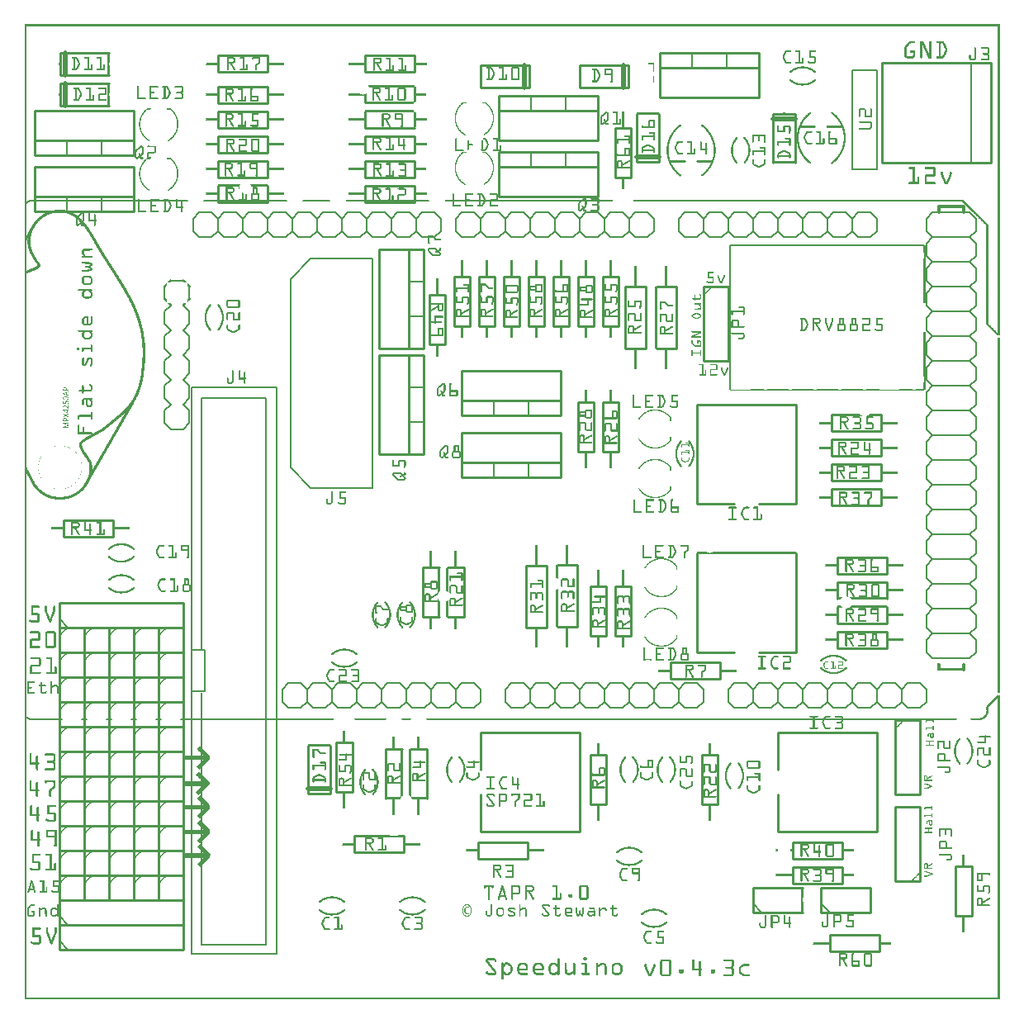
<source format=gto>
G04 MADE WITH FRITZING*
G04 WWW.FRITZING.ORG*
G04 DOUBLE SIDED*
G04 HOLES PLATED*
G04 CONTOUR ON CENTER OF CONTOUR VECTOR*
%ASAXBY*%
%FSLAX23Y23*%
%MOIN*%
%OFA0B0*%
%SFA1.0B1.0*%
%ADD10C,0.176224X0.176224*%
%ADD11R,0.354200X2.295200X0.338200X2.279200*%
%ADD12C,0.008000*%
%ADD13R,0.063000X0.173200X0.047000X0.157200*%
%ADD14C,0.010000*%
%ADD15C,0.005000*%
%ADD16C,0.012000*%
%ADD17C,0.006000*%
%ADD18C,0.020000*%
%ADD19R,0.001000X0.001000*%
%LNSILK1*%
G90*
G70*
G54D10*
X144Y3058D03*
G54D12*
X673Y2472D02*
X1019Y2472D01*
X1019Y184D01*
X673Y184D01*
X673Y2472D01*
D02*
X673Y1411D02*
X728Y1411D01*
X728Y1245D01*
X673Y1245D01*
X673Y1411D01*
D02*
X666Y2478D02*
X666Y2428D01*
D02*
X666Y2428D02*
X641Y2403D01*
D02*
X591Y2403D02*
X566Y2428D01*
D02*
X641Y2603D02*
X666Y2578D01*
D02*
X666Y2578D02*
X666Y2528D01*
D02*
X666Y2528D02*
X641Y2503D01*
D02*
X591Y2503D02*
X566Y2528D01*
D02*
X566Y2528D02*
X566Y2578D01*
D02*
X566Y2578D02*
X591Y2603D01*
D02*
X666Y2478D02*
X641Y2503D01*
D02*
X591Y2503D02*
X566Y2478D01*
D02*
X566Y2428D02*
X566Y2478D01*
D02*
X666Y2778D02*
X666Y2728D01*
D02*
X666Y2728D02*
X641Y2703D01*
D02*
X591Y2703D02*
X566Y2728D01*
D02*
X641Y2703D02*
X666Y2678D01*
D02*
X666Y2678D02*
X666Y2628D01*
D02*
X666Y2628D02*
X641Y2603D01*
D02*
X591Y2603D02*
X566Y2628D01*
D02*
X566Y2628D02*
X566Y2678D01*
D02*
X566Y2678D02*
X591Y2703D01*
D02*
X666Y2778D02*
X641Y2803D01*
D02*
X591Y2803D02*
X566Y2778D01*
D02*
X566Y2728D02*
X566Y2778D01*
D02*
X666Y2878D02*
X666Y2828D01*
D02*
X641Y2903D02*
X591Y2903D01*
D02*
X566Y2828D02*
X566Y2878D01*
D02*
X666Y2378D02*
X666Y2328D01*
D02*
X666Y2328D02*
X641Y2303D01*
D02*
X591Y2303D02*
X566Y2328D01*
D02*
X666Y2378D02*
X641Y2403D01*
D02*
X591Y2403D02*
X566Y2378D01*
D02*
X566Y2328D02*
X566Y2378D01*
D02*
X641Y2303D02*
X591Y2303D01*
G54D14*
D02*
X2449Y3519D02*
X2449Y3319D01*
D02*
X2449Y3319D02*
X2383Y3319D01*
D02*
X2383Y3319D02*
X2383Y3519D01*
D02*
X2383Y3519D02*
X2449Y3519D01*
D02*
X3758Y338D02*
X3758Y538D01*
D02*
X3758Y538D02*
X3824Y538D01*
D02*
X3824Y538D02*
X3824Y338D01*
D02*
X3824Y338D02*
X3758Y338D01*
D02*
X3251Y261D02*
X3451Y261D01*
D02*
X3451Y261D02*
X3451Y195D01*
D02*
X3451Y195D02*
X3251Y195D01*
D02*
X3251Y195D02*
X3251Y261D01*
D02*
X141Y1503D02*
X641Y1503D01*
D02*
X641Y1503D02*
X641Y1603D01*
D02*
X641Y1603D02*
X141Y1603D01*
D02*
X141Y1603D02*
X141Y1503D01*
G54D15*
D02*
X176Y1503D02*
X141Y1538D01*
G54D14*
D02*
X141Y203D02*
X641Y203D01*
D02*
X641Y203D02*
X641Y303D01*
D02*
X641Y303D02*
X141Y303D01*
D02*
X141Y303D02*
X141Y203D01*
G54D15*
D02*
X176Y203D02*
X141Y238D01*
G54D14*
D02*
X141Y903D02*
X141Y803D01*
D02*
X141Y803D02*
X241Y803D01*
D02*
X241Y803D02*
X241Y903D01*
D02*
X241Y903D02*
X141Y903D01*
D02*
X141Y1203D02*
X141Y1103D01*
D02*
X141Y1103D02*
X241Y1103D01*
D02*
X241Y1103D02*
X241Y1203D01*
D02*
X241Y1203D02*
X141Y1203D01*
D02*
X141Y303D02*
X641Y303D01*
D02*
X641Y303D02*
X641Y403D01*
D02*
X641Y403D02*
X141Y403D01*
D02*
X141Y403D02*
X141Y303D01*
G54D15*
D02*
X176Y303D02*
X141Y338D01*
G54D14*
D02*
X141Y1403D02*
X141Y1303D01*
D02*
X141Y1303D02*
X241Y1303D01*
D02*
X241Y1303D02*
X241Y1403D01*
D02*
X241Y1403D02*
X141Y1403D01*
D02*
X141Y1303D02*
X141Y1203D01*
D02*
X141Y1203D02*
X241Y1203D01*
D02*
X241Y1203D02*
X241Y1303D01*
D02*
X241Y1303D02*
X141Y1303D01*
D02*
X141Y1103D02*
X141Y1003D01*
D02*
X141Y1003D02*
X241Y1003D01*
D02*
X241Y1003D02*
X241Y1103D01*
D02*
X241Y1103D02*
X141Y1103D01*
D02*
X141Y803D02*
X141Y703D01*
D02*
X141Y703D02*
X241Y703D01*
D02*
X241Y703D02*
X241Y803D01*
D02*
X241Y803D02*
X141Y803D01*
D02*
X141Y503D02*
X141Y403D01*
D02*
X141Y403D02*
X241Y403D01*
D02*
X241Y403D02*
X241Y503D01*
D02*
X241Y503D02*
X141Y503D01*
D02*
X141Y1003D02*
X141Y903D01*
D02*
X141Y903D02*
X241Y903D01*
D02*
X241Y903D02*
X241Y1003D01*
D02*
X241Y1003D02*
X141Y1003D01*
D02*
X141Y1503D02*
X141Y1403D01*
D02*
X141Y1403D02*
X241Y1403D01*
D02*
X241Y1403D02*
X241Y1503D01*
D02*
X241Y1503D02*
X141Y1503D01*
D02*
X141Y703D02*
X141Y603D01*
D02*
X141Y603D02*
X241Y603D01*
D02*
X241Y603D02*
X241Y703D01*
D02*
X241Y703D02*
X141Y703D01*
D02*
X141Y603D02*
X141Y503D01*
D02*
X141Y503D02*
X241Y503D01*
D02*
X241Y503D02*
X241Y603D01*
D02*
X241Y603D02*
X141Y603D01*
D02*
X241Y903D02*
X241Y803D01*
D02*
X241Y803D02*
X341Y803D01*
D02*
X341Y803D02*
X341Y903D01*
D02*
X341Y903D02*
X241Y903D01*
D02*
X241Y1203D02*
X241Y1103D01*
D02*
X241Y1103D02*
X341Y1103D01*
D02*
X341Y1103D02*
X341Y1203D01*
D02*
X341Y1203D02*
X241Y1203D01*
D02*
X241Y1403D02*
X241Y1303D01*
D02*
X241Y1303D02*
X341Y1303D01*
D02*
X341Y1303D02*
X341Y1403D01*
D02*
X341Y1403D02*
X241Y1403D01*
D02*
X241Y1303D02*
X241Y1203D01*
D02*
X241Y1203D02*
X341Y1203D01*
D02*
X341Y1203D02*
X341Y1303D01*
D02*
X341Y1303D02*
X241Y1303D01*
D02*
X241Y1103D02*
X241Y1003D01*
D02*
X241Y1003D02*
X341Y1003D01*
D02*
X341Y1003D02*
X341Y1103D01*
D02*
X341Y1103D02*
X241Y1103D01*
D02*
X241Y803D02*
X241Y703D01*
D02*
X241Y703D02*
X341Y703D01*
D02*
X341Y703D02*
X341Y803D01*
D02*
X341Y803D02*
X241Y803D01*
D02*
X241Y503D02*
X241Y403D01*
D02*
X241Y403D02*
X341Y403D01*
D02*
X341Y403D02*
X341Y503D01*
D02*
X341Y503D02*
X241Y503D01*
D02*
X241Y1003D02*
X241Y903D01*
D02*
X241Y903D02*
X341Y903D01*
D02*
X341Y903D02*
X341Y1003D01*
D02*
X341Y1003D02*
X241Y1003D01*
D02*
X241Y1503D02*
X241Y1403D01*
D02*
X241Y1403D02*
X341Y1403D01*
D02*
X341Y1403D02*
X341Y1503D01*
D02*
X341Y1503D02*
X241Y1503D01*
D02*
X241Y703D02*
X241Y603D01*
D02*
X241Y603D02*
X341Y603D01*
D02*
X341Y603D02*
X341Y703D01*
D02*
X341Y703D02*
X241Y703D01*
D02*
X241Y603D02*
X241Y503D01*
D02*
X241Y503D02*
X341Y503D01*
D02*
X341Y503D02*
X341Y603D01*
D02*
X341Y603D02*
X241Y603D01*
D02*
X341Y903D02*
X341Y803D01*
D02*
X341Y803D02*
X441Y803D01*
D02*
X441Y803D02*
X441Y903D01*
D02*
X441Y903D02*
X341Y903D01*
D02*
X341Y1203D02*
X341Y1103D01*
D02*
X341Y1103D02*
X441Y1103D01*
D02*
X441Y1103D02*
X441Y1203D01*
D02*
X441Y1203D02*
X341Y1203D01*
D02*
X341Y1403D02*
X341Y1303D01*
D02*
X341Y1303D02*
X441Y1303D01*
D02*
X441Y1303D02*
X441Y1403D01*
D02*
X441Y1403D02*
X341Y1403D01*
D02*
X341Y1303D02*
X341Y1203D01*
D02*
X341Y1203D02*
X441Y1203D01*
D02*
X441Y1203D02*
X441Y1303D01*
D02*
X441Y1303D02*
X341Y1303D01*
D02*
X341Y1103D02*
X341Y1003D01*
D02*
X341Y1003D02*
X441Y1003D01*
D02*
X441Y1003D02*
X441Y1103D01*
D02*
X441Y1103D02*
X341Y1103D01*
D02*
X341Y803D02*
X341Y703D01*
D02*
X341Y703D02*
X441Y703D01*
D02*
X441Y703D02*
X441Y803D01*
D02*
X441Y803D02*
X341Y803D01*
D02*
X341Y503D02*
X341Y403D01*
D02*
X341Y403D02*
X441Y403D01*
D02*
X441Y403D02*
X441Y503D01*
D02*
X441Y503D02*
X341Y503D01*
D02*
X341Y1003D02*
X341Y903D01*
D02*
X341Y903D02*
X441Y903D01*
D02*
X441Y903D02*
X441Y1003D01*
D02*
X441Y1003D02*
X341Y1003D01*
D02*
X341Y1503D02*
X341Y1403D01*
D02*
X341Y1403D02*
X441Y1403D01*
D02*
X441Y1403D02*
X441Y1503D01*
D02*
X441Y1503D02*
X341Y1503D01*
D02*
X341Y703D02*
X341Y603D01*
D02*
X341Y603D02*
X441Y603D01*
D02*
X441Y603D02*
X441Y703D01*
D02*
X441Y703D02*
X341Y703D01*
D02*
X341Y603D02*
X341Y503D01*
D02*
X341Y503D02*
X441Y503D01*
D02*
X441Y503D02*
X441Y603D01*
D02*
X441Y603D02*
X341Y603D01*
D02*
X441Y903D02*
X441Y803D01*
D02*
X441Y803D02*
X541Y803D01*
D02*
X541Y803D02*
X541Y903D01*
D02*
X541Y903D02*
X441Y903D01*
D02*
X441Y1203D02*
X441Y1103D01*
D02*
X441Y1103D02*
X541Y1103D01*
D02*
X541Y1103D02*
X541Y1203D01*
D02*
X541Y1203D02*
X441Y1203D01*
D02*
X441Y1403D02*
X441Y1303D01*
D02*
X441Y1303D02*
X541Y1303D01*
D02*
X541Y1303D02*
X541Y1403D01*
D02*
X541Y1403D02*
X441Y1403D01*
D02*
X441Y1303D02*
X441Y1203D01*
D02*
X441Y1203D02*
X541Y1203D01*
D02*
X541Y1203D02*
X541Y1303D01*
D02*
X541Y1303D02*
X441Y1303D01*
D02*
X441Y1103D02*
X441Y1003D01*
D02*
X441Y1003D02*
X541Y1003D01*
D02*
X541Y1003D02*
X541Y1103D01*
D02*
X541Y1103D02*
X441Y1103D01*
D02*
X441Y803D02*
X441Y703D01*
D02*
X441Y703D02*
X541Y703D01*
D02*
X541Y703D02*
X541Y803D01*
D02*
X541Y803D02*
X441Y803D01*
D02*
X441Y503D02*
X441Y403D01*
D02*
X441Y403D02*
X541Y403D01*
D02*
X541Y403D02*
X541Y503D01*
D02*
X541Y503D02*
X441Y503D01*
D02*
X441Y1003D02*
X441Y903D01*
D02*
X441Y903D02*
X541Y903D01*
D02*
X541Y903D02*
X541Y1003D01*
D02*
X541Y1003D02*
X441Y1003D01*
D02*
X441Y1503D02*
X441Y1403D01*
D02*
X441Y1403D02*
X541Y1403D01*
D02*
X541Y1403D02*
X541Y1503D01*
D02*
X541Y1503D02*
X441Y1503D01*
D02*
X441Y703D02*
X441Y603D01*
D02*
X441Y603D02*
X541Y603D01*
D02*
X541Y603D02*
X541Y703D01*
D02*
X541Y703D02*
X441Y703D01*
D02*
X441Y603D02*
X441Y503D01*
D02*
X441Y503D02*
X541Y503D01*
D02*
X541Y503D02*
X541Y603D01*
D02*
X541Y603D02*
X441Y603D01*
D02*
X541Y503D02*
X541Y403D01*
D02*
X541Y403D02*
X641Y403D01*
D02*
X641Y403D02*
X641Y503D01*
D02*
X641Y503D02*
X541Y503D01*
D02*
X541Y603D02*
X541Y503D01*
D02*
X541Y503D02*
X641Y503D01*
D02*
X641Y503D02*
X641Y603D01*
D02*
X641Y603D02*
X541Y603D01*
D02*
X541Y703D02*
X541Y603D01*
D02*
X541Y603D02*
X641Y603D01*
D02*
X641Y603D02*
X641Y703D01*
D02*
X641Y703D02*
X541Y703D01*
D02*
X541Y803D02*
X541Y703D01*
D02*
X541Y703D02*
X641Y703D01*
D02*
X641Y703D02*
X641Y803D01*
D02*
X641Y803D02*
X541Y803D01*
D02*
X541Y903D02*
X541Y803D01*
D02*
X541Y803D02*
X641Y803D01*
D02*
X641Y803D02*
X641Y903D01*
D02*
X641Y903D02*
X541Y903D01*
D02*
X541Y1003D02*
X541Y903D01*
D02*
X541Y903D02*
X641Y903D01*
D02*
X641Y903D02*
X641Y1003D01*
D02*
X641Y1003D02*
X541Y1003D01*
D02*
X541Y1103D02*
X541Y1003D01*
D02*
X541Y1003D02*
X641Y1003D01*
D02*
X641Y1003D02*
X641Y1103D01*
D02*
X641Y1103D02*
X541Y1103D01*
D02*
X541Y1203D02*
X541Y1103D01*
D02*
X541Y1103D02*
X641Y1103D01*
D02*
X641Y1103D02*
X641Y1203D01*
D02*
X641Y1203D02*
X541Y1203D01*
D02*
X541Y1303D02*
X541Y1203D01*
D02*
X541Y1203D02*
X641Y1203D01*
D02*
X641Y1203D02*
X641Y1303D01*
D02*
X641Y1303D02*
X541Y1303D01*
D02*
X541Y1403D02*
X541Y1303D01*
D02*
X541Y1303D02*
X641Y1303D01*
D02*
X641Y1303D02*
X641Y1403D01*
D02*
X641Y1403D02*
X541Y1403D01*
D02*
X541Y1503D02*
X541Y1403D01*
D02*
X541Y1403D02*
X641Y1403D01*
D02*
X641Y1403D02*
X641Y1503D01*
D02*
X641Y1503D02*
X541Y1503D01*
D02*
X1841Y678D02*
X2241Y678D01*
D02*
X2241Y678D02*
X2241Y1078D01*
D02*
X2241Y1078D02*
X1841Y1078D01*
D02*
X1841Y678D02*
X1841Y828D01*
D02*
X1841Y928D02*
X1841Y1078D01*
G54D12*
D02*
X1406Y2991D02*
X1406Y2066D01*
D02*
X1406Y2066D02*
X1156Y2066D01*
D02*
X1156Y2066D02*
X1076Y2148D01*
D02*
X1076Y2148D02*
X1076Y2908D01*
D02*
X1076Y2908D02*
X1156Y2991D01*
D02*
X1156Y2991D02*
X1406Y2991D01*
G54D14*
D02*
X3041Y678D02*
X3441Y678D01*
D02*
X3441Y678D02*
X3441Y1078D01*
D02*
X3441Y1078D02*
X3041Y1078D01*
D02*
X3041Y678D02*
X3041Y828D01*
D02*
X3041Y928D02*
X3041Y1078D01*
G54D16*
D02*
X3791Y1333D02*
X3791Y1353D01*
D02*
X3691Y3178D02*
X3691Y3203D01*
D02*
X3691Y3203D02*
X3791Y3203D01*
D02*
X3791Y3203D02*
X3791Y3178D01*
G54D17*
D02*
X3466Y1278D02*
X3516Y1278D01*
D02*
X3516Y1278D02*
X3541Y1253D01*
D02*
X3541Y1253D02*
X3541Y1203D01*
D02*
X3541Y1203D02*
X3516Y1178D01*
D02*
X3341Y1253D02*
X3366Y1278D01*
D02*
X3366Y1278D02*
X3416Y1278D01*
D02*
X3416Y1278D02*
X3441Y1253D01*
D02*
X3441Y1253D02*
X3441Y1203D01*
D02*
X3441Y1203D02*
X3416Y1178D01*
D02*
X3416Y1178D02*
X3366Y1178D01*
D02*
X3366Y1178D02*
X3341Y1203D01*
D02*
X3466Y1278D02*
X3441Y1253D01*
D02*
X3441Y1203D02*
X3466Y1178D01*
D02*
X3516Y1178D02*
X3466Y1178D01*
D02*
X3166Y1278D02*
X3216Y1278D01*
D02*
X3216Y1278D02*
X3241Y1253D01*
D02*
X3241Y1253D02*
X3241Y1203D01*
D02*
X3241Y1203D02*
X3216Y1178D01*
D02*
X3241Y1253D02*
X3266Y1278D01*
D02*
X3266Y1278D02*
X3316Y1278D01*
D02*
X3316Y1278D02*
X3341Y1253D01*
D02*
X3341Y1253D02*
X3341Y1203D01*
D02*
X3341Y1203D02*
X3316Y1178D01*
D02*
X3316Y1178D02*
X3266Y1178D01*
D02*
X3266Y1178D02*
X3241Y1203D01*
D02*
X3041Y1253D02*
X3066Y1278D01*
D02*
X3066Y1278D02*
X3116Y1278D01*
D02*
X3116Y1278D02*
X3141Y1253D01*
D02*
X3141Y1253D02*
X3141Y1203D01*
D02*
X3141Y1203D02*
X3116Y1178D01*
D02*
X3116Y1178D02*
X3066Y1178D01*
D02*
X3066Y1178D02*
X3041Y1203D01*
D02*
X3166Y1278D02*
X3141Y1253D01*
D02*
X3141Y1203D02*
X3166Y1178D01*
D02*
X3216Y1178D02*
X3166Y1178D01*
D02*
X2866Y1278D02*
X2916Y1278D01*
D02*
X2916Y1278D02*
X2941Y1253D01*
D02*
X2941Y1253D02*
X2941Y1203D01*
D02*
X2941Y1203D02*
X2916Y1178D01*
D02*
X2941Y1253D02*
X2966Y1278D01*
D02*
X2966Y1278D02*
X3016Y1278D01*
D02*
X3016Y1278D02*
X3041Y1253D01*
D02*
X3041Y1253D02*
X3041Y1203D01*
D02*
X3041Y1203D02*
X3016Y1178D01*
D02*
X3016Y1178D02*
X2966Y1178D01*
D02*
X2966Y1178D02*
X2941Y1203D01*
D02*
X2841Y1253D02*
X2841Y1203D01*
D02*
X2866Y1278D02*
X2841Y1253D01*
D02*
X2841Y1203D02*
X2866Y1178D01*
D02*
X2916Y1178D02*
X2866Y1178D01*
D02*
X3566Y1278D02*
X3616Y1278D01*
D02*
X3616Y1278D02*
X3641Y1253D01*
D02*
X3641Y1253D02*
X3641Y1203D01*
D02*
X3641Y1203D02*
X3616Y1178D01*
D02*
X3566Y1278D02*
X3541Y1253D01*
D02*
X3541Y1203D02*
X3566Y1178D01*
D02*
X3616Y1178D02*
X3566Y1178D01*
D02*
X2566Y1278D02*
X2616Y1278D01*
D02*
X2616Y1278D02*
X2641Y1253D01*
D02*
X2641Y1253D02*
X2641Y1203D01*
D02*
X2641Y1203D02*
X2616Y1178D01*
D02*
X2441Y1253D02*
X2466Y1278D01*
D02*
X2466Y1278D02*
X2516Y1278D01*
D02*
X2516Y1278D02*
X2541Y1253D01*
D02*
X2541Y1253D02*
X2541Y1203D01*
D02*
X2541Y1203D02*
X2516Y1178D01*
D02*
X2516Y1178D02*
X2466Y1178D01*
D02*
X2466Y1178D02*
X2441Y1203D01*
D02*
X2566Y1278D02*
X2541Y1253D01*
D02*
X2541Y1203D02*
X2566Y1178D01*
D02*
X2616Y1178D02*
X2566Y1178D01*
D02*
X2266Y1278D02*
X2316Y1278D01*
D02*
X2316Y1278D02*
X2341Y1253D01*
D02*
X2341Y1253D02*
X2341Y1203D01*
D02*
X2341Y1203D02*
X2316Y1178D01*
D02*
X2341Y1253D02*
X2366Y1278D01*
D02*
X2366Y1278D02*
X2416Y1278D01*
D02*
X2416Y1278D02*
X2441Y1253D01*
D02*
X2441Y1253D02*
X2441Y1203D01*
D02*
X2441Y1203D02*
X2416Y1178D01*
D02*
X2416Y1178D02*
X2366Y1178D01*
D02*
X2366Y1178D02*
X2341Y1203D01*
D02*
X2141Y1253D02*
X2166Y1278D01*
D02*
X2166Y1278D02*
X2216Y1278D01*
D02*
X2216Y1278D02*
X2241Y1253D01*
D02*
X2241Y1253D02*
X2241Y1203D01*
D02*
X2241Y1203D02*
X2216Y1178D01*
D02*
X2216Y1178D02*
X2166Y1178D01*
D02*
X2166Y1178D02*
X2141Y1203D01*
D02*
X2266Y1278D02*
X2241Y1253D01*
D02*
X2241Y1203D02*
X2266Y1178D01*
D02*
X2316Y1178D02*
X2266Y1178D01*
D02*
X1966Y1278D02*
X2016Y1278D01*
D02*
X2016Y1278D02*
X2041Y1253D01*
D02*
X2041Y1253D02*
X2041Y1203D01*
D02*
X2041Y1203D02*
X2016Y1178D01*
D02*
X2041Y1253D02*
X2066Y1278D01*
D02*
X2066Y1278D02*
X2116Y1278D01*
D02*
X2116Y1278D02*
X2141Y1253D01*
D02*
X2141Y1253D02*
X2141Y1203D01*
D02*
X2141Y1203D02*
X2116Y1178D01*
D02*
X2116Y1178D02*
X2066Y1178D01*
D02*
X2066Y1178D02*
X2041Y1203D01*
D02*
X1941Y1253D02*
X1941Y1203D01*
D02*
X1966Y1278D02*
X1941Y1253D01*
D02*
X1941Y1203D02*
X1966Y1178D01*
D02*
X2016Y1178D02*
X1966Y1178D01*
D02*
X2666Y1278D02*
X2716Y1278D01*
D02*
X2716Y1278D02*
X2741Y1253D01*
D02*
X2741Y1253D02*
X2741Y1203D01*
D02*
X2741Y1203D02*
X2716Y1178D01*
D02*
X2666Y1278D02*
X2641Y1253D01*
D02*
X2641Y1203D02*
X2666Y1178D01*
D02*
X2716Y1178D02*
X2666Y1178D01*
D02*
X2816Y3078D02*
X2766Y3078D01*
D02*
X2766Y3078D02*
X2741Y3103D01*
D02*
X2741Y3103D02*
X2741Y3153D01*
D02*
X2741Y3153D02*
X2766Y3178D01*
D02*
X2941Y3103D02*
X2916Y3078D01*
D02*
X2916Y3078D02*
X2866Y3078D01*
D02*
X2866Y3078D02*
X2841Y3103D01*
D02*
X2841Y3103D02*
X2841Y3153D01*
D02*
X2841Y3153D02*
X2866Y3178D01*
D02*
X2866Y3178D02*
X2916Y3178D01*
D02*
X2916Y3178D02*
X2941Y3153D01*
D02*
X2816Y3078D02*
X2841Y3103D01*
D02*
X2841Y3153D02*
X2816Y3178D01*
D02*
X2766Y3178D02*
X2816Y3178D01*
D02*
X3116Y3078D02*
X3066Y3078D01*
D02*
X3066Y3078D02*
X3041Y3103D01*
D02*
X3041Y3103D02*
X3041Y3153D01*
D02*
X3041Y3153D02*
X3066Y3178D01*
D02*
X3041Y3103D02*
X3016Y3078D01*
D02*
X3016Y3078D02*
X2966Y3078D01*
D02*
X2966Y3078D02*
X2941Y3103D01*
D02*
X2941Y3103D02*
X2941Y3153D01*
D02*
X2941Y3153D02*
X2966Y3178D01*
D02*
X2966Y3178D02*
X3016Y3178D01*
D02*
X3016Y3178D02*
X3041Y3153D01*
D02*
X3241Y3103D02*
X3216Y3078D01*
D02*
X3216Y3078D02*
X3166Y3078D01*
D02*
X3166Y3078D02*
X3141Y3103D01*
D02*
X3141Y3103D02*
X3141Y3153D01*
D02*
X3141Y3153D02*
X3166Y3178D01*
D02*
X3166Y3178D02*
X3216Y3178D01*
D02*
X3216Y3178D02*
X3241Y3153D01*
D02*
X3116Y3078D02*
X3141Y3103D01*
D02*
X3141Y3153D02*
X3116Y3178D01*
D02*
X3066Y3178D02*
X3116Y3178D01*
D02*
X3416Y3078D02*
X3366Y3078D01*
D02*
X3366Y3078D02*
X3341Y3103D01*
D02*
X3341Y3103D02*
X3341Y3153D01*
D02*
X3341Y3153D02*
X3366Y3178D01*
D02*
X3341Y3103D02*
X3316Y3078D01*
D02*
X3316Y3078D02*
X3266Y3078D01*
D02*
X3266Y3078D02*
X3241Y3103D01*
D02*
X3241Y3103D02*
X3241Y3153D01*
D02*
X3241Y3153D02*
X3266Y3178D01*
D02*
X3266Y3178D02*
X3316Y3178D01*
D02*
X3316Y3178D02*
X3341Y3153D01*
D02*
X3441Y3103D02*
X3441Y3153D01*
D02*
X3416Y3078D02*
X3441Y3103D01*
D02*
X3441Y3153D02*
X3416Y3178D01*
D02*
X3366Y3178D02*
X3416Y3178D01*
D02*
X2716Y3078D02*
X2666Y3078D01*
D02*
X2666Y3078D02*
X2641Y3103D01*
D02*
X2641Y3103D02*
X2641Y3153D01*
D02*
X2641Y3153D02*
X2666Y3178D01*
D02*
X2716Y3078D02*
X2741Y3103D01*
D02*
X2741Y3153D02*
X2716Y3178D01*
D02*
X2666Y3178D02*
X2716Y3178D01*
D02*
X1481Y3153D02*
X1506Y3178D01*
D02*
X1506Y3178D02*
X1556Y3178D01*
D02*
X1556Y3178D02*
X1581Y3153D01*
D02*
X1581Y3153D02*
X1581Y3103D01*
D02*
X1581Y3103D02*
X1556Y3078D01*
D02*
X1556Y3078D02*
X1506Y3078D01*
D02*
X1506Y3078D02*
X1481Y3103D01*
D02*
X1306Y3178D02*
X1356Y3178D01*
D02*
X1356Y3178D02*
X1381Y3153D01*
D02*
X1381Y3153D02*
X1381Y3103D01*
D02*
X1381Y3103D02*
X1356Y3078D01*
D02*
X1381Y3153D02*
X1406Y3178D01*
D02*
X1406Y3178D02*
X1456Y3178D01*
D02*
X1456Y3178D02*
X1481Y3153D01*
D02*
X1481Y3153D02*
X1481Y3103D01*
D02*
X1481Y3103D02*
X1456Y3078D01*
D02*
X1456Y3078D02*
X1406Y3078D01*
D02*
X1406Y3078D02*
X1381Y3103D01*
D02*
X1181Y3153D02*
X1206Y3178D01*
D02*
X1206Y3178D02*
X1256Y3178D01*
D02*
X1256Y3178D02*
X1281Y3153D01*
D02*
X1281Y3153D02*
X1281Y3103D01*
D02*
X1281Y3103D02*
X1256Y3078D01*
D02*
X1256Y3078D02*
X1206Y3078D01*
D02*
X1206Y3078D02*
X1181Y3103D01*
D02*
X1306Y3178D02*
X1281Y3153D01*
D02*
X1281Y3103D02*
X1306Y3078D01*
D02*
X1356Y3078D02*
X1306Y3078D01*
D02*
X1006Y3178D02*
X1056Y3178D01*
D02*
X1056Y3178D02*
X1081Y3153D01*
D02*
X1081Y3153D02*
X1081Y3103D01*
D02*
X1081Y3103D02*
X1056Y3078D01*
D02*
X1081Y3153D02*
X1106Y3178D01*
D02*
X1106Y3178D02*
X1156Y3178D01*
D02*
X1156Y3178D02*
X1181Y3153D01*
D02*
X1181Y3153D02*
X1181Y3103D01*
D02*
X1181Y3103D02*
X1156Y3078D01*
D02*
X1156Y3078D02*
X1106Y3078D01*
D02*
X1106Y3078D02*
X1081Y3103D01*
D02*
X881Y3153D02*
X906Y3178D01*
D02*
X906Y3178D02*
X956Y3178D01*
D02*
X956Y3178D02*
X981Y3153D01*
D02*
X981Y3153D02*
X981Y3103D01*
D02*
X981Y3103D02*
X956Y3078D01*
D02*
X956Y3078D02*
X906Y3078D01*
D02*
X906Y3078D02*
X881Y3103D01*
D02*
X1006Y3178D02*
X981Y3153D01*
D02*
X981Y3103D02*
X1006Y3078D01*
D02*
X1056Y3078D02*
X1006Y3078D01*
D02*
X706Y3178D02*
X756Y3178D01*
D02*
X756Y3178D02*
X781Y3153D01*
D02*
X781Y3153D02*
X781Y3103D01*
D02*
X781Y3103D02*
X756Y3078D01*
D02*
X781Y3153D02*
X806Y3178D01*
D02*
X806Y3178D02*
X856Y3178D01*
D02*
X856Y3178D02*
X881Y3153D01*
D02*
X881Y3153D02*
X881Y3103D01*
D02*
X881Y3103D02*
X856Y3078D01*
D02*
X856Y3078D02*
X806Y3078D01*
D02*
X806Y3078D02*
X781Y3103D01*
D02*
X681Y3153D02*
X681Y3103D01*
D02*
X706Y3178D02*
X681Y3153D01*
D02*
X681Y3103D02*
X706Y3078D01*
D02*
X756Y3078D02*
X706Y3078D01*
D02*
X1606Y3178D02*
X1656Y3178D01*
D02*
X1656Y3178D02*
X1681Y3153D01*
D02*
X1681Y3153D02*
X1681Y3103D01*
D02*
X1681Y3103D02*
X1656Y3078D01*
D02*
X1606Y3178D02*
X1581Y3153D01*
D02*
X1581Y3103D02*
X1606Y3078D01*
D02*
X1656Y3078D02*
X1606Y3078D01*
D02*
X1666Y1278D02*
X1716Y1278D01*
D02*
X1716Y1278D02*
X1741Y1253D01*
D02*
X1741Y1253D02*
X1741Y1203D01*
D02*
X1741Y1203D02*
X1716Y1178D01*
D02*
X1541Y1253D02*
X1566Y1278D01*
D02*
X1566Y1278D02*
X1616Y1278D01*
D02*
X1616Y1278D02*
X1641Y1253D01*
D02*
X1641Y1253D02*
X1641Y1203D01*
D02*
X1641Y1203D02*
X1616Y1178D01*
D02*
X1616Y1178D02*
X1566Y1178D01*
D02*
X1566Y1178D02*
X1541Y1203D01*
D02*
X1666Y1278D02*
X1641Y1253D01*
D02*
X1641Y1203D02*
X1666Y1178D01*
D02*
X1716Y1178D02*
X1666Y1178D01*
D02*
X1366Y1278D02*
X1416Y1278D01*
D02*
X1416Y1278D02*
X1441Y1253D01*
D02*
X1441Y1253D02*
X1441Y1203D01*
D02*
X1441Y1203D02*
X1416Y1178D01*
D02*
X1441Y1253D02*
X1466Y1278D01*
D02*
X1466Y1278D02*
X1516Y1278D01*
D02*
X1516Y1278D02*
X1541Y1253D01*
D02*
X1541Y1253D02*
X1541Y1203D01*
D02*
X1541Y1203D02*
X1516Y1178D01*
D02*
X1516Y1178D02*
X1466Y1178D01*
D02*
X1466Y1178D02*
X1441Y1203D01*
D02*
X1241Y1253D02*
X1266Y1278D01*
D02*
X1266Y1278D02*
X1316Y1278D01*
D02*
X1316Y1278D02*
X1341Y1253D01*
D02*
X1341Y1253D02*
X1341Y1203D01*
D02*
X1341Y1203D02*
X1316Y1178D01*
D02*
X1316Y1178D02*
X1266Y1178D01*
D02*
X1266Y1178D02*
X1241Y1203D01*
D02*
X1366Y1278D02*
X1341Y1253D01*
D02*
X1341Y1203D02*
X1366Y1178D01*
D02*
X1416Y1178D02*
X1366Y1178D01*
D02*
X1066Y1278D02*
X1116Y1278D01*
D02*
X1116Y1278D02*
X1141Y1253D01*
D02*
X1141Y1253D02*
X1141Y1203D01*
D02*
X1141Y1203D02*
X1116Y1178D01*
D02*
X1141Y1253D02*
X1166Y1278D01*
D02*
X1166Y1278D02*
X1216Y1278D01*
D02*
X1216Y1278D02*
X1241Y1253D01*
D02*
X1241Y1253D02*
X1241Y1203D01*
D02*
X1241Y1203D02*
X1216Y1178D01*
D02*
X1216Y1178D02*
X1166Y1178D01*
D02*
X1166Y1178D02*
X1141Y1203D01*
D02*
X1041Y1253D02*
X1041Y1203D01*
D02*
X1066Y1278D02*
X1041Y1253D01*
D02*
X1041Y1203D02*
X1066Y1178D01*
D02*
X1116Y1178D02*
X1066Y1178D01*
D02*
X1766Y1278D02*
X1816Y1278D01*
D02*
X1816Y1278D02*
X1841Y1253D01*
D02*
X1841Y1253D02*
X1841Y1203D01*
D02*
X1841Y1203D02*
X1816Y1178D01*
D02*
X1766Y1278D02*
X1741Y1253D01*
D02*
X1741Y1203D02*
X1766Y1178D01*
D02*
X1816Y1178D02*
X1766Y1178D01*
D02*
X1916Y3078D02*
X1866Y3078D01*
D02*
X1866Y3078D02*
X1841Y3103D01*
D02*
X1841Y3103D02*
X1841Y3153D01*
D02*
X1841Y3153D02*
X1866Y3178D01*
D02*
X2041Y3103D02*
X2016Y3078D01*
D02*
X2016Y3078D02*
X1966Y3078D01*
D02*
X1966Y3078D02*
X1941Y3103D01*
D02*
X1941Y3103D02*
X1941Y3153D01*
D02*
X1941Y3153D02*
X1966Y3178D01*
D02*
X1966Y3178D02*
X2016Y3178D01*
D02*
X2016Y3178D02*
X2041Y3153D01*
D02*
X1916Y3078D02*
X1941Y3103D01*
D02*
X1941Y3153D02*
X1916Y3178D01*
D02*
X1866Y3178D02*
X1916Y3178D01*
D02*
X2216Y3078D02*
X2166Y3078D01*
D02*
X2166Y3078D02*
X2141Y3103D01*
D02*
X2141Y3103D02*
X2141Y3153D01*
D02*
X2141Y3153D02*
X2166Y3178D01*
D02*
X2141Y3103D02*
X2116Y3078D01*
D02*
X2116Y3078D02*
X2066Y3078D01*
D02*
X2066Y3078D02*
X2041Y3103D01*
D02*
X2041Y3103D02*
X2041Y3153D01*
D02*
X2041Y3153D02*
X2066Y3178D01*
D02*
X2066Y3178D02*
X2116Y3178D01*
D02*
X2116Y3178D02*
X2141Y3153D01*
D02*
X2341Y3103D02*
X2316Y3078D01*
D02*
X2316Y3078D02*
X2266Y3078D01*
D02*
X2266Y3078D02*
X2241Y3103D01*
D02*
X2241Y3103D02*
X2241Y3153D01*
D02*
X2241Y3153D02*
X2266Y3178D01*
D02*
X2266Y3178D02*
X2316Y3178D01*
D02*
X2316Y3178D02*
X2341Y3153D01*
D02*
X2216Y3078D02*
X2241Y3103D01*
D02*
X2241Y3153D02*
X2216Y3178D01*
D02*
X2166Y3178D02*
X2216Y3178D01*
D02*
X2516Y3078D02*
X2466Y3078D01*
D02*
X2466Y3078D02*
X2441Y3103D01*
D02*
X2441Y3103D02*
X2441Y3153D01*
D02*
X2441Y3153D02*
X2466Y3178D01*
D02*
X2441Y3103D02*
X2416Y3078D01*
D02*
X2416Y3078D02*
X2366Y3078D01*
D02*
X2366Y3078D02*
X2341Y3103D01*
D02*
X2341Y3103D02*
X2341Y3153D01*
D02*
X2341Y3153D02*
X2366Y3178D01*
D02*
X2366Y3178D02*
X2416Y3178D01*
D02*
X2416Y3178D02*
X2441Y3153D01*
D02*
X2541Y3103D02*
X2541Y3153D01*
D02*
X2516Y3078D02*
X2541Y3103D01*
D02*
X2541Y3153D02*
X2516Y3178D01*
D02*
X2466Y3178D02*
X2516Y3178D01*
D02*
X1816Y3078D02*
X1766Y3078D01*
D02*
X1766Y3078D02*
X1741Y3103D01*
D02*
X1741Y3103D02*
X1741Y3153D01*
D02*
X1741Y3153D02*
X1766Y3178D01*
D02*
X1816Y3078D02*
X1841Y3103D01*
D02*
X1841Y3153D02*
X1816Y3178D01*
D02*
X1766Y3178D02*
X1816Y3178D01*
D02*
X3666Y3178D02*
X3641Y3153D01*
D02*
X3641Y3153D02*
X3641Y3103D01*
D02*
X3641Y3103D02*
X3666Y3078D01*
D02*
X3666Y3078D02*
X3641Y3053D01*
D02*
X3641Y3053D02*
X3641Y3003D01*
D02*
X3641Y3003D02*
X3666Y2978D01*
D02*
X3666Y2978D02*
X3641Y2953D01*
D02*
X3641Y2953D02*
X3641Y2903D01*
D02*
X3641Y2903D02*
X3666Y2878D01*
D02*
X3666Y2878D02*
X3641Y2853D01*
D02*
X3641Y2853D02*
X3641Y2803D01*
D02*
X3641Y2803D02*
X3666Y2778D01*
D02*
X3666Y2778D02*
X3641Y2753D01*
D02*
X3641Y2753D02*
X3641Y2703D01*
D02*
X3641Y2703D02*
X3666Y2678D01*
D02*
X3666Y2678D02*
X3641Y2653D01*
D02*
X3641Y2653D02*
X3641Y2603D01*
D02*
X3641Y2603D02*
X3666Y2578D01*
D02*
X3666Y3178D02*
X3816Y3178D01*
D02*
X3816Y3178D02*
X3841Y3153D01*
D02*
X3841Y3153D02*
X3841Y3103D01*
D02*
X3841Y3103D02*
X3816Y3078D01*
D02*
X3816Y3078D02*
X3841Y3053D01*
D02*
X3841Y3053D02*
X3841Y3003D01*
D02*
X3841Y3003D02*
X3816Y2978D01*
D02*
X3816Y2978D02*
X3841Y2953D01*
D02*
X3841Y2953D02*
X3841Y2903D01*
D02*
X3841Y2903D02*
X3816Y2878D01*
D02*
X3816Y2878D02*
X3841Y2853D01*
D02*
X3841Y2853D02*
X3841Y2803D01*
D02*
X3841Y2803D02*
X3816Y2778D01*
D02*
X3816Y2778D02*
X3841Y2753D01*
D02*
X3841Y2753D02*
X3841Y2703D01*
D02*
X3841Y2703D02*
X3816Y2678D01*
D02*
X3816Y2678D02*
X3841Y2653D01*
D02*
X3841Y2653D02*
X3841Y2603D01*
D02*
X3841Y2603D02*
X3816Y2578D01*
D02*
X3816Y2578D02*
X3841Y2553D01*
D02*
X3841Y2553D02*
X3841Y2503D01*
D02*
X3841Y2503D02*
X3816Y2478D01*
D02*
X3816Y2478D02*
X3841Y2453D01*
D02*
X3841Y2453D02*
X3841Y2403D01*
D02*
X3841Y2403D02*
X3816Y2378D01*
D02*
X3816Y2378D02*
X3841Y2353D01*
D02*
X3841Y2353D02*
X3841Y2303D01*
D02*
X3841Y2303D02*
X3816Y2278D01*
D02*
X3816Y2278D02*
X3841Y2253D01*
D02*
X3841Y2253D02*
X3841Y2203D01*
D02*
X3841Y2203D02*
X3816Y2178D01*
D02*
X3816Y2178D02*
X3841Y2153D01*
D02*
X3841Y2153D02*
X3841Y2103D01*
D02*
X3841Y2103D02*
X3816Y2078D01*
D02*
X3816Y2078D02*
X3841Y2053D01*
D02*
X3841Y2053D02*
X3841Y2003D01*
D02*
X3816Y1978D02*
X3841Y2003D01*
D02*
X3816Y1978D02*
X3841Y1953D01*
D02*
X3841Y1903D02*
X3841Y1953D01*
D02*
X3841Y1903D02*
X3816Y1878D01*
D02*
X3816Y1878D02*
X3841Y1853D01*
D02*
X3841Y1803D02*
X3841Y1853D01*
D02*
X3841Y1803D02*
X3816Y1778D01*
D02*
X3816Y1778D02*
X3841Y1753D01*
D02*
X3841Y1703D02*
X3841Y1753D01*
D02*
X3841Y1703D02*
X3816Y1678D01*
D02*
X3816Y1678D02*
X3841Y1653D01*
D02*
X3841Y1603D02*
X3841Y1653D01*
D02*
X3841Y1603D02*
X3816Y1578D01*
D02*
X3816Y1578D02*
X3841Y1553D01*
D02*
X3841Y1503D02*
X3841Y1553D01*
D02*
X3841Y1503D02*
X3816Y1478D01*
D02*
X3816Y1478D02*
X3841Y1453D01*
D02*
X3841Y1403D02*
X3841Y1453D01*
D02*
X3841Y1403D02*
X3816Y1378D01*
D02*
X3666Y1378D02*
X3641Y1403D01*
D02*
X3641Y1403D02*
X3641Y1453D01*
D02*
X3666Y1478D02*
X3641Y1453D01*
D02*
X3666Y1478D02*
X3641Y1503D01*
D02*
X3641Y1503D02*
X3641Y1553D01*
D02*
X3666Y1578D02*
X3641Y1553D01*
D02*
X3666Y1578D02*
X3641Y1603D01*
D02*
X3641Y1653D02*
X3641Y1603D01*
D02*
X3641Y1653D02*
X3666Y1678D01*
D02*
X3666Y1678D02*
X3641Y1703D01*
D02*
X3641Y1753D02*
X3641Y1703D01*
D02*
X3641Y1753D02*
X3666Y1778D01*
D02*
X3666Y1778D02*
X3641Y1803D01*
D02*
X3641Y1803D02*
X3641Y1853D01*
D02*
X3666Y1878D02*
X3641Y1853D01*
D02*
X3666Y1878D02*
X3641Y1903D01*
D02*
X3641Y1903D02*
X3641Y1953D01*
D02*
X3666Y1978D02*
X3641Y1953D01*
D02*
X3666Y1978D02*
X3641Y2003D01*
D02*
X3641Y2003D02*
X3641Y2053D01*
D02*
X3666Y2078D02*
X3641Y2053D01*
D02*
X3666Y2078D02*
X3641Y2103D01*
D02*
X3641Y2103D02*
X3641Y2153D01*
D02*
X3666Y2178D02*
X3641Y2153D01*
D02*
X3666Y2178D02*
X3641Y2203D01*
D02*
X3641Y2203D02*
X3641Y2253D01*
D02*
X3666Y2278D02*
X3641Y2253D01*
D02*
X3666Y2278D02*
X3641Y2303D01*
D02*
X3641Y2303D02*
X3641Y2353D01*
D02*
X3666Y2378D02*
X3641Y2353D01*
D02*
X3666Y2378D02*
X3641Y2403D01*
D02*
X3641Y2403D02*
X3641Y2453D01*
D02*
X3666Y2478D02*
X3641Y2453D01*
D02*
X3666Y2478D02*
X3641Y2503D01*
D02*
X3641Y2503D02*
X3641Y2553D01*
D02*
X3666Y2578D02*
X3641Y2553D01*
D02*
X3816Y3078D02*
X3666Y3078D01*
D02*
X3816Y2978D02*
X3666Y2978D01*
D02*
X3816Y2878D02*
X3666Y2878D01*
D02*
X3816Y2778D02*
X3666Y2778D01*
D02*
X3816Y2678D02*
X3666Y2678D01*
D02*
X3816Y2578D02*
X3666Y2578D01*
D02*
X3816Y2478D02*
X3666Y2478D01*
D02*
X3816Y2378D02*
X3666Y2378D01*
D02*
X3816Y2278D02*
X3666Y2278D01*
D02*
X3816Y2178D02*
X3666Y2178D01*
D02*
X3816Y2078D02*
X3666Y2078D01*
D02*
X3816Y1978D02*
X3666Y1978D01*
D02*
X3816Y1878D02*
X3666Y1878D01*
D02*
X3816Y1778D02*
X3666Y1778D01*
D02*
X3816Y1678D02*
X3666Y1678D01*
D02*
X3816Y1578D02*
X3666Y1578D01*
D02*
X3816Y1478D02*
X3666Y1478D01*
D02*
X3816Y1378D02*
X3666Y1378D01*
G54D14*
D02*
X1611Y2603D02*
X1611Y2203D01*
D02*
X1611Y2203D02*
X1431Y2203D01*
D02*
X1431Y2203D02*
X1431Y2603D01*
D02*
X1431Y2603D02*
X1611Y2603D01*
D02*
X1611Y2603D02*
X1611Y2203D01*
D02*
X1611Y2203D02*
X1551Y2203D01*
D02*
X1551Y2203D02*
X1551Y2603D01*
D02*
X1551Y2603D02*
X1611Y2603D01*
G54D15*
D02*
X1611Y2473D02*
X1551Y2473D01*
D02*
X1611Y2333D02*
X1551Y2333D01*
G54D14*
D02*
X2166Y2358D02*
X1766Y2358D01*
D02*
X1766Y2358D02*
X1766Y2538D01*
D02*
X1766Y2538D02*
X2166Y2538D01*
D02*
X2166Y2538D02*
X2166Y2358D01*
D02*
X2166Y2358D02*
X1766Y2358D01*
D02*
X1766Y2358D02*
X1766Y2418D01*
D02*
X1766Y2418D02*
X2166Y2418D01*
D02*
X2166Y2418D02*
X2166Y2358D01*
G54D15*
D02*
X2036Y2358D02*
X2036Y2418D01*
D02*
X1896Y2358D02*
X1896Y2418D01*
G54D14*
D02*
X1611Y3028D02*
X1611Y2628D01*
D02*
X1611Y2628D02*
X1431Y2628D01*
D02*
X1431Y2628D02*
X1431Y3028D01*
D02*
X1431Y3028D02*
X1611Y3028D01*
D02*
X1611Y3028D02*
X1611Y2628D01*
D02*
X1611Y2628D02*
X1551Y2628D01*
D02*
X1551Y2628D02*
X1551Y3028D01*
D02*
X1551Y3028D02*
X1611Y3028D01*
G54D15*
D02*
X1611Y2898D02*
X1551Y2898D01*
D02*
X1611Y2758D02*
X1551Y2758D01*
G54D14*
D02*
X2166Y2108D02*
X1766Y2108D01*
D02*
X1766Y2108D02*
X1766Y2288D01*
D02*
X1766Y2288D02*
X2166Y2288D01*
D02*
X2166Y2288D02*
X2166Y2108D01*
D02*
X2166Y2108D02*
X1766Y2108D01*
D02*
X1766Y2108D02*
X1766Y2168D01*
D02*
X1766Y2168D02*
X2166Y2168D01*
D02*
X2166Y2168D02*
X2166Y2108D01*
G54D15*
D02*
X2036Y2108D02*
X2036Y2168D01*
D02*
X1896Y2108D02*
X1896Y2168D01*
G54D14*
D02*
X1258Y838D02*
X1258Y1038D01*
D02*
X1258Y1038D02*
X1324Y1038D01*
D02*
X1324Y1038D02*
X1324Y838D01*
D02*
X1324Y838D02*
X1258Y838D01*
D02*
X2471Y3382D02*
X2471Y3577D01*
D02*
X2561Y3577D02*
X2561Y3382D01*
D02*
X2561Y3382D02*
X2471Y3382D01*
G54D18*
D02*
X2561Y3402D02*
X2471Y3402D01*
G54D14*
D02*
X357Y1870D02*
X157Y1870D01*
D02*
X157Y1870D02*
X157Y1936D01*
D02*
X157Y1936D02*
X357Y1936D01*
D02*
X357Y1936D02*
X357Y1870D01*
D02*
X3616Y478D02*
X3616Y778D01*
D02*
X3616Y778D02*
X3516Y778D01*
D02*
X3516Y778D02*
X3516Y478D01*
D02*
X3516Y478D02*
X3616Y478D01*
D02*
X3516Y1128D02*
X3516Y828D01*
D02*
X3516Y828D02*
X3616Y828D01*
D02*
X3616Y828D02*
X3616Y1128D01*
D02*
X3616Y1128D02*
X3516Y1128D01*
D02*
X2741Y2878D02*
X2741Y2578D01*
D02*
X2741Y2578D02*
X2841Y2578D01*
D02*
X2841Y2578D02*
X2841Y2878D01*
D02*
X2841Y2878D02*
X2741Y2878D01*
D02*
X3101Y636D02*
X3301Y636D01*
D02*
X3301Y636D02*
X3301Y570D01*
D02*
X3301Y570D02*
X3101Y570D01*
D02*
X3101Y570D02*
X3101Y636D01*
D02*
X3101Y536D02*
X3301Y536D01*
D02*
X3301Y536D02*
X3301Y470D01*
D02*
X3301Y470D02*
X3101Y470D01*
D02*
X3101Y470D02*
X3101Y536D01*
D02*
X2941Y353D02*
X3141Y353D01*
D02*
X3141Y453D02*
X2941Y453D01*
D02*
X2941Y453D02*
X2941Y353D01*
G54D15*
D02*
X2976Y353D02*
X2941Y388D01*
G54D14*
D02*
X3216Y353D02*
X3416Y353D01*
D02*
X3416Y353D02*
X3416Y453D01*
D02*
X3416Y453D02*
X3216Y453D01*
D02*
X3216Y453D02*
X3216Y353D01*
G54D15*
D02*
X3251Y353D02*
X3216Y388D01*
G54D14*
D02*
X3482Y1420D02*
X3282Y1420D01*
D02*
X3282Y1420D02*
X3282Y1486D01*
D02*
X3282Y1486D02*
X3482Y1486D01*
D02*
X3482Y1486D02*
X3482Y1420D01*
D02*
X2399Y2919D02*
X2399Y2719D01*
D02*
X2399Y2719D02*
X2333Y2719D01*
D02*
X2333Y2719D02*
X2333Y2919D01*
D02*
X2333Y2919D02*
X2399Y2919D01*
D02*
X2299Y2919D02*
X2299Y2719D01*
D02*
X2299Y2719D02*
X2233Y2719D01*
D02*
X2233Y2719D02*
X2233Y2919D01*
D02*
X2233Y2919D02*
X2299Y2919D01*
D02*
X3457Y1995D02*
X3257Y1995D01*
D02*
X3257Y1995D02*
X3257Y2061D01*
D02*
X3257Y2061D02*
X3457Y2061D01*
D02*
X3457Y2061D02*
X3457Y1995D01*
D02*
X3482Y1720D02*
X3282Y1720D01*
D02*
X3282Y1720D02*
X3282Y1786D01*
D02*
X3282Y1786D02*
X3482Y1786D01*
D02*
X3482Y1786D02*
X3482Y1720D01*
D02*
X2199Y2919D02*
X2199Y2719D01*
D02*
X2199Y2719D02*
X2133Y2719D01*
D02*
X2133Y2719D02*
X2133Y2919D01*
D02*
X2133Y2919D02*
X2199Y2919D01*
D02*
X1699Y2844D02*
X1699Y2644D01*
D02*
X1699Y2644D02*
X1633Y2644D01*
D02*
X1633Y2644D02*
X1633Y2844D01*
D02*
X1633Y2844D02*
X1699Y2844D01*
D02*
X3457Y2295D02*
X3257Y2295D01*
D02*
X3257Y2295D02*
X3257Y2361D01*
D02*
X3457Y2361D02*
X3457Y2295D01*
D02*
X2566Y3823D02*
X2966Y3823D01*
D02*
X2966Y3823D02*
X2966Y3643D01*
D02*
X2966Y3643D02*
X2566Y3643D01*
D02*
X2566Y3643D02*
X2566Y3823D01*
D02*
X2566Y3823D02*
X2966Y3823D01*
D02*
X2966Y3823D02*
X2966Y3763D01*
D02*
X2966Y3763D02*
X2566Y3763D01*
D02*
X2566Y3763D02*
X2566Y3823D01*
G54D15*
D02*
X2696Y3823D02*
X2696Y3763D01*
D02*
X2836Y3823D02*
X2836Y3763D01*
G54D14*
D02*
X3111Y3574D02*
X3111Y3379D01*
D02*
X3021Y3379D02*
X3021Y3574D01*
D02*
X3021Y3574D02*
X3111Y3574D01*
G54D18*
D02*
X3021Y3554D02*
X3111Y3554D01*
G54D15*
D02*
X3341Y3353D02*
X3441Y3353D01*
D02*
X3441Y3353D02*
X3441Y3753D01*
D02*
X3441Y3753D02*
X3341Y3753D01*
D02*
X3341Y3753D02*
X3341Y3353D01*
G54D14*
D02*
X3116Y1403D02*
X3116Y1803D01*
D02*
X2716Y1803D02*
X2716Y1403D01*
D02*
X3116Y1403D02*
X2966Y1403D01*
D02*
X2866Y1403D02*
X2716Y1403D01*
D02*
X3116Y2003D02*
X3116Y2403D01*
D02*
X3116Y2403D02*
X2716Y2403D01*
D02*
X2716Y2403D02*
X2716Y2003D01*
D02*
X3116Y2003D02*
X2966Y2003D01*
D02*
X2866Y2003D02*
X2716Y2003D01*
D02*
X3482Y1520D02*
X3282Y1520D01*
D02*
X3282Y1520D02*
X3282Y1586D01*
D02*
X3482Y1586D02*
X3482Y1520D01*
D02*
X1899Y2919D02*
X1899Y2719D01*
D02*
X1899Y2719D02*
X1833Y2719D01*
D02*
X1833Y2719D02*
X1833Y2919D01*
D02*
X1833Y2919D02*
X1899Y2919D01*
D02*
X1999Y2919D02*
X1999Y2719D01*
D02*
X1999Y2719D02*
X1933Y2719D01*
D02*
X1933Y2719D02*
X1933Y2919D01*
D02*
X1933Y2919D02*
X1999Y2919D01*
D02*
X3457Y2095D02*
X3257Y2095D01*
D02*
X3257Y2095D02*
X3257Y2161D01*
D02*
X3257Y2161D02*
X3457Y2161D01*
D02*
X3457Y2161D02*
X3457Y2095D01*
D02*
X3282Y1620D02*
X3282Y1686D01*
D02*
X3282Y1686D02*
X3482Y1686D01*
D02*
X3482Y1686D02*
X3482Y1620D01*
D02*
X2099Y2919D02*
X2099Y2719D01*
D02*
X2099Y2719D02*
X2033Y2719D01*
D02*
X2033Y2719D02*
X2033Y2919D01*
D02*
X2033Y2919D02*
X2099Y2919D01*
D02*
X1799Y2919D02*
X1799Y2719D01*
D02*
X1799Y2719D02*
X1733Y2719D01*
D02*
X1733Y2719D02*
X1733Y2919D01*
D02*
X1733Y2919D02*
X1799Y2919D01*
D02*
X3457Y2195D02*
X3257Y2195D01*
D02*
X3257Y2195D02*
X3257Y2261D01*
D02*
X3257Y2261D02*
X3457Y2261D01*
D02*
X3457Y2261D02*
X3457Y2195D01*
D02*
X2025Y1503D02*
X2025Y1753D01*
D02*
X2025Y1753D02*
X2107Y1753D01*
D02*
X2107Y1753D02*
X2107Y1503D01*
D02*
X2107Y1503D02*
X2025Y1503D01*
D02*
X2632Y2878D02*
X2632Y2628D01*
D02*
X2632Y2628D02*
X2550Y2628D01*
D02*
X2232Y1754D02*
X2232Y1504D01*
D02*
X2232Y1504D02*
X2150Y1504D01*
D02*
X2150Y1754D02*
X2232Y1754D01*
D02*
X2507Y2879D02*
X2507Y2629D01*
D02*
X2507Y2629D02*
X2425Y2629D01*
D02*
X2425Y2629D02*
X2425Y2879D01*
D02*
X2425Y2879D02*
X2507Y2879D01*
D02*
X2449Y1669D02*
X2449Y1469D01*
D02*
X2449Y1469D02*
X2383Y1469D01*
D02*
X2383Y1469D02*
X2383Y1669D01*
D02*
X2383Y1669D02*
X2449Y1669D01*
D02*
X2233Y2213D02*
X2233Y2413D01*
D02*
X2233Y2413D02*
X2299Y2413D01*
D02*
X2299Y2413D02*
X2299Y2213D01*
D02*
X2299Y2213D02*
X2233Y2213D01*
D02*
X2349Y1669D02*
X2349Y1469D01*
D02*
X2349Y1469D02*
X2283Y1469D01*
D02*
X2283Y1469D02*
X2283Y1669D01*
D02*
X2283Y1669D02*
X2349Y1669D01*
D02*
X2333Y2213D02*
X2333Y2413D01*
D02*
X2333Y2413D02*
X2399Y2413D01*
D02*
X2399Y2413D02*
X2399Y2213D01*
D02*
X2399Y2213D02*
X2333Y2213D01*
D02*
X1774Y1744D02*
X1774Y1544D01*
D02*
X1774Y1544D02*
X1708Y1544D01*
D02*
X1708Y1744D02*
X1774Y1744D01*
D02*
X2032Y570D02*
X1832Y570D01*
D02*
X1832Y570D02*
X1832Y636D01*
D02*
X1832Y636D02*
X2032Y636D01*
D02*
X2032Y636D02*
X2032Y570D01*
D02*
X1532Y595D02*
X1332Y595D01*
D02*
X1332Y595D02*
X1332Y661D01*
D02*
X1532Y661D02*
X1532Y595D01*
D02*
X1558Y1013D02*
X1624Y1013D01*
D02*
X1624Y1013D02*
X1624Y813D01*
D02*
X1458Y813D02*
X1458Y1013D01*
D02*
X1458Y1013D02*
X1524Y1013D01*
D02*
X1146Y832D02*
X1146Y1027D01*
D02*
X1236Y1027D02*
X1236Y832D01*
D02*
X1236Y832D02*
X1146Y832D01*
G54D18*
D02*
X1236Y852D02*
X1146Y852D01*
G54D14*
D02*
X2733Y788D02*
X2733Y988D01*
D02*
X2733Y988D02*
X2799Y988D01*
D02*
X2799Y988D02*
X2799Y788D01*
D02*
X2799Y788D02*
X2733Y788D01*
D02*
X2283Y788D02*
X2283Y988D01*
D02*
X2283Y988D02*
X2349Y988D01*
D02*
X2349Y988D02*
X2349Y788D01*
D02*
X2349Y788D02*
X2283Y788D01*
D02*
X2807Y1295D02*
X2607Y1295D01*
D02*
X2607Y1295D02*
X2607Y1361D01*
D02*
X2607Y1361D02*
X2807Y1361D01*
D02*
X2807Y1361D02*
X2807Y1295D01*
D02*
X1674Y1544D02*
X1608Y1544D01*
D02*
X1608Y1544D02*
X1608Y1744D01*
D02*
X1608Y1744D02*
X1674Y1744D01*
D02*
X982Y3220D02*
X782Y3220D01*
D02*
X782Y3220D02*
X782Y3286D01*
D02*
X982Y3286D02*
X982Y3220D01*
D02*
X1376Y3286D02*
X1576Y3286D01*
D02*
X1576Y3286D02*
X1576Y3220D01*
D02*
X1576Y3220D02*
X1376Y3220D01*
D02*
X1376Y3220D02*
X1376Y3286D01*
D02*
X982Y3520D02*
X782Y3520D01*
D02*
X782Y3520D02*
X782Y3586D01*
D02*
X782Y3586D02*
X982Y3586D01*
D02*
X982Y3586D02*
X982Y3520D01*
D02*
X1576Y3520D02*
X1376Y3520D01*
D02*
X1376Y3520D02*
X1376Y3586D01*
D02*
X145Y3698D02*
X340Y3698D01*
D02*
X340Y3608D02*
X145Y3608D01*
D02*
X145Y3608D02*
X145Y3698D01*
G54D18*
D02*
X165Y3608D02*
X165Y3698D01*
G54D14*
D02*
X2037Y3683D02*
X1842Y3683D01*
D02*
X1842Y3773D02*
X2037Y3773D01*
D02*
X2037Y3773D02*
X2037Y3683D01*
G54D18*
D02*
X2017Y3773D02*
X2017Y3683D01*
G54D14*
D02*
X145Y3823D02*
X340Y3823D01*
D02*
X340Y3733D02*
X145Y3733D01*
D02*
X145Y3733D02*
X145Y3823D01*
G54D18*
D02*
X165Y3733D02*
X165Y3823D01*
G54D14*
D02*
X2437Y3683D02*
X2242Y3683D01*
D02*
X2242Y3773D02*
X2437Y3773D01*
D02*
X2437Y3773D02*
X2437Y3683D01*
G54D18*
D02*
X2417Y3773D02*
X2417Y3683D01*
G54D14*
D02*
X441Y3183D02*
X41Y3183D01*
D02*
X41Y3183D02*
X41Y3363D01*
D02*
X41Y3363D02*
X441Y3363D01*
D02*
X441Y3363D02*
X441Y3183D01*
D02*
X441Y3183D02*
X41Y3183D01*
D02*
X41Y3183D02*
X41Y3243D01*
D02*
X41Y3243D02*
X441Y3243D01*
D02*
X441Y3243D02*
X441Y3183D01*
G54D15*
D02*
X311Y3183D02*
X311Y3243D01*
D02*
X171Y3183D02*
X171Y3243D01*
G54D14*
D02*
X1916Y3423D02*
X2316Y3423D01*
D02*
X2316Y3423D02*
X2316Y3243D01*
D02*
X2316Y3243D02*
X1916Y3243D01*
D02*
X1916Y3243D02*
X1916Y3423D01*
D02*
X1916Y3423D02*
X2316Y3423D01*
D02*
X2316Y3423D02*
X2316Y3363D01*
D02*
X2316Y3363D02*
X1916Y3363D01*
D02*
X1916Y3363D02*
X1916Y3423D01*
G54D15*
D02*
X2046Y3423D02*
X2046Y3363D01*
D02*
X2186Y3423D02*
X2186Y3363D01*
G54D14*
D02*
X442Y3409D02*
X42Y3409D01*
D02*
X42Y3409D02*
X42Y3589D01*
D02*
X42Y3589D02*
X442Y3589D01*
D02*
X442Y3589D02*
X442Y3409D01*
D02*
X442Y3409D02*
X42Y3409D01*
D02*
X42Y3409D02*
X42Y3469D01*
D02*
X42Y3469D02*
X442Y3469D01*
D02*
X442Y3469D02*
X442Y3409D01*
G54D15*
D02*
X312Y3409D02*
X312Y3469D01*
D02*
X172Y3409D02*
X172Y3469D01*
G54D14*
D02*
X1916Y3648D02*
X2316Y3648D01*
D02*
X2316Y3648D02*
X2316Y3468D01*
D02*
X2316Y3468D02*
X1916Y3468D01*
D02*
X1916Y3468D02*
X1916Y3648D01*
D02*
X1916Y3648D02*
X2316Y3648D01*
D02*
X2316Y3648D02*
X2316Y3588D01*
D02*
X2316Y3588D02*
X1916Y3588D01*
D02*
X1916Y3588D02*
X1916Y3648D01*
G54D15*
D02*
X2046Y3648D02*
X2046Y3588D01*
D02*
X2186Y3648D02*
X2186Y3588D01*
G54D14*
D02*
X982Y3320D02*
X782Y3320D01*
D02*
X782Y3320D02*
X782Y3386D01*
D02*
X782Y3386D02*
X982Y3386D01*
D02*
X982Y3386D02*
X982Y3320D01*
D02*
X1375Y3385D02*
X1575Y3385D01*
D02*
X1575Y3385D02*
X1575Y3319D01*
D02*
X1575Y3319D02*
X1375Y3319D01*
D02*
X1375Y3319D02*
X1375Y3385D01*
D02*
X982Y3620D02*
X782Y3620D01*
D02*
X782Y3620D02*
X782Y3686D01*
D02*
X782Y3686D02*
X982Y3686D01*
D02*
X982Y3686D02*
X982Y3620D01*
D02*
X982Y3420D02*
X782Y3420D01*
D02*
X782Y3420D02*
X782Y3486D01*
D02*
X782Y3486D02*
X982Y3486D01*
D02*
X982Y3486D02*
X982Y3420D01*
D02*
X1376Y3486D02*
X1576Y3486D01*
D02*
X1576Y3486D02*
X1576Y3420D01*
D02*
X1576Y3420D02*
X1376Y3420D01*
D02*
X1376Y3420D02*
X1376Y3486D01*
D02*
X982Y3745D02*
X782Y3745D01*
D02*
X782Y3745D02*
X782Y3811D01*
D02*
X782Y3811D02*
X982Y3811D01*
D02*
X982Y3811D02*
X982Y3745D01*
D02*
X1376Y3811D02*
X1576Y3811D01*
D02*
X1576Y3811D02*
X1576Y3745D01*
D02*
X1576Y3745D02*
X1376Y3745D01*
D02*
X1376Y3745D02*
X1376Y3811D01*
D02*
X3461Y3781D02*
X3461Y3378D01*
D02*
X3461Y3378D02*
X3901Y3378D01*
D02*
X3901Y3378D02*
X3901Y3781D01*
D02*
X3901Y3781D02*
X3461Y3781D01*
G54D15*
D02*
X3821Y3378D02*
X3821Y3781D01*
G54D12*
X716Y1411D02*
X716Y2428D01*
X975Y2428D01*
X975Y221D01*
X716Y221D01*
X716Y1238D01*
D02*
G54D19*
X0Y3937D02*
X3936Y3937D01*
X0Y3936D02*
X3936Y3936D01*
X0Y3935D02*
X3936Y3935D01*
X0Y3934D02*
X3936Y3934D01*
X0Y3933D02*
X3936Y3933D01*
X0Y3932D02*
X3936Y3932D01*
X0Y3931D02*
X3936Y3931D01*
X0Y3930D02*
X3936Y3930D01*
X0Y3929D02*
X7Y3929D01*
X3929Y3929D02*
X3936Y3929D01*
X0Y3928D02*
X7Y3928D01*
X3929Y3928D02*
X3936Y3928D01*
X0Y3927D02*
X7Y3927D01*
X3929Y3927D02*
X3936Y3927D01*
X0Y3926D02*
X7Y3926D01*
X3929Y3926D02*
X3936Y3926D01*
X0Y3925D02*
X7Y3925D01*
X3929Y3925D02*
X3936Y3925D01*
X0Y3924D02*
X7Y3924D01*
X3929Y3924D02*
X3936Y3924D01*
X0Y3923D02*
X7Y3923D01*
X3929Y3923D02*
X3936Y3923D01*
X0Y3922D02*
X7Y3922D01*
X3929Y3922D02*
X3936Y3922D01*
X0Y3921D02*
X7Y3921D01*
X3929Y3921D02*
X3936Y3921D01*
X0Y3920D02*
X7Y3920D01*
X3929Y3920D02*
X3936Y3920D01*
X0Y3919D02*
X7Y3919D01*
X3929Y3919D02*
X3936Y3919D01*
X0Y3918D02*
X7Y3918D01*
X3929Y3918D02*
X3936Y3918D01*
X0Y3917D02*
X7Y3917D01*
X3929Y3917D02*
X3936Y3917D01*
X0Y3916D02*
X7Y3916D01*
X3929Y3916D02*
X3936Y3916D01*
X0Y3915D02*
X7Y3915D01*
X3929Y3915D02*
X3936Y3915D01*
X0Y3914D02*
X7Y3914D01*
X3929Y3914D02*
X3936Y3914D01*
X0Y3913D02*
X7Y3913D01*
X3929Y3913D02*
X3936Y3913D01*
X0Y3912D02*
X7Y3912D01*
X3929Y3912D02*
X3936Y3912D01*
X0Y3911D02*
X7Y3911D01*
X3929Y3911D02*
X3936Y3911D01*
X0Y3910D02*
X7Y3910D01*
X3929Y3910D02*
X3936Y3910D01*
X0Y3909D02*
X7Y3909D01*
X3929Y3909D02*
X3936Y3909D01*
X0Y3908D02*
X7Y3908D01*
X3929Y3908D02*
X3936Y3908D01*
X0Y3907D02*
X7Y3907D01*
X3929Y3907D02*
X3936Y3907D01*
X0Y3906D02*
X7Y3906D01*
X3929Y3906D02*
X3936Y3906D01*
X0Y3905D02*
X7Y3905D01*
X3929Y3905D02*
X3936Y3905D01*
X0Y3904D02*
X7Y3904D01*
X3929Y3904D02*
X3936Y3904D01*
X0Y3903D02*
X7Y3903D01*
X3929Y3903D02*
X3936Y3903D01*
X0Y3902D02*
X7Y3902D01*
X3929Y3902D02*
X3936Y3902D01*
X0Y3901D02*
X7Y3901D01*
X3929Y3901D02*
X3936Y3901D01*
X0Y3900D02*
X7Y3900D01*
X3929Y3900D02*
X3936Y3900D01*
X0Y3899D02*
X7Y3899D01*
X3929Y3899D02*
X3936Y3899D01*
X0Y3898D02*
X7Y3898D01*
X3929Y3898D02*
X3936Y3898D01*
X0Y3897D02*
X7Y3897D01*
X3929Y3897D02*
X3936Y3897D01*
X0Y3896D02*
X7Y3896D01*
X3929Y3896D02*
X3936Y3896D01*
X0Y3895D02*
X7Y3895D01*
X3929Y3895D02*
X3936Y3895D01*
X0Y3894D02*
X7Y3894D01*
X3929Y3894D02*
X3936Y3894D01*
X0Y3893D02*
X7Y3893D01*
X3929Y3893D02*
X3936Y3893D01*
X0Y3892D02*
X7Y3892D01*
X3929Y3892D02*
X3936Y3892D01*
X0Y3891D02*
X7Y3891D01*
X3929Y3891D02*
X3936Y3891D01*
X0Y3890D02*
X7Y3890D01*
X3929Y3890D02*
X3936Y3890D01*
X0Y3889D02*
X7Y3889D01*
X3929Y3889D02*
X3936Y3889D01*
X0Y3888D02*
X7Y3888D01*
X3929Y3888D02*
X3936Y3888D01*
X0Y3887D02*
X7Y3887D01*
X3929Y3887D02*
X3936Y3887D01*
X0Y3886D02*
X7Y3886D01*
X3929Y3886D02*
X3936Y3886D01*
X0Y3885D02*
X7Y3885D01*
X3929Y3885D02*
X3936Y3885D01*
X0Y3884D02*
X7Y3884D01*
X3929Y3884D02*
X3936Y3884D01*
X0Y3883D02*
X7Y3883D01*
X3929Y3883D02*
X3936Y3883D01*
X0Y3882D02*
X7Y3882D01*
X3929Y3882D02*
X3936Y3882D01*
X0Y3881D02*
X7Y3881D01*
X3929Y3881D02*
X3936Y3881D01*
X0Y3880D02*
X7Y3880D01*
X3929Y3880D02*
X3936Y3880D01*
X0Y3879D02*
X7Y3879D01*
X3929Y3879D02*
X3936Y3879D01*
X0Y3878D02*
X7Y3878D01*
X3929Y3878D02*
X3936Y3878D01*
X0Y3877D02*
X7Y3877D01*
X3929Y3877D02*
X3936Y3877D01*
X0Y3876D02*
X7Y3876D01*
X3929Y3876D02*
X3936Y3876D01*
X0Y3875D02*
X7Y3875D01*
X3929Y3875D02*
X3936Y3875D01*
X0Y3874D02*
X7Y3874D01*
X3929Y3874D02*
X3936Y3874D01*
X0Y3873D02*
X7Y3873D01*
X3929Y3873D02*
X3936Y3873D01*
X0Y3872D02*
X7Y3872D01*
X3929Y3872D02*
X3936Y3872D01*
X0Y3871D02*
X7Y3871D01*
X3929Y3871D02*
X3936Y3871D01*
X0Y3870D02*
X7Y3870D01*
X3929Y3870D02*
X3936Y3870D01*
X0Y3869D02*
X7Y3869D01*
X3576Y3869D02*
X3592Y3869D01*
X3616Y3869D02*
X3627Y3869D01*
X3655Y3869D02*
X3657Y3869D01*
X3685Y3869D02*
X3704Y3869D01*
X3929Y3869D02*
X3936Y3869D01*
X0Y3868D02*
X7Y3868D01*
X3572Y3868D02*
X3593Y3868D01*
X3616Y3868D02*
X3628Y3868D01*
X3653Y3868D02*
X3658Y3868D01*
X3683Y3868D02*
X3707Y3868D01*
X3929Y3868D02*
X3936Y3868D01*
X0Y3867D02*
X7Y3867D01*
X3570Y3867D02*
X3594Y3867D01*
X3616Y3867D02*
X3628Y3867D01*
X3653Y3867D02*
X3659Y3867D01*
X3682Y3867D02*
X3709Y3867D01*
X3929Y3867D02*
X3936Y3867D01*
X0Y3866D02*
X7Y3866D01*
X3569Y3866D02*
X3595Y3866D01*
X3616Y3866D02*
X3629Y3866D01*
X3652Y3866D02*
X3660Y3866D01*
X3681Y3866D02*
X3710Y3866D01*
X3929Y3866D02*
X3936Y3866D01*
X0Y3865D02*
X7Y3865D01*
X3568Y3865D02*
X3595Y3865D01*
X3616Y3865D02*
X3629Y3865D01*
X3652Y3865D02*
X3660Y3865D01*
X3681Y3865D02*
X3711Y3865D01*
X3929Y3865D02*
X3936Y3865D01*
X0Y3864D02*
X7Y3864D01*
X3567Y3864D02*
X3595Y3864D01*
X3616Y3864D02*
X3629Y3864D01*
X3652Y3864D02*
X3660Y3864D01*
X3681Y3864D02*
X3712Y3864D01*
X3929Y3864D02*
X3936Y3864D01*
X0Y3863D02*
X7Y3863D01*
X3566Y3863D02*
X3595Y3863D01*
X3616Y3863D02*
X3630Y3863D01*
X3652Y3863D02*
X3660Y3863D01*
X3682Y3863D02*
X3713Y3863D01*
X3929Y3863D02*
X3936Y3863D01*
X0Y3862D02*
X7Y3862D01*
X3566Y3862D02*
X3594Y3862D01*
X3616Y3862D02*
X3630Y3862D01*
X3652Y3862D02*
X3660Y3862D01*
X3682Y3862D02*
X3713Y3862D01*
X3929Y3862D02*
X3936Y3862D01*
X0Y3861D02*
X7Y3861D01*
X3565Y3861D02*
X3593Y3861D01*
X3616Y3861D02*
X3631Y3861D01*
X3652Y3861D02*
X3660Y3861D01*
X3683Y3861D02*
X3714Y3861D01*
X3929Y3861D02*
X3936Y3861D01*
X0Y3860D02*
X7Y3860D01*
X3564Y3860D02*
X3576Y3860D01*
X3616Y3860D02*
X3631Y3860D01*
X3652Y3860D02*
X3660Y3860D01*
X3690Y3860D02*
X3699Y3860D01*
X3704Y3860D02*
X3714Y3860D01*
X3929Y3860D02*
X3936Y3860D01*
X0Y3859D02*
X7Y3859D01*
X3563Y3859D02*
X3574Y3859D01*
X3616Y3859D02*
X3632Y3859D01*
X3652Y3859D02*
X3660Y3859D01*
X3690Y3859D02*
X3698Y3859D01*
X3705Y3859D02*
X3715Y3859D01*
X3929Y3859D02*
X3936Y3859D01*
X0Y3858D02*
X7Y3858D01*
X3563Y3858D02*
X3573Y3858D01*
X3616Y3858D02*
X3632Y3858D01*
X3652Y3858D02*
X3660Y3858D01*
X3690Y3858D02*
X3698Y3858D01*
X3706Y3858D02*
X3715Y3858D01*
X3929Y3858D02*
X3936Y3858D01*
X0Y3857D02*
X7Y3857D01*
X3562Y3857D02*
X3572Y3857D01*
X3616Y3857D02*
X3633Y3857D01*
X3652Y3857D02*
X3660Y3857D01*
X3690Y3857D02*
X3698Y3857D01*
X3707Y3857D02*
X3716Y3857D01*
X3929Y3857D02*
X3936Y3857D01*
X0Y3856D02*
X7Y3856D01*
X3561Y3856D02*
X3572Y3856D01*
X3616Y3856D02*
X3633Y3856D01*
X3652Y3856D02*
X3660Y3856D01*
X3690Y3856D02*
X3698Y3856D01*
X3707Y3856D02*
X3716Y3856D01*
X3929Y3856D02*
X3936Y3856D01*
X0Y3855D02*
X7Y3855D01*
X3560Y3855D02*
X3571Y3855D01*
X3616Y3855D02*
X3633Y3855D01*
X3652Y3855D02*
X3660Y3855D01*
X3690Y3855D02*
X3698Y3855D01*
X3708Y3855D02*
X3717Y3855D01*
X3929Y3855D02*
X3936Y3855D01*
X0Y3854D02*
X7Y3854D01*
X3559Y3854D02*
X3570Y3854D01*
X3616Y3854D02*
X3634Y3854D01*
X3652Y3854D02*
X3660Y3854D01*
X3690Y3854D02*
X3698Y3854D01*
X3708Y3854D02*
X3717Y3854D01*
X3929Y3854D02*
X3936Y3854D01*
X0Y3853D02*
X7Y3853D01*
X3559Y3853D02*
X3569Y3853D01*
X3616Y3853D02*
X3634Y3853D01*
X3652Y3853D02*
X3660Y3853D01*
X3690Y3853D02*
X3698Y3853D01*
X3709Y3853D02*
X3718Y3853D01*
X3929Y3853D02*
X3936Y3853D01*
X0Y3852D02*
X7Y3852D01*
X3558Y3852D02*
X3568Y3852D01*
X3616Y3852D02*
X3635Y3852D01*
X3652Y3852D02*
X3660Y3852D01*
X3690Y3852D02*
X3698Y3852D01*
X3709Y3852D02*
X3718Y3852D01*
X3929Y3852D02*
X3936Y3852D01*
X0Y3851D02*
X7Y3851D01*
X3557Y3851D02*
X3568Y3851D01*
X3616Y3851D02*
X3624Y3851D01*
X3626Y3851D02*
X3635Y3851D01*
X3652Y3851D02*
X3660Y3851D01*
X3690Y3851D02*
X3698Y3851D01*
X3710Y3851D02*
X3719Y3851D01*
X3929Y3851D02*
X3936Y3851D01*
X0Y3850D02*
X7Y3850D01*
X3556Y3850D02*
X3567Y3850D01*
X3616Y3850D02*
X3624Y3850D01*
X3627Y3850D02*
X3636Y3850D01*
X3652Y3850D02*
X3660Y3850D01*
X3690Y3850D02*
X3698Y3850D01*
X3710Y3850D02*
X3719Y3850D01*
X3929Y3850D02*
X3936Y3850D01*
X0Y3849D02*
X7Y3849D01*
X3556Y3849D02*
X3566Y3849D01*
X3616Y3849D02*
X3624Y3849D01*
X3627Y3849D02*
X3636Y3849D01*
X3652Y3849D02*
X3660Y3849D01*
X3690Y3849D02*
X3698Y3849D01*
X3711Y3849D02*
X3720Y3849D01*
X3929Y3849D02*
X3936Y3849D01*
X0Y3848D02*
X7Y3848D01*
X3555Y3848D02*
X3565Y3848D01*
X3616Y3848D02*
X3624Y3848D01*
X3628Y3848D02*
X3636Y3848D01*
X3652Y3848D02*
X3660Y3848D01*
X3690Y3848D02*
X3698Y3848D01*
X3711Y3848D02*
X3720Y3848D01*
X3929Y3848D02*
X3936Y3848D01*
X0Y3847D02*
X7Y3847D01*
X3554Y3847D02*
X3565Y3847D01*
X3616Y3847D02*
X3624Y3847D01*
X3628Y3847D02*
X3637Y3847D01*
X3652Y3847D02*
X3660Y3847D01*
X3690Y3847D02*
X3698Y3847D01*
X3712Y3847D02*
X3721Y3847D01*
X3929Y3847D02*
X3936Y3847D01*
X0Y3846D02*
X7Y3846D01*
X3554Y3846D02*
X3564Y3846D01*
X3616Y3846D02*
X3624Y3846D01*
X3628Y3846D02*
X3637Y3846D01*
X3652Y3846D02*
X3660Y3846D01*
X3690Y3846D02*
X3698Y3846D01*
X3712Y3846D02*
X3721Y3846D01*
X3929Y3846D02*
X3936Y3846D01*
X0Y3845D02*
X7Y3845D01*
X3553Y3845D02*
X3563Y3845D01*
X3616Y3845D02*
X3624Y3845D01*
X3629Y3845D02*
X3638Y3845D01*
X3652Y3845D02*
X3660Y3845D01*
X3690Y3845D02*
X3698Y3845D01*
X3713Y3845D02*
X3722Y3845D01*
X3929Y3845D02*
X3936Y3845D01*
X0Y3844D02*
X7Y3844D01*
X3553Y3844D02*
X3562Y3844D01*
X3616Y3844D02*
X3624Y3844D01*
X3629Y3844D02*
X3638Y3844D01*
X3652Y3844D02*
X3660Y3844D01*
X3690Y3844D02*
X3698Y3844D01*
X3713Y3844D02*
X3722Y3844D01*
X3836Y3844D02*
X3838Y3844D01*
X3862Y3844D02*
X3889Y3844D01*
X3929Y3844D02*
X3936Y3844D01*
X0Y3843D02*
X7Y3843D01*
X3552Y3843D02*
X3561Y3843D01*
X3616Y3843D02*
X3624Y3843D01*
X3630Y3843D02*
X3639Y3843D01*
X3652Y3843D02*
X3660Y3843D01*
X3690Y3843D02*
X3698Y3843D01*
X3714Y3843D02*
X3723Y3843D01*
X3835Y3843D02*
X3839Y3843D01*
X3861Y3843D02*
X3891Y3843D01*
X3929Y3843D02*
X3936Y3843D01*
X0Y3842D02*
X7Y3842D01*
X3552Y3842D02*
X3561Y3842D01*
X3616Y3842D02*
X3624Y3842D01*
X3630Y3842D02*
X3639Y3842D01*
X3652Y3842D02*
X3660Y3842D01*
X3690Y3842D02*
X3698Y3842D01*
X3714Y3842D02*
X3723Y3842D01*
X3834Y3842D02*
X3840Y3842D01*
X3860Y3842D02*
X3892Y3842D01*
X3929Y3842D02*
X3936Y3842D01*
X0Y3841D02*
X7Y3841D01*
X3552Y3841D02*
X3560Y3841D01*
X3616Y3841D02*
X3624Y3841D01*
X3631Y3841D02*
X3640Y3841D01*
X3652Y3841D02*
X3660Y3841D01*
X3690Y3841D02*
X3698Y3841D01*
X3715Y3841D02*
X3724Y3841D01*
X3834Y3841D02*
X3840Y3841D01*
X3860Y3841D02*
X3893Y3841D01*
X3929Y3841D02*
X3936Y3841D01*
X0Y3840D02*
X7Y3840D01*
X3551Y3840D02*
X3560Y3840D01*
X3616Y3840D02*
X3624Y3840D01*
X3631Y3840D02*
X3640Y3840D01*
X3652Y3840D02*
X3660Y3840D01*
X3690Y3840D02*
X3698Y3840D01*
X3715Y3840D02*
X3724Y3840D01*
X3834Y3840D02*
X3840Y3840D01*
X3860Y3840D02*
X3893Y3840D01*
X3929Y3840D02*
X3936Y3840D01*
X0Y3839D02*
X7Y3839D01*
X3551Y3839D02*
X3560Y3839D01*
X3616Y3839D02*
X3624Y3839D01*
X3631Y3839D02*
X3640Y3839D01*
X3652Y3839D02*
X3660Y3839D01*
X3690Y3839D02*
X3698Y3839D01*
X3716Y3839D02*
X3724Y3839D01*
X3834Y3839D02*
X3840Y3839D01*
X3861Y3839D02*
X3893Y3839D01*
X3929Y3839D02*
X3936Y3839D01*
X0Y3838D02*
X7Y3838D01*
X3551Y3838D02*
X3559Y3838D01*
X3616Y3838D02*
X3624Y3838D01*
X3632Y3838D02*
X3641Y3838D01*
X3652Y3838D02*
X3660Y3838D01*
X3690Y3838D02*
X3698Y3838D01*
X3716Y3838D02*
X3725Y3838D01*
X3834Y3838D02*
X3840Y3838D01*
X3862Y3838D02*
X3894Y3838D01*
X3929Y3838D02*
X3936Y3838D01*
X0Y3837D02*
X7Y3837D01*
X3551Y3837D02*
X3559Y3837D01*
X3616Y3837D02*
X3624Y3837D01*
X3632Y3837D02*
X3641Y3837D01*
X3652Y3837D02*
X3660Y3837D01*
X3690Y3837D02*
X3698Y3837D01*
X3717Y3837D02*
X3725Y3837D01*
X3834Y3837D02*
X3840Y3837D01*
X3888Y3837D02*
X3894Y3837D01*
X3929Y3837D02*
X3936Y3837D01*
X0Y3836D02*
X7Y3836D01*
X3551Y3836D02*
X3559Y3836D01*
X3616Y3836D02*
X3624Y3836D01*
X3633Y3836D02*
X3642Y3836D01*
X3652Y3836D02*
X3660Y3836D01*
X3690Y3836D02*
X3698Y3836D01*
X3717Y3836D02*
X3725Y3836D01*
X3834Y3836D02*
X3840Y3836D01*
X3888Y3836D02*
X3894Y3836D01*
X3929Y3836D02*
X3936Y3836D01*
X0Y3835D02*
X7Y3835D01*
X3551Y3835D02*
X3559Y3835D01*
X3616Y3835D02*
X3624Y3835D01*
X3633Y3835D02*
X3642Y3835D01*
X3652Y3835D02*
X3660Y3835D01*
X3690Y3835D02*
X3698Y3835D01*
X3717Y3835D02*
X3725Y3835D01*
X3834Y3835D02*
X3840Y3835D01*
X3888Y3835D02*
X3894Y3835D01*
X3929Y3835D02*
X3936Y3835D01*
X0Y3834D02*
X7Y3834D01*
X3551Y3834D02*
X3559Y3834D01*
X3616Y3834D02*
X3624Y3834D01*
X3634Y3834D02*
X3643Y3834D01*
X3652Y3834D02*
X3660Y3834D01*
X3690Y3834D02*
X3698Y3834D01*
X3717Y3834D02*
X3725Y3834D01*
X3834Y3834D02*
X3840Y3834D01*
X3888Y3834D02*
X3894Y3834D01*
X3929Y3834D02*
X3936Y3834D01*
X0Y3833D02*
X7Y3833D01*
X3551Y3833D02*
X3559Y3833D01*
X3616Y3833D02*
X3624Y3833D01*
X3634Y3833D02*
X3643Y3833D01*
X3652Y3833D02*
X3660Y3833D01*
X3690Y3833D02*
X3698Y3833D01*
X3717Y3833D02*
X3725Y3833D01*
X3834Y3833D02*
X3840Y3833D01*
X3888Y3833D02*
X3894Y3833D01*
X3929Y3833D02*
X3936Y3833D01*
X0Y3832D02*
X7Y3832D01*
X3075Y3832D02*
X3092Y3832D01*
X3112Y3832D02*
X3130Y3832D01*
X3168Y3832D02*
X3193Y3832D01*
X3551Y3832D02*
X3559Y3832D01*
X3616Y3832D02*
X3624Y3832D01*
X3635Y3832D02*
X3644Y3832D01*
X3652Y3832D02*
X3660Y3832D01*
X3690Y3832D02*
X3698Y3832D01*
X3717Y3832D02*
X3725Y3832D01*
X3834Y3832D02*
X3840Y3832D01*
X3888Y3832D02*
X3894Y3832D01*
X3929Y3832D02*
X3936Y3832D01*
X0Y3831D02*
X7Y3831D01*
X3073Y3831D02*
X3093Y3831D01*
X3111Y3831D02*
X3130Y3831D01*
X3168Y3831D02*
X3194Y3831D01*
X3551Y3831D02*
X3559Y3831D01*
X3578Y3831D02*
X3595Y3831D01*
X3616Y3831D02*
X3624Y3831D01*
X3635Y3831D02*
X3644Y3831D01*
X3652Y3831D02*
X3660Y3831D01*
X3690Y3831D02*
X3698Y3831D01*
X3716Y3831D02*
X3725Y3831D01*
X3834Y3831D02*
X3840Y3831D01*
X3888Y3831D02*
X3894Y3831D01*
X3929Y3831D02*
X3936Y3831D01*
X0Y3830D02*
X7Y3830D01*
X3072Y3830D02*
X3094Y3830D01*
X3111Y3830D02*
X3130Y3830D01*
X3168Y3830D02*
X3194Y3830D01*
X3551Y3830D02*
X3559Y3830D01*
X3575Y3830D02*
X3595Y3830D01*
X3616Y3830D02*
X3624Y3830D01*
X3635Y3830D02*
X3644Y3830D01*
X3652Y3830D02*
X3660Y3830D01*
X3690Y3830D02*
X3698Y3830D01*
X3716Y3830D02*
X3725Y3830D01*
X3834Y3830D02*
X3840Y3830D01*
X3888Y3830D02*
X3894Y3830D01*
X3929Y3830D02*
X3936Y3830D01*
X0Y3829D02*
X7Y3829D01*
X3070Y3829D02*
X3094Y3829D01*
X3111Y3829D02*
X3130Y3829D01*
X3168Y3829D02*
X3194Y3829D01*
X3551Y3829D02*
X3559Y3829D01*
X3574Y3829D02*
X3595Y3829D01*
X3616Y3829D02*
X3624Y3829D01*
X3636Y3829D02*
X3645Y3829D01*
X3652Y3829D02*
X3660Y3829D01*
X3690Y3829D02*
X3698Y3829D01*
X3716Y3829D02*
X3724Y3829D01*
X3834Y3829D02*
X3840Y3829D01*
X3888Y3829D02*
X3894Y3829D01*
X3929Y3829D02*
X3936Y3829D01*
X0Y3828D02*
X7Y3828D01*
X3070Y3828D02*
X3094Y3828D01*
X3111Y3828D02*
X3130Y3828D01*
X3168Y3828D02*
X3194Y3828D01*
X3551Y3828D02*
X3559Y3828D01*
X3574Y3828D02*
X3595Y3828D01*
X3616Y3828D02*
X3624Y3828D01*
X3636Y3828D02*
X3645Y3828D01*
X3652Y3828D02*
X3660Y3828D01*
X3690Y3828D02*
X3698Y3828D01*
X3715Y3828D02*
X3724Y3828D01*
X3834Y3828D02*
X3840Y3828D01*
X3888Y3828D02*
X3894Y3828D01*
X3929Y3828D02*
X3936Y3828D01*
X0Y3827D02*
X7Y3827D01*
X3069Y3827D02*
X3093Y3827D01*
X3111Y3827D02*
X3130Y3827D01*
X3168Y3827D02*
X3193Y3827D01*
X3551Y3827D02*
X3559Y3827D01*
X3574Y3827D02*
X3595Y3827D01*
X3616Y3827D02*
X3624Y3827D01*
X3637Y3827D02*
X3646Y3827D01*
X3652Y3827D02*
X3660Y3827D01*
X3690Y3827D02*
X3698Y3827D01*
X3715Y3827D02*
X3724Y3827D01*
X3834Y3827D02*
X3840Y3827D01*
X3888Y3827D02*
X3894Y3827D01*
X3929Y3827D02*
X3936Y3827D01*
X0Y3826D02*
X7Y3826D01*
X3069Y3826D02*
X3092Y3826D01*
X3113Y3826D02*
X3130Y3826D01*
X3168Y3826D02*
X3192Y3826D01*
X3551Y3826D02*
X3559Y3826D01*
X3574Y3826D02*
X3595Y3826D01*
X3616Y3826D02*
X3624Y3826D01*
X3637Y3826D02*
X3646Y3826D01*
X3652Y3826D02*
X3660Y3826D01*
X3690Y3826D02*
X3698Y3826D01*
X3714Y3826D02*
X3723Y3826D01*
X3834Y3826D02*
X3840Y3826D01*
X3888Y3826D02*
X3894Y3826D01*
X3929Y3826D02*
X3936Y3826D01*
X0Y3825D02*
X7Y3825D01*
X3068Y3825D02*
X3075Y3825D01*
X3124Y3825D02*
X3130Y3825D01*
X3168Y3825D02*
X3174Y3825D01*
X3551Y3825D02*
X3559Y3825D01*
X3574Y3825D02*
X3595Y3825D01*
X3616Y3825D02*
X3624Y3825D01*
X3638Y3825D02*
X3647Y3825D01*
X3652Y3825D02*
X3660Y3825D01*
X3690Y3825D02*
X3698Y3825D01*
X3714Y3825D02*
X3723Y3825D01*
X3834Y3825D02*
X3840Y3825D01*
X3888Y3825D02*
X3894Y3825D01*
X3929Y3825D02*
X3936Y3825D01*
X0Y3824D02*
X7Y3824D01*
X3068Y3824D02*
X3075Y3824D01*
X3124Y3824D02*
X3130Y3824D01*
X3168Y3824D02*
X3174Y3824D01*
X3551Y3824D02*
X3559Y3824D01*
X3574Y3824D02*
X3595Y3824D01*
X3616Y3824D02*
X3624Y3824D01*
X3638Y3824D02*
X3647Y3824D01*
X3652Y3824D02*
X3660Y3824D01*
X3690Y3824D02*
X3698Y3824D01*
X3713Y3824D02*
X3722Y3824D01*
X3834Y3824D02*
X3840Y3824D01*
X3888Y3824D02*
X3894Y3824D01*
X3929Y3824D02*
X3936Y3824D01*
X0Y3823D02*
X7Y3823D01*
X335Y3823D02*
X344Y3823D01*
X3067Y3823D02*
X3074Y3823D01*
X3124Y3823D02*
X3130Y3823D01*
X3168Y3823D02*
X3174Y3823D01*
X3551Y3823D02*
X3559Y3823D01*
X3575Y3823D02*
X3595Y3823D01*
X3616Y3823D02*
X3624Y3823D01*
X3638Y3823D02*
X3647Y3823D01*
X3652Y3823D02*
X3660Y3823D01*
X3690Y3823D02*
X3698Y3823D01*
X3713Y3823D02*
X3722Y3823D01*
X3834Y3823D02*
X3840Y3823D01*
X3887Y3823D02*
X3894Y3823D01*
X3929Y3823D02*
X3936Y3823D01*
X0Y3822D02*
X7Y3822D01*
X335Y3822D02*
X344Y3822D01*
X3067Y3822D02*
X3074Y3822D01*
X3124Y3822D02*
X3130Y3822D01*
X3168Y3822D02*
X3174Y3822D01*
X3551Y3822D02*
X3559Y3822D01*
X3578Y3822D02*
X3595Y3822D01*
X3616Y3822D02*
X3624Y3822D01*
X3639Y3822D02*
X3648Y3822D01*
X3652Y3822D02*
X3660Y3822D01*
X3690Y3822D02*
X3698Y3822D01*
X3712Y3822D02*
X3721Y3822D01*
X3834Y3822D02*
X3840Y3822D01*
X3886Y3822D02*
X3893Y3822D01*
X3929Y3822D02*
X3936Y3822D01*
X0Y3821D02*
X7Y3821D01*
X335Y3821D02*
X344Y3821D01*
X3066Y3821D02*
X3073Y3821D01*
X3124Y3821D02*
X3130Y3821D01*
X3168Y3821D02*
X3174Y3821D01*
X3551Y3821D02*
X3559Y3821D01*
X3587Y3821D02*
X3595Y3821D01*
X3616Y3821D02*
X3624Y3821D01*
X3639Y3821D02*
X3648Y3821D01*
X3652Y3821D02*
X3660Y3821D01*
X3690Y3821D02*
X3698Y3821D01*
X3712Y3821D02*
X3721Y3821D01*
X3834Y3821D02*
X3840Y3821D01*
X3884Y3821D02*
X3893Y3821D01*
X3929Y3821D02*
X3936Y3821D01*
X0Y3820D02*
X7Y3820D01*
X335Y3820D02*
X344Y3820D01*
X3066Y3820D02*
X3073Y3820D01*
X3124Y3820D02*
X3130Y3820D01*
X3168Y3820D02*
X3174Y3820D01*
X3551Y3820D02*
X3559Y3820D01*
X3587Y3820D02*
X3595Y3820D01*
X3616Y3820D02*
X3624Y3820D01*
X3640Y3820D02*
X3649Y3820D01*
X3652Y3820D02*
X3660Y3820D01*
X3690Y3820D02*
X3698Y3820D01*
X3711Y3820D02*
X3720Y3820D01*
X3834Y3820D02*
X3840Y3820D01*
X3868Y3820D02*
X3893Y3820D01*
X3929Y3820D02*
X3936Y3820D01*
X0Y3819D02*
X7Y3819D01*
X335Y3819D02*
X344Y3819D01*
X3065Y3819D02*
X3072Y3819D01*
X3124Y3819D02*
X3130Y3819D01*
X3168Y3819D02*
X3174Y3819D01*
X3551Y3819D02*
X3559Y3819D01*
X3587Y3819D02*
X3595Y3819D01*
X3616Y3819D02*
X3624Y3819D01*
X3640Y3819D02*
X3649Y3819D01*
X3652Y3819D02*
X3660Y3819D01*
X3690Y3819D02*
X3698Y3819D01*
X3711Y3819D02*
X3720Y3819D01*
X3834Y3819D02*
X3840Y3819D01*
X3867Y3819D02*
X3892Y3819D01*
X3929Y3819D02*
X3936Y3819D01*
X0Y3818D02*
X7Y3818D01*
X335Y3818D02*
X344Y3818D01*
X3065Y3818D02*
X3072Y3818D01*
X3124Y3818D02*
X3130Y3818D01*
X3168Y3818D02*
X3174Y3818D01*
X3551Y3818D02*
X3559Y3818D01*
X3587Y3818D02*
X3595Y3818D01*
X3616Y3818D02*
X3624Y3818D01*
X3641Y3818D02*
X3650Y3818D01*
X3652Y3818D02*
X3660Y3818D01*
X3690Y3818D02*
X3698Y3818D01*
X3710Y3818D02*
X3719Y3818D01*
X3834Y3818D02*
X3840Y3818D01*
X3867Y3818D02*
X3891Y3818D01*
X3929Y3818D02*
X3936Y3818D01*
X0Y3817D02*
X7Y3817D01*
X335Y3817D02*
X344Y3817D01*
X3064Y3817D02*
X3071Y3817D01*
X3124Y3817D02*
X3130Y3817D01*
X3168Y3817D02*
X3174Y3817D01*
X3551Y3817D02*
X3559Y3817D01*
X3587Y3817D02*
X3595Y3817D01*
X3616Y3817D02*
X3624Y3817D01*
X3641Y3817D02*
X3650Y3817D01*
X3652Y3817D02*
X3660Y3817D01*
X3690Y3817D02*
X3698Y3817D01*
X3710Y3817D02*
X3719Y3817D01*
X3834Y3817D02*
X3840Y3817D01*
X3867Y3817D02*
X3891Y3817D01*
X3929Y3817D02*
X3936Y3817D01*
X0Y3816D02*
X7Y3816D01*
X335Y3816D02*
X344Y3816D01*
X3064Y3816D02*
X3071Y3816D01*
X3124Y3816D02*
X3130Y3816D01*
X3168Y3816D02*
X3174Y3816D01*
X3551Y3816D02*
X3559Y3816D01*
X3587Y3816D02*
X3595Y3816D01*
X3616Y3816D02*
X3624Y3816D01*
X3642Y3816D02*
X3660Y3816D01*
X3690Y3816D02*
X3698Y3816D01*
X3709Y3816D02*
X3718Y3816D01*
X3834Y3816D02*
X3840Y3816D01*
X3867Y3816D02*
X3892Y3816D01*
X3929Y3816D02*
X3936Y3816D01*
X0Y3815D02*
X7Y3815D01*
X335Y3815D02*
X344Y3815D01*
X3063Y3815D02*
X3070Y3815D01*
X3124Y3815D02*
X3130Y3815D01*
X3168Y3815D02*
X3174Y3815D01*
X3551Y3815D02*
X3559Y3815D01*
X3587Y3815D02*
X3595Y3815D01*
X3616Y3815D02*
X3624Y3815D01*
X3642Y3815D02*
X3660Y3815D01*
X3690Y3815D02*
X3698Y3815D01*
X3709Y3815D02*
X3718Y3815D01*
X3834Y3815D02*
X3840Y3815D01*
X3868Y3815D02*
X3893Y3815D01*
X3929Y3815D02*
X3936Y3815D01*
X0Y3814D02*
X7Y3814D01*
X335Y3814D02*
X344Y3814D01*
X3063Y3814D02*
X3069Y3814D01*
X3124Y3814D02*
X3130Y3814D01*
X3168Y3814D02*
X3174Y3814D01*
X3551Y3814D02*
X3559Y3814D01*
X3587Y3814D02*
X3595Y3814D01*
X3616Y3814D02*
X3624Y3814D01*
X3642Y3814D02*
X3660Y3814D01*
X3690Y3814D02*
X3698Y3814D01*
X3708Y3814D02*
X3717Y3814D01*
X3814Y3814D02*
X3818Y3814D01*
X3834Y3814D02*
X3840Y3814D01*
X3870Y3814D02*
X3893Y3814D01*
X3929Y3814D02*
X3936Y3814D01*
X0Y3813D02*
X7Y3813D01*
X335Y3813D02*
X344Y3813D01*
X3062Y3813D02*
X3069Y3813D01*
X3124Y3813D02*
X3130Y3813D01*
X3168Y3813D02*
X3174Y3813D01*
X3551Y3813D02*
X3559Y3813D01*
X3587Y3813D02*
X3595Y3813D01*
X3616Y3813D02*
X3624Y3813D01*
X3643Y3813D02*
X3660Y3813D01*
X3690Y3813D02*
X3698Y3813D01*
X3708Y3813D02*
X3717Y3813D01*
X3814Y3813D02*
X3819Y3813D01*
X3834Y3813D02*
X3840Y3813D01*
X3886Y3813D02*
X3893Y3813D01*
X3929Y3813D02*
X3936Y3813D01*
X0Y3812D02*
X7Y3812D01*
X335Y3812D02*
X344Y3812D01*
X3062Y3812D02*
X3068Y3812D01*
X3124Y3812D02*
X3130Y3812D01*
X3168Y3812D02*
X3174Y3812D01*
X3551Y3812D02*
X3559Y3812D01*
X3587Y3812D02*
X3595Y3812D01*
X3616Y3812D02*
X3624Y3812D01*
X3643Y3812D02*
X3660Y3812D01*
X3690Y3812D02*
X3698Y3812D01*
X3707Y3812D02*
X3716Y3812D01*
X3813Y3812D02*
X3819Y3812D01*
X3834Y3812D02*
X3840Y3812D01*
X3887Y3812D02*
X3894Y3812D01*
X3929Y3812D02*
X3936Y3812D01*
X0Y3811D02*
X7Y3811D01*
X335Y3811D02*
X344Y3811D01*
X3061Y3811D02*
X3068Y3811D01*
X3124Y3811D02*
X3130Y3811D01*
X3168Y3811D02*
X3174Y3811D01*
X3551Y3811D02*
X3560Y3811D01*
X3587Y3811D02*
X3595Y3811D01*
X3616Y3811D02*
X3624Y3811D01*
X3644Y3811D02*
X3660Y3811D01*
X3690Y3811D02*
X3698Y3811D01*
X3707Y3811D02*
X3716Y3811D01*
X3813Y3811D02*
X3819Y3811D01*
X3834Y3811D02*
X3840Y3811D01*
X3888Y3811D02*
X3894Y3811D01*
X3929Y3811D02*
X3936Y3811D01*
X0Y3810D02*
X7Y3810D01*
X335Y3810D02*
X344Y3810D01*
X3061Y3810D02*
X3067Y3810D01*
X3124Y3810D02*
X3130Y3810D01*
X3168Y3810D02*
X3174Y3810D01*
X3551Y3810D02*
X3560Y3810D01*
X3586Y3810D02*
X3595Y3810D01*
X3616Y3810D02*
X3624Y3810D01*
X3644Y3810D02*
X3660Y3810D01*
X3690Y3810D02*
X3698Y3810D01*
X3706Y3810D02*
X3715Y3810D01*
X3813Y3810D02*
X3819Y3810D01*
X3834Y3810D02*
X3840Y3810D01*
X3888Y3810D02*
X3894Y3810D01*
X3929Y3810D02*
X3936Y3810D01*
X0Y3809D02*
X7Y3809D01*
X335Y3809D02*
X344Y3809D01*
X3061Y3809D02*
X3067Y3809D01*
X3124Y3809D02*
X3130Y3809D01*
X3168Y3809D02*
X3188Y3809D01*
X3552Y3809D02*
X3561Y3809D01*
X3585Y3809D02*
X3594Y3809D01*
X3616Y3809D02*
X3624Y3809D01*
X3645Y3809D02*
X3660Y3809D01*
X3690Y3809D02*
X3698Y3809D01*
X3705Y3809D02*
X3715Y3809D01*
X3813Y3809D02*
X3819Y3809D01*
X3834Y3809D02*
X3840Y3809D01*
X3888Y3809D02*
X3894Y3809D01*
X3929Y3809D02*
X3936Y3809D01*
X0Y3808D02*
X7Y3808D01*
X335Y3808D02*
X344Y3808D01*
X3061Y3808D02*
X3067Y3808D01*
X3124Y3808D02*
X3130Y3808D01*
X3168Y3808D02*
X3191Y3808D01*
X3552Y3808D02*
X3594Y3808D01*
X3616Y3808D02*
X3624Y3808D01*
X3645Y3808D02*
X3660Y3808D01*
X3685Y3808D02*
X3714Y3808D01*
X3813Y3808D02*
X3819Y3808D01*
X3834Y3808D02*
X3840Y3808D01*
X3888Y3808D02*
X3894Y3808D01*
X3929Y3808D02*
X3936Y3808D01*
X0Y3807D02*
X7Y3807D01*
X335Y3807D02*
X344Y3807D01*
X3060Y3807D02*
X3066Y3807D01*
X3124Y3807D02*
X3130Y3807D01*
X3168Y3807D02*
X3192Y3807D01*
X3552Y3807D02*
X3594Y3807D01*
X3616Y3807D02*
X3624Y3807D01*
X3645Y3807D02*
X3660Y3807D01*
X3683Y3807D02*
X3714Y3807D01*
X3813Y3807D02*
X3819Y3807D01*
X3834Y3807D02*
X3840Y3807D01*
X3888Y3807D02*
X3894Y3807D01*
X3929Y3807D02*
X3936Y3807D01*
X0Y3806D02*
X7Y3806D01*
X335Y3806D02*
X344Y3806D01*
X3060Y3806D02*
X3066Y3806D01*
X3124Y3806D02*
X3130Y3806D01*
X3168Y3806D02*
X3193Y3806D01*
X3553Y3806D02*
X3593Y3806D01*
X3616Y3806D02*
X3624Y3806D01*
X3646Y3806D02*
X3660Y3806D01*
X3682Y3806D02*
X3713Y3806D01*
X3813Y3806D02*
X3819Y3806D01*
X3834Y3806D02*
X3840Y3806D01*
X3888Y3806D02*
X3894Y3806D01*
X3929Y3806D02*
X3936Y3806D01*
X0Y3805D02*
X7Y3805D01*
X192Y3805D02*
X209Y3805D01*
X242Y3805D02*
X260Y3805D01*
X292Y3805D02*
X310Y3805D01*
X335Y3805D02*
X344Y3805D01*
X3060Y3805D02*
X3066Y3805D01*
X3124Y3805D02*
X3130Y3805D01*
X3168Y3805D02*
X3194Y3805D01*
X3554Y3805D02*
X3593Y3805D01*
X3616Y3805D02*
X3624Y3805D01*
X3646Y3805D02*
X3660Y3805D01*
X3682Y3805D02*
X3713Y3805D01*
X3813Y3805D02*
X3819Y3805D01*
X3834Y3805D02*
X3840Y3805D01*
X3888Y3805D02*
X3894Y3805D01*
X3929Y3805D02*
X3936Y3805D01*
X0Y3804D02*
X7Y3804D01*
X191Y3804D02*
X211Y3804D01*
X241Y3804D02*
X260Y3804D01*
X291Y3804D02*
X310Y3804D01*
X335Y3804D02*
X344Y3804D01*
X817Y3804D02*
X843Y3804D01*
X870Y3804D02*
X887Y3804D01*
X920Y3804D02*
X951Y3804D01*
X3060Y3804D02*
X3067Y3804D01*
X3124Y3804D02*
X3130Y3804D01*
X3168Y3804D02*
X3194Y3804D01*
X3554Y3804D02*
X3592Y3804D01*
X3616Y3804D02*
X3624Y3804D01*
X3647Y3804D02*
X3660Y3804D01*
X3681Y3804D02*
X3712Y3804D01*
X3813Y3804D02*
X3819Y3804D01*
X3834Y3804D02*
X3840Y3804D01*
X3888Y3804D02*
X3894Y3804D01*
X3929Y3804D02*
X3936Y3804D01*
X0Y3803D02*
X7Y3803D01*
X190Y3803D02*
X212Y3803D01*
X240Y3803D02*
X260Y3803D01*
X291Y3803D02*
X310Y3803D01*
X335Y3803D02*
X344Y3803D01*
X817Y3803D02*
X846Y3803D01*
X868Y3803D02*
X887Y3803D01*
X919Y3803D02*
X951Y3803D01*
X1408Y3803D02*
X1434Y3803D01*
X1460Y3803D02*
X1478Y3803D01*
X1510Y3803D02*
X1528Y3803D01*
X3061Y3803D02*
X3067Y3803D01*
X3124Y3803D02*
X3130Y3803D01*
X3141Y3803D02*
X3142Y3803D01*
X3168Y3803D02*
X3194Y3803D01*
X3555Y3803D02*
X3591Y3803D01*
X3616Y3803D02*
X3624Y3803D01*
X3647Y3803D02*
X3660Y3803D01*
X3681Y3803D02*
X3711Y3803D01*
X3813Y3803D02*
X3819Y3803D01*
X3834Y3803D02*
X3840Y3803D01*
X3888Y3803D02*
X3894Y3803D01*
X3929Y3803D02*
X3936Y3803D01*
X0Y3802D02*
X7Y3802D01*
X190Y3802D02*
X213Y3802D01*
X240Y3802D02*
X260Y3802D01*
X290Y3802D02*
X310Y3802D01*
X335Y3802D02*
X344Y3802D01*
X817Y3802D02*
X847Y3802D01*
X868Y3802D02*
X887Y3802D01*
X918Y3802D02*
X951Y3802D01*
X1408Y3802D02*
X1436Y3802D01*
X1459Y3802D02*
X1478Y3802D01*
X1509Y3802D02*
X1528Y3802D01*
X3061Y3802D02*
X3067Y3802D01*
X3124Y3802D02*
X3130Y3802D01*
X3139Y3802D02*
X3143Y3802D01*
X3188Y3802D02*
X3194Y3802D01*
X3556Y3802D02*
X3590Y3802D01*
X3617Y3802D02*
X3624Y3802D01*
X3648Y3802D02*
X3660Y3802D01*
X3682Y3802D02*
X3710Y3802D01*
X3813Y3802D02*
X3819Y3802D01*
X3834Y3802D02*
X3840Y3802D01*
X3888Y3802D02*
X3894Y3802D01*
X3929Y3802D02*
X3936Y3802D01*
X0Y3801D02*
X7Y3801D01*
X190Y3801D02*
X214Y3801D01*
X240Y3801D02*
X260Y3801D01*
X291Y3801D02*
X310Y3801D01*
X335Y3801D02*
X344Y3801D01*
X817Y3801D02*
X848Y3801D01*
X868Y3801D02*
X887Y3801D01*
X918Y3801D02*
X951Y3801D01*
X1408Y3801D02*
X1437Y3801D01*
X1458Y3801D02*
X1478Y3801D01*
X1508Y3801D02*
X1528Y3801D01*
X3061Y3801D02*
X3068Y3801D01*
X3124Y3801D02*
X3130Y3801D01*
X3138Y3801D02*
X3144Y3801D01*
X3188Y3801D02*
X3194Y3801D01*
X3558Y3801D02*
X3588Y3801D01*
X3617Y3801D02*
X3623Y3801D01*
X3648Y3801D02*
X3660Y3801D01*
X3682Y3801D02*
X3709Y3801D01*
X3813Y3801D02*
X3819Y3801D01*
X3834Y3801D02*
X3840Y3801D01*
X3888Y3801D02*
X3894Y3801D01*
X3929Y3801D02*
X3936Y3801D01*
X0Y3800D02*
X7Y3800D01*
X191Y3800D02*
X215Y3800D01*
X241Y3800D02*
X260Y3800D01*
X291Y3800D02*
X310Y3800D01*
X335Y3800D02*
X344Y3800D01*
X817Y3800D02*
X849Y3800D01*
X868Y3800D02*
X887Y3800D01*
X918Y3800D02*
X951Y3800D01*
X1408Y3800D02*
X1439Y3800D01*
X1458Y3800D02*
X1478Y3800D01*
X1508Y3800D02*
X1528Y3800D01*
X3061Y3800D02*
X3068Y3800D01*
X3124Y3800D02*
X3130Y3800D01*
X3138Y3800D02*
X3144Y3800D01*
X3188Y3800D02*
X3194Y3800D01*
X3560Y3800D02*
X3586Y3800D01*
X3618Y3800D02*
X3622Y3800D01*
X3649Y3800D02*
X3660Y3800D01*
X3683Y3800D02*
X3706Y3800D01*
X3813Y3800D02*
X3819Y3800D01*
X3834Y3800D02*
X3840Y3800D01*
X3888Y3800D02*
X3894Y3800D01*
X3929Y3800D02*
X3936Y3800D01*
X0Y3799D02*
X7Y3799D01*
X192Y3799D02*
X215Y3799D01*
X242Y3799D02*
X260Y3799D01*
X292Y3799D02*
X310Y3799D01*
X335Y3799D02*
X344Y3799D01*
X817Y3799D02*
X850Y3799D01*
X868Y3799D02*
X887Y3799D01*
X918Y3799D02*
X951Y3799D01*
X1408Y3799D02*
X1439Y3799D01*
X1458Y3799D02*
X1478Y3799D01*
X1508Y3799D02*
X1528Y3799D01*
X3062Y3799D02*
X3069Y3799D01*
X3124Y3799D02*
X3130Y3799D01*
X3138Y3799D02*
X3144Y3799D01*
X3188Y3799D02*
X3194Y3799D01*
X3813Y3799D02*
X3820Y3799D01*
X3833Y3799D02*
X3840Y3799D01*
X3888Y3799D02*
X3894Y3799D01*
X3929Y3799D02*
X3936Y3799D01*
X0Y3798D02*
X7Y3798D01*
X197Y3798D02*
X203Y3798D01*
X208Y3798D02*
X216Y3798D01*
X254Y3798D02*
X260Y3798D01*
X304Y3798D02*
X310Y3798D01*
X335Y3798D02*
X344Y3798D01*
X817Y3798D02*
X850Y3798D01*
X869Y3798D02*
X887Y3798D01*
X918Y3798D02*
X951Y3798D01*
X1408Y3798D02*
X1440Y3798D01*
X1459Y3798D02*
X1478Y3798D01*
X1509Y3798D02*
X1528Y3798D01*
X3062Y3798D02*
X3069Y3798D01*
X3124Y3798D02*
X3130Y3798D01*
X3138Y3798D02*
X3144Y3798D01*
X3188Y3798D02*
X3194Y3798D01*
X3814Y3798D02*
X3821Y3798D01*
X3832Y3798D02*
X3840Y3798D01*
X3888Y3798D02*
X3894Y3798D01*
X3929Y3798D02*
X3936Y3798D01*
X0Y3797D02*
X7Y3797D01*
X197Y3797D02*
X203Y3797D01*
X209Y3797D02*
X216Y3797D01*
X254Y3797D02*
X260Y3797D01*
X304Y3797D02*
X310Y3797D01*
X335Y3797D02*
X344Y3797D01*
X817Y3797D02*
X823Y3797D01*
X843Y3797D02*
X850Y3797D01*
X881Y3797D02*
X887Y3797D01*
X918Y3797D02*
X924Y3797D01*
X945Y3797D02*
X951Y3797D01*
X1408Y3797D02*
X1441Y3797D01*
X1460Y3797D02*
X1478Y3797D01*
X1510Y3797D02*
X1528Y3797D01*
X3063Y3797D02*
X3070Y3797D01*
X3124Y3797D02*
X3130Y3797D01*
X3138Y3797D02*
X3144Y3797D01*
X3188Y3797D02*
X3194Y3797D01*
X3814Y3797D02*
X3839Y3797D01*
X3862Y3797D02*
X3894Y3797D01*
X3929Y3797D02*
X3936Y3797D01*
X0Y3796D02*
X7Y3796D01*
X197Y3796D02*
X203Y3796D01*
X210Y3796D02*
X217Y3796D01*
X254Y3796D02*
X260Y3796D01*
X304Y3796D02*
X310Y3796D01*
X335Y3796D02*
X344Y3796D01*
X817Y3796D02*
X823Y3796D01*
X844Y3796D02*
X851Y3796D01*
X881Y3796D02*
X887Y3796D01*
X918Y3796D02*
X923Y3796D01*
X945Y3796D02*
X951Y3796D01*
X1408Y3796D02*
X1414Y3796D01*
X1433Y3796D02*
X1441Y3796D01*
X1472Y3796D02*
X1478Y3796D01*
X1522Y3796D02*
X1528Y3796D01*
X3063Y3796D02*
X3070Y3796D01*
X3124Y3796D02*
X3130Y3796D01*
X3138Y3796D02*
X3144Y3796D01*
X3188Y3796D02*
X3194Y3796D01*
X3814Y3796D02*
X3839Y3796D01*
X3861Y3796D02*
X3894Y3796D01*
X3929Y3796D02*
X3936Y3796D01*
X0Y3795D02*
X7Y3795D01*
X197Y3795D02*
X203Y3795D01*
X210Y3795D02*
X217Y3795D01*
X254Y3795D02*
X260Y3795D01*
X304Y3795D02*
X310Y3795D01*
X335Y3795D02*
X344Y3795D01*
X817Y3795D02*
X823Y3795D01*
X845Y3795D02*
X851Y3795D01*
X881Y3795D02*
X887Y3795D01*
X919Y3795D02*
X922Y3795D01*
X945Y3795D02*
X951Y3795D01*
X1408Y3795D02*
X1414Y3795D01*
X1435Y3795D02*
X1441Y3795D01*
X1472Y3795D02*
X1478Y3795D01*
X1522Y3795D02*
X1528Y3795D01*
X3064Y3795D02*
X3071Y3795D01*
X3124Y3795D02*
X3130Y3795D01*
X3138Y3795D02*
X3144Y3795D01*
X3188Y3795D02*
X3194Y3795D01*
X3815Y3795D02*
X3838Y3795D01*
X3860Y3795D02*
X3893Y3795D01*
X3929Y3795D02*
X3936Y3795D01*
X0Y3794D02*
X7Y3794D01*
X197Y3794D02*
X203Y3794D01*
X211Y3794D02*
X218Y3794D01*
X254Y3794D02*
X260Y3794D01*
X304Y3794D02*
X310Y3794D01*
X335Y3794D02*
X344Y3794D01*
X817Y3794D02*
X823Y3794D01*
X845Y3794D02*
X851Y3794D01*
X881Y3794D02*
X887Y3794D01*
X945Y3794D02*
X951Y3794D01*
X1408Y3794D02*
X1414Y3794D01*
X1435Y3794D02*
X1441Y3794D01*
X1472Y3794D02*
X1478Y3794D01*
X1522Y3794D02*
X1528Y3794D01*
X3064Y3794D02*
X3071Y3794D01*
X3124Y3794D02*
X3130Y3794D01*
X3138Y3794D02*
X3144Y3794D01*
X3188Y3794D02*
X3194Y3794D01*
X3816Y3794D02*
X3837Y3794D01*
X3860Y3794D02*
X3893Y3794D01*
X3929Y3794D02*
X3936Y3794D01*
X0Y3793D02*
X7Y3793D01*
X197Y3793D02*
X203Y3793D01*
X211Y3793D02*
X218Y3793D01*
X254Y3793D02*
X260Y3793D01*
X304Y3793D02*
X310Y3793D01*
X335Y3793D02*
X344Y3793D01*
X817Y3793D02*
X823Y3793D01*
X845Y3793D02*
X851Y3793D01*
X881Y3793D02*
X887Y3793D01*
X945Y3793D02*
X951Y3793D01*
X1408Y3793D02*
X1414Y3793D01*
X1435Y3793D02*
X1441Y3793D01*
X1472Y3793D02*
X1478Y3793D01*
X1522Y3793D02*
X1528Y3793D01*
X3065Y3793D02*
X3072Y3793D01*
X3124Y3793D02*
X3130Y3793D01*
X3138Y3793D02*
X3144Y3793D01*
X3188Y3793D02*
X3194Y3793D01*
X3817Y3793D02*
X3836Y3793D01*
X3860Y3793D02*
X3892Y3793D01*
X3929Y3793D02*
X3936Y3793D01*
X0Y3792D02*
X7Y3792D01*
X197Y3792D02*
X203Y3792D01*
X212Y3792D02*
X219Y3792D01*
X254Y3792D02*
X260Y3792D01*
X304Y3792D02*
X310Y3792D01*
X335Y3792D02*
X344Y3792D01*
X817Y3792D02*
X823Y3792D01*
X845Y3792D02*
X851Y3792D01*
X881Y3792D02*
X887Y3792D01*
X945Y3792D02*
X951Y3792D01*
X1408Y3792D02*
X1414Y3792D01*
X1435Y3792D02*
X1441Y3792D01*
X1472Y3792D02*
X1478Y3792D01*
X1522Y3792D02*
X1528Y3792D01*
X3065Y3792D02*
X3072Y3792D01*
X3124Y3792D02*
X3130Y3792D01*
X3138Y3792D02*
X3144Y3792D01*
X3188Y3792D02*
X3194Y3792D01*
X3818Y3792D02*
X3835Y3792D01*
X3861Y3792D02*
X3891Y3792D01*
X3929Y3792D02*
X3936Y3792D01*
X0Y3791D02*
X7Y3791D01*
X197Y3791D02*
X203Y3791D01*
X212Y3791D02*
X219Y3791D01*
X254Y3791D02*
X260Y3791D01*
X304Y3791D02*
X310Y3791D01*
X335Y3791D02*
X344Y3791D01*
X817Y3791D02*
X823Y3791D01*
X845Y3791D02*
X851Y3791D01*
X881Y3791D02*
X887Y3791D01*
X945Y3791D02*
X951Y3791D01*
X1408Y3791D02*
X1414Y3791D01*
X1435Y3791D02*
X1441Y3791D01*
X1472Y3791D02*
X1478Y3791D01*
X1522Y3791D02*
X1528Y3791D01*
X3066Y3791D02*
X3073Y3791D01*
X3124Y3791D02*
X3130Y3791D01*
X3138Y3791D02*
X3144Y3791D01*
X3188Y3791D02*
X3194Y3791D01*
X3820Y3791D02*
X3833Y3791D01*
X3862Y3791D02*
X3889Y3791D01*
X3929Y3791D02*
X3936Y3791D01*
X0Y3790D02*
X7Y3790D01*
X197Y3790D02*
X203Y3790D01*
X213Y3790D02*
X220Y3790D01*
X254Y3790D02*
X260Y3790D01*
X304Y3790D02*
X310Y3790D01*
X335Y3790D02*
X344Y3790D01*
X817Y3790D02*
X823Y3790D01*
X845Y3790D02*
X851Y3790D01*
X881Y3790D02*
X887Y3790D01*
X945Y3790D02*
X951Y3790D01*
X1408Y3790D02*
X1414Y3790D01*
X1435Y3790D02*
X1441Y3790D01*
X1472Y3790D02*
X1478Y3790D01*
X1522Y3790D02*
X1528Y3790D01*
X3066Y3790D02*
X3073Y3790D01*
X3124Y3790D02*
X3130Y3790D01*
X3138Y3790D02*
X3144Y3790D01*
X3188Y3790D02*
X3194Y3790D01*
X3929Y3790D02*
X3936Y3790D01*
X0Y3789D02*
X7Y3789D01*
X197Y3789D02*
X203Y3789D01*
X213Y3789D02*
X220Y3789D01*
X254Y3789D02*
X260Y3789D01*
X304Y3789D02*
X310Y3789D01*
X335Y3789D02*
X344Y3789D01*
X817Y3789D02*
X823Y3789D01*
X845Y3789D02*
X851Y3789D01*
X881Y3789D02*
X887Y3789D01*
X945Y3789D02*
X951Y3789D01*
X1408Y3789D02*
X1414Y3789D01*
X1435Y3789D02*
X1441Y3789D01*
X1472Y3789D02*
X1478Y3789D01*
X1522Y3789D02*
X1528Y3789D01*
X3067Y3789D02*
X3074Y3789D01*
X3124Y3789D02*
X3130Y3789D01*
X3138Y3789D02*
X3144Y3789D01*
X3188Y3789D02*
X3194Y3789D01*
X3929Y3789D02*
X3936Y3789D01*
X0Y3788D02*
X7Y3788D01*
X197Y3788D02*
X203Y3788D01*
X214Y3788D02*
X221Y3788D01*
X254Y3788D02*
X260Y3788D01*
X304Y3788D02*
X310Y3788D01*
X335Y3788D02*
X343Y3788D01*
X817Y3788D02*
X823Y3788D01*
X844Y3788D02*
X851Y3788D01*
X881Y3788D02*
X887Y3788D01*
X945Y3788D02*
X951Y3788D01*
X1408Y3788D02*
X1414Y3788D01*
X1435Y3788D02*
X1441Y3788D01*
X1472Y3788D02*
X1478Y3788D01*
X1522Y3788D02*
X1528Y3788D01*
X3067Y3788D02*
X3074Y3788D01*
X3124Y3788D02*
X3130Y3788D01*
X3138Y3788D02*
X3144Y3788D01*
X3163Y3788D02*
X3165Y3788D01*
X3188Y3788D02*
X3194Y3788D01*
X3929Y3788D02*
X3936Y3788D01*
X0Y3787D02*
X7Y3787D01*
X197Y3787D02*
X203Y3787D01*
X214Y3787D02*
X221Y3787D01*
X254Y3787D02*
X260Y3787D01*
X304Y3787D02*
X310Y3787D01*
X335Y3787D02*
X343Y3787D01*
X817Y3787D02*
X824Y3787D01*
X843Y3787D02*
X850Y3787D01*
X881Y3787D02*
X887Y3787D01*
X945Y3787D02*
X951Y3787D01*
X1408Y3787D02*
X1414Y3787D01*
X1434Y3787D02*
X1441Y3787D01*
X1472Y3787D02*
X1478Y3787D01*
X1522Y3787D02*
X1528Y3787D01*
X3068Y3787D02*
X3075Y3787D01*
X3124Y3787D02*
X3130Y3787D01*
X3138Y3787D02*
X3144Y3787D01*
X3161Y3787D02*
X3167Y3787D01*
X3188Y3787D02*
X3194Y3787D01*
X3929Y3787D02*
X3936Y3787D01*
X0Y3786D02*
X7Y3786D01*
X197Y3786D02*
X203Y3786D01*
X215Y3786D02*
X222Y3786D01*
X254Y3786D02*
X260Y3786D01*
X304Y3786D02*
X310Y3786D01*
X335Y3786D02*
X343Y3786D01*
X817Y3786D02*
X850Y3786D01*
X881Y3786D02*
X887Y3786D01*
X945Y3786D02*
X951Y3786D01*
X1408Y3786D02*
X1414Y3786D01*
X1433Y3786D02*
X1441Y3786D01*
X1472Y3786D02*
X1478Y3786D01*
X1522Y3786D02*
X1528Y3786D01*
X3068Y3786D02*
X3076Y3786D01*
X3124Y3786D02*
X3130Y3786D01*
X3138Y3786D02*
X3144Y3786D01*
X3161Y3786D02*
X3170Y3786D01*
X3188Y3786D02*
X3194Y3786D01*
X3929Y3786D02*
X3936Y3786D01*
X0Y3785D02*
X7Y3785D01*
X197Y3785D02*
X203Y3785D01*
X215Y3785D02*
X222Y3785D01*
X254Y3785D02*
X260Y3785D01*
X304Y3785D02*
X310Y3785D01*
X335Y3785D02*
X343Y3785D01*
X817Y3785D02*
X849Y3785D01*
X881Y3785D02*
X887Y3785D01*
X945Y3785D02*
X951Y3785D01*
X1408Y3785D02*
X1440Y3785D01*
X1472Y3785D02*
X1478Y3785D01*
X1522Y3785D02*
X1528Y3785D01*
X3069Y3785D02*
X3092Y3785D01*
X3112Y3785D02*
X3144Y3785D01*
X3161Y3785D02*
X3194Y3785D01*
X3929Y3785D02*
X3936Y3785D01*
X0Y3784D02*
X7Y3784D01*
X197Y3784D02*
X203Y3784D01*
X216Y3784D02*
X222Y3784D01*
X254Y3784D02*
X260Y3784D01*
X304Y3784D02*
X310Y3784D01*
X335Y3784D02*
X343Y3784D01*
X817Y3784D02*
X849Y3784D01*
X881Y3784D02*
X887Y3784D01*
X944Y3784D02*
X951Y3784D01*
X1408Y3784D02*
X1440Y3784D01*
X1472Y3784D02*
X1478Y3784D01*
X1522Y3784D02*
X1528Y3784D01*
X3069Y3784D02*
X3093Y3784D01*
X3111Y3784D02*
X3144Y3784D01*
X3161Y3784D02*
X3194Y3784D01*
X3929Y3784D02*
X3936Y3784D01*
X0Y3783D02*
X7Y3783D01*
X137Y3783D02*
X144Y3783D01*
X197Y3783D02*
X203Y3783D01*
X216Y3783D02*
X223Y3783D01*
X254Y3783D02*
X260Y3783D01*
X304Y3783D02*
X310Y3783D01*
X335Y3783D02*
X342Y3783D01*
X733Y3783D02*
X781Y3783D01*
X817Y3783D02*
X848Y3783D01*
X881Y3783D02*
X887Y3783D01*
X943Y3783D02*
X951Y3783D01*
X982Y3783D02*
X1048Y3783D01*
X1308Y3783D02*
X1375Y3783D01*
X1408Y3783D02*
X1439Y3783D01*
X1472Y3783D02*
X1478Y3783D01*
X1522Y3783D02*
X1528Y3783D01*
X1576Y3783D02*
X1623Y3783D01*
X3070Y3783D02*
X3094Y3783D01*
X3111Y3783D02*
X3144Y3783D01*
X3161Y3783D02*
X3194Y3783D01*
X3929Y3783D02*
X3936Y3783D01*
X0Y3782D02*
X7Y3782D01*
X137Y3782D02*
X144Y3782D01*
X197Y3782D02*
X203Y3782D01*
X217Y3782D02*
X223Y3782D01*
X254Y3782D02*
X260Y3782D01*
X304Y3782D02*
X310Y3782D01*
X335Y3782D02*
X342Y3782D01*
X733Y3782D02*
X781Y3782D01*
X817Y3782D02*
X847Y3782D01*
X881Y3782D02*
X887Y3782D01*
X942Y3782D02*
X951Y3782D01*
X982Y3782D02*
X1048Y3782D01*
X1308Y3782D02*
X1375Y3782D01*
X1408Y3782D02*
X1438Y3782D01*
X1472Y3782D02*
X1478Y3782D01*
X1522Y3782D02*
X1528Y3782D01*
X1576Y3782D02*
X1623Y3782D01*
X3071Y3782D02*
X3094Y3782D01*
X3111Y3782D02*
X3144Y3782D01*
X3162Y3782D02*
X3193Y3782D01*
X3929Y3782D02*
X3936Y3782D01*
X0Y3781D02*
X7Y3781D01*
X137Y3781D02*
X144Y3781D01*
X197Y3781D02*
X203Y3781D01*
X217Y3781D02*
X223Y3781D01*
X254Y3781D02*
X260Y3781D01*
X304Y3781D02*
X310Y3781D01*
X335Y3781D02*
X342Y3781D01*
X734Y3781D02*
X781Y3781D01*
X817Y3781D02*
X845Y3781D01*
X881Y3781D02*
X887Y3781D01*
X941Y3781D02*
X950Y3781D01*
X982Y3781D02*
X1048Y3781D01*
X1309Y3781D02*
X1375Y3781D01*
X1408Y3781D02*
X1437Y3781D01*
X1472Y3781D02*
X1478Y3781D01*
X1522Y3781D02*
X1528Y3781D01*
X1576Y3781D02*
X1623Y3781D01*
X2519Y3781D02*
X2539Y3781D01*
X3072Y3781D02*
X3094Y3781D01*
X3111Y3781D02*
X3144Y3781D01*
X3164Y3781D02*
X3193Y3781D01*
X3929Y3781D02*
X3936Y3781D01*
X0Y3780D02*
X7Y3780D01*
X137Y3780D02*
X144Y3780D01*
X197Y3780D02*
X203Y3780D01*
X217Y3780D02*
X223Y3780D01*
X254Y3780D02*
X260Y3780D01*
X304Y3780D02*
X310Y3780D01*
X335Y3780D02*
X342Y3780D01*
X734Y3780D02*
X781Y3780D01*
X817Y3780D02*
X843Y3780D01*
X881Y3780D02*
X887Y3780D01*
X940Y3780D02*
X949Y3780D01*
X982Y3780D02*
X1048Y3780D01*
X1309Y3780D02*
X1375Y3780D01*
X1408Y3780D02*
X1436Y3780D01*
X1472Y3780D02*
X1478Y3780D01*
X1522Y3780D02*
X1528Y3780D01*
X1576Y3780D02*
X1623Y3780D01*
X2518Y3780D02*
X2540Y3780D01*
X3073Y3780D02*
X3093Y3780D01*
X3111Y3780D02*
X3143Y3780D01*
X3166Y3780D02*
X3192Y3780D01*
X3929Y3780D02*
X3936Y3780D01*
X0Y3779D02*
X7Y3779D01*
X137Y3779D02*
X144Y3779D01*
X197Y3779D02*
X203Y3779D01*
X217Y3779D02*
X224Y3779D01*
X254Y3779D02*
X260Y3779D01*
X304Y3779D02*
X310Y3779D01*
X335Y3779D02*
X342Y3779D01*
X734Y3779D02*
X781Y3779D01*
X817Y3779D02*
X823Y3779D01*
X830Y3779D02*
X837Y3779D01*
X881Y3779D02*
X887Y3779D01*
X938Y3779D02*
X948Y3779D01*
X982Y3779D02*
X1048Y3779D01*
X1309Y3779D02*
X1375Y3779D01*
X1408Y3779D02*
X1433Y3779D01*
X1472Y3779D02*
X1478Y3779D01*
X1522Y3779D02*
X1528Y3779D01*
X1576Y3779D02*
X1623Y3779D01*
X2517Y3779D02*
X2541Y3779D01*
X3075Y3779D02*
X3092Y3779D01*
X3112Y3779D02*
X3142Y3779D01*
X3169Y3779D02*
X3190Y3779D01*
X3929Y3779D02*
X3936Y3779D01*
X0Y3778D02*
X7Y3778D01*
X137Y3778D02*
X144Y3778D01*
X197Y3778D02*
X203Y3778D01*
X217Y3778D02*
X224Y3778D01*
X254Y3778D02*
X260Y3778D01*
X304Y3778D02*
X310Y3778D01*
X335Y3778D02*
X342Y3778D01*
X734Y3778D02*
X781Y3778D01*
X817Y3778D02*
X823Y3778D01*
X830Y3778D02*
X837Y3778D01*
X881Y3778D02*
X887Y3778D01*
X937Y3778D02*
X947Y3778D01*
X982Y3778D02*
X1048Y3778D01*
X1309Y3778D02*
X1375Y3778D01*
X1408Y3778D02*
X1414Y3778D01*
X1420Y3778D02*
X1427Y3778D01*
X1472Y3778D02*
X1478Y3778D01*
X1522Y3778D02*
X1528Y3778D01*
X1576Y3778D02*
X1623Y3778D01*
X2517Y3778D02*
X2541Y3778D01*
X3929Y3778D02*
X3936Y3778D01*
X0Y3777D02*
X7Y3777D01*
X137Y3777D02*
X144Y3777D01*
X197Y3777D02*
X203Y3777D01*
X217Y3777D02*
X223Y3777D01*
X254Y3777D02*
X260Y3777D01*
X304Y3777D02*
X310Y3777D01*
X335Y3777D02*
X342Y3777D01*
X734Y3777D02*
X781Y3777D01*
X817Y3777D02*
X823Y3777D01*
X831Y3777D02*
X838Y3777D01*
X881Y3777D02*
X887Y3777D01*
X936Y3777D02*
X946Y3777D01*
X982Y3777D02*
X1048Y3777D01*
X1309Y3777D02*
X1375Y3777D01*
X1408Y3777D02*
X1414Y3777D01*
X1421Y3777D02*
X1428Y3777D01*
X1472Y3777D02*
X1478Y3777D01*
X1522Y3777D02*
X1528Y3777D01*
X1576Y3777D02*
X1623Y3777D01*
X2517Y3777D02*
X2541Y3777D01*
X3929Y3777D02*
X3936Y3777D01*
X0Y3776D02*
X7Y3776D01*
X137Y3776D02*
X144Y3776D01*
X197Y3776D02*
X203Y3776D01*
X217Y3776D02*
X223Y3776D01*
X254Y3776D02*
X260Y3776D01*
X270Y3776D02*
X271Y3776D01*
X304Y3776D02*
X310Y3776D01*
X321Y3776D02*
X321Y3776D01*
X335Y3776D02*
X342Y3776D01*
X734Y3776D02*
X781Y3776D01*
X817Y3776D02*
X823Y3776D01*
X831Y3776D02*
X839Y3776D01*
X881Y3776D02*
X887Y3776D01*
X935Y3776D02*
X945Y3776D01*
X982Y3776D02*
X1048Y3776D01*
X1309Y3776D02*
X1375Y3776D01*
X1408Y3776D02*
X1414Y3776D01*
X1421Y3776D02*
X1428Y3776D01*
X1472Y3776D02*
X1478Y3776D01*
X1522Y3776D02*
X1528Y3776D01*
X1576Y3776D02*
X1623Y3776D01*
X2518Y3776D02*
X2541Y3776D01*
X3929Y3776D02*
X3936Y3776D01*
X0Y3775D02*
X7Y3775D01*
X137Y3775D02*
X144Y3775D01*
X197Y3775D02*
X203Y3775D01*
X217Y3775D02*
X223Y3775D01*
X254Y3775D02*
X260Y3775D01*
X269Y3775D02*
X273Y3775D01*
X304Y3775D02*
X310Y3775D01*
X319Y3775D02*
X323Y3775D01*
X335Y3775D02*
X342Y3775D01*
X733Y3775D02*
X781Y3775D01*
X817Y3775D02*
X823Y3775D01*
X832Y3775D02*
X839Y3775D01*
X881Y3775D02*
X887Y3775D01*
X934Y3775D02*
X944Y3775D01*
X982Y3775D02*
X1048Y3775D01*
X1308Y3775D02*
X1375Y3775D01*
X1408Y3775D02*
X1414Y3775D01*
X1422Y3775D02*
X1429Y3775D01*
X1472Y3775D02*
X1478Y3775D01*
X1522Y3775D02*
X1528Y3775D01*
X1576Y3775D02*
X1623Y3775D01*
X2519Y3775D02*
X2541Y3775D01*
X3929Y3775D02*
X3936Y3775D01*
X0Y3774D02*
X7Y3774D01*
X137Y3774D02*
X144Y3774D01*
X197Y3774D02*
X203Y3774D01*
X216Y3774D02*
X223Y3774D01*
X254Y3774D02*
X260Y3774D01*
X268Y3774D02*
X273Y3774D01*
X304Y3774D02*
X310Y3774D01*
X318Y3774D02*
X324Y3774D01*
X335Y3774D02*
X342Y3774D01*
X733Y3774D02*
X781Y3774D01*
X817Y3774D02*
X823Y3774D01*
X832Y3774D02*
X840Y3774D01*
X881Y3774D02*
X887Y3774D01*
X896Y3774D02*
X900Y3774D01*
X933Y3774D02*
X942Y3774D01*
X982Y3774D02*
X1048Y3774D01*
X1308Y3774D02*
X1375Y3774D01*
X1408Y3774D02*
X1414Y3774D01*
X1422Y3774D02*
X1430Y3774D01*
X1472Y3774D02*
X1478Y3774D01*
X1522Y3774D02*
X1528Y3774D01*
X1576Y3774D02*
X1623Y3774D01*
X2538Y3774D02*
X2541Y3774D01*
X3929Y3774D02*
X3936Y3774D01*
X0Y3773D02*
X7Y3773D01*
X197Y3773D02*
X203Y3773D01*
X216Y3773D02*
X222Y3773D01*
X254Y3773D02*
X260Y3773D01*
X268Y3773D02*
X274Y3773D01*
X304Y3773D02*
X310Y3773D01*
X318Y3773D02*
X324Y3773D01*
X335Y3773D02*
X343Y3773D01*
X817Y3773D02*
X823Y3773D01*
X833Y3773D02*
X840Y3773D01*
X881Y3773D02*
X887Y3773D01*
X896Y3773D02*
X901Y3773D01*
X932Y3773D02*
X941Y3773D01*
X1408Y3773D02*
X1414Y3773D01*
X1423Y3773D02*
X1430Y3773D01*
X1472Y3773D02*
X1478Y3773D01*
X1487Y3773D02*
X1490Y3773D01*
X1522Y3773D02*
X1528Y3773D01*
X1537Y3773D02*
X1541Y3773D01*
X1837Y3773D02*
X1846Y3773D01*
X2237Y3773D02*
X2246Y3773D01*
X2538Y3773D02*
X2541Y3773D01*
X3929Y3773D02*
X3936Y3773D01*
X0Y3772D02*
X7Y3772D01*
X197Y3772D02*
X203Y3772D01*
X215Y3772D02*
X222Y3772D01*
X254Y3772D02*
X260Y3772D01*
X268Y3772D02*
X274Y3772D01*
X304Y3772D02*
X310Y3772D01*
X318Y3772D02*
X324Y3772D01*
X335Y3772D02*
X343Y3772D01*
X817Y3772D02*
X823Y3772D01*
X834Y3772D02*
X841Y3772D01*
X881Y3772D02*
X887Y3772D01*
X895Y3772D02*
X901Y3772D01*
X932Y3772D02*
X940Y3772D01*
X1408Y3772D02*
X1414Y3772D01*
X1424Y3772D02*
X1431Y3772D01*
X1472Y3772D02*
X1478Y3772D01*
X1486Y3772D02*
X1491Y3772D01*
X1522Y3772D02*
X1528Y3772D01*
X1536Y3772D02*
X1541Y3772D01*
X1837Y3772D02*
X1846Y3772D01*
X2237Y3772D02*
X2246Y3772D01*
X2538Y3772D02*
X2541Y3772D01*
X3929Y3772D02*
X3936Y3772D01*
X0Y3771D02*
X7Y3771D01*
X197Y3771D02*
X203Y3771D01*
X215Y3771D02*
X222Y3771D01*
X254Y3771D02*
X260Y3771D01*
X268Y3771D02*
X274Y3771D01*
X304Y3771D02*
X310Y3771D01*
X318Y3771D02*
X324Y3771D01*
X335Y3771D02*
X343Y3771D01*
X817Y3771D02*
X823Y3771D01*
X834Y3771D02*
X841Y3771D01*
X881Y3771D02*
X887Y3771D01*
X895Y3771D02*
X901Y3771D01*
X932Y3771D02*
X939Y3771D01*
X1408Y3771D02*
X1414Y3771D01*
X1424Y3771D02*
X1431Y3771D01*
X1472Y3771D02*
X1478Y3771D01*
X1486Y3771D02*
X1492Y3771D01*
X1522Y3771D02*
X1528Y3771D01*
X1536Y3771D02*
X1542Y3771D01*
X1837Y3771D02*
X1846Y3771D01*
X2237Y3771D02*
X2246Y3771D01*
X2538Y3771D02*
X2541Y3771D01*
X3929Y3771D02*
X3936Y3771D01*
X0Y3770D02*
X7Y3770D01*
X197Y3770D02*
X203Y3770D01*
X214Y3770D02*
X221Y3770D01*
X254Y3770D02*
X260Y3770D01*
X268Y3770D02*
X274Y3770D01*
X304Y3770D02*
X310Y3770D01*
X318Y3770D02*
X324Y3770D01*
X335Y3770D02*
X343Y3770D01*
X817Y3770D02*
X823Y3770D01*
X835Y3770D02*
X842Y3770D01*
X881Y3770D02*
X887Y3770D01*
X895Y3770D02*
X901Y3770D01*
X932Y3770D02*
X938Y3770D01*
X1408Y3770D02*
X1414Y3770D01*
X1425Y3770D02*
X1432Y3770D01*
X1472Y3770D02*
X1478Y3770D01*
X1486Y3770D02*
X1492Y3770D01*
X1522Y3770D02*
X1528Y3770D01*
X1536Y3770D02*
X1542Y3770D01*
X1837Y3770D02*
X1846Y3770D01*
X2237Y3770D02*
X2246Y3770D01*
X2538Y3770D02*
X2541Y3770D01*
X3929Y3770D02*
X3936Y3770D01*
X0Y3769D02*
X7Y3769D01*
X197Y3769D02*
X203Y3769D01*
X214Y3769D02*
X221Y3769D01*
X254Y3769D02*
X260Y3769D01*
X268Y3769D02*
X274Y3769D01*
X304Y3769D02*
X310Y3769D01*
X318Y3769D02*
X324Y3769D01*
X335Y3769D02*
X343Y3769D01*
X817Y3769D02*
X823Y3769D01*
X835Y3769D02*
X843Y3769D01*
X881Y3769D02*
X887Y3769D01*
X895Y3769D02*
X901Y3769D01*
X932Y3769D02*
X938Y3769D01*
X1408Y3769D02*
X1414Y3769D01*
X1425Y3769D02*
X1432Y3769D01*
X1472Y3769D02*
X1478Y3769D01*
X1486Y3769D02*
X1492Y3769D01*
X1522Y3769D02*
X1528Y3769D01*
X1536Y3769D02*
X1542Y3769D01*
X1837Y3769D02*
X1846Y3769D01*
X2237Y3769D02*
X2246Y3769D01*
X2538Y3769D02*
X2541Y3769D01*
X3929Y3769D02*
X3936Y3769D01*
X0Y3768D02*
X7Y3768D01*
X197Y3768D02*
X203Y3768D01*
X213Y3768D02*
X220Y3768D01*
X254Y3768D02*
X260Y3768D01*
X268Y3768D02*
X274Y3768D01*
X304Y3768D02*
X310Y3768D01*
X318Y3768D02*
X324Y3768D01*
X335Y3768D02*
X344Y3768D01*
X817Y3768D02*
X823Y3768D01*
X836Y3768D02*
X843Y3768D01*
X881Y3768D02*
X887Y3768D01*
X895Y3768D02*
X901Y3768D01*
X932Y3768D02*
X938Y3768D01*
X1408Y3768D02*
X1414Y3768D01*
X1426Y3768D02*
X1433Y3768D01*
X1472Y3768D02*
X1478Y3768D01*
X1486Y3768D02*
X1492Y3768D01*
X1522Y3768D02*
X1528Y3768D01*
X1536Y3768D02*
X1542Y3768D01*
X1837Y3768D02*
X1846Y3768D01*
X2237Y3768D02*
X2246Y3768D01*
X2538Y3768D02*
X2541Y3768D01*
X3929Y3768D02*
X3936Y3768D01*
X0Y3767D02*
X7Y3767D01*
X197Y3767D02*
X203Y3767D01*
X213Y3767D02*
X220Y3767D01*
X254Y3767D02*
X260Y3767D01*
X268Y3767D02*
X274Y3767D01*
X304Y3767D02*
X310Y3767D01*
X318Y3767D02*
X324Y3767D01*
X335Y3767D02*
X344Y3767D01*
X817Y3767D02*
X823Y3767D01*
X837Y3767D02*
X844Y3767D01*
X881Y3767D02*
X887Y3767D01*
X895Y3767D02*
X901Y3767D01*
X932Y3767D02*
X938Y3767D01*
X1408Y3767D02*
X1414Y3767D01*
X1426Y3767D02*
X1434Y3767D01*
X1472Y3767D02*
X1478Y3767D01*
X1486Y3767D02*
X1492Y3767D01*
X1522Y3767D02*
X1528Y3767D01*
X1536Y3767D02*
X1542Y3767D01*
X1837Y3767D02*
X1846Y3767D01*
X2237Y3767D02*
X2246Y3767D01*
X2538Y3767D02*
X2541Y3767D01*
X3135Y3767D02*
X3147Y3767D01*
X3929Y3767D02*
X3936Y3767D01*
X0Y3766D02*
X7Y3766D01*
X197Y3766D02*
X203Y3766D01*
X212Y3766D02*
X219Y3766D01*
X254Y3766D02*
X260Y3766D01*
X268Y3766D02*
X274Y3766D01*
X304Y3766D02*
X310Y3766D01*
X318Y3766D02*
X324Y3766D01*
X335Y3766D02*
X344Y3766D01*
X817Y3766D02*
X823Y3766D01*
X837Y3766D02*
X844Y3766D01*
X881Y3766D02*
X887Y3766D01*
X895Y3766D02*
X901Y3766D01*
X932Y3766D02*
X938Y3766D01*
X1408Y3766D02*
X1414Y3766D01*
X1427Y3766D02*
X1434Y3766D01*
X1472Y3766D02*
X1478Y3766D01*
X1486Y3766D02*
X1492Y3766D01*
X1522Y3766D02*
X1528Y3766D01*
X1536Y3766D02*
X1542Y3766D01*
X1837Y3766D02*
X1846Y3766D01*
X2237Y3766D02*
X2246Y3766D01*
X2538Y3766D02*
X2541Y3766D01*
X3127Y3766D02*
X3154Y3766D01*
X3929Y3766D02*
X3936Y3766D01*
X0Y3765D02*
X7Y3765D01*
X197Y3765D02*
X203Y3765D01*
X212Y3765D02*
X219Y3765D01*
X254Y3765D02*
X260Y3765D01*
X268Y3765D02*
X274Y3765D01*
X304Y3765D02*
X310Y3765D01*
X318Y3765D02*
X324Y3765D01*
X335Y3765D02*
X344Y3765D01*
X817Y3765D02*
X823Y3765D01*
X838Y3765D02*
X845Y3765D01*
X881Y3765D02*
X887Y3765D01*
X895Y3765D02*
X901Y3765D01*
X932Y3765D02*
X938Y3765D01*
X1408Y3765D02*
X1414Y3765D01*
X1428Y3765D02*
X1435Y3765D01*
X1472Y3765D02*
X1478Y3765D01*
X1486Y3765D02*
X1492Y3765D01*
X1522Y3765D02*
X1528Y3765D01*
X1536Y3765D02*
X1542Y3765D01*
X1837Y3765D02*
X1846Y3765D01*
X1867Y3765D02*
X1880Y3765D01*
X1918Y3765D02*
X1934Y3765D01*
X1971Y3765D02*
X1992Y3765D01*
X2237Y3765D02*
X2246Y3765D01*
X2538Y3765D02*
X2541Y3765D01*
X3122Y3765D02*
X3159Y3765D01*
X3929Y3765D02*
X3936Y3765D01*
X0Y3764D02*
X7Y3764D01*
X197Y3764D02*
X203Y3764D01*
X211Y3764D02*
X218Y3764D01*
X254Y3764D02*
X260Y3764D01*
X268Y3764D02*
X274Y3764D01*
X304Y3764D02*
X310Y3764D01*
X318Y3764D02*
X324Y3764D01*
X335Y3764D02*
X344Y3764D01*
X817Y3764D02*
X823Y3764D01*
X838Y3764D02*
X846Y3764D01*
X881Y3764D02*
X887Y3764D01*
X895Y3764D02*
X901Y3764D01*
X932Y3764D02*
X938Y3764D01*
X1408Y3764D02*
X1414Y3764D01*
X1428Y3764D02*
X1435Y3764D01*
X1472Y3764D02*
X1478Y3764D01*
X1486Y3764D02*
X1492Y3764D01*
X1522Y3764D02*
X1528Y3764D01*
X1536Y3764D02*
X1542Y3764D01*
X1837Y3764D02*
X1846Y3764D01*
X1865Y3764D02*
X1884Y3764D01*
X1916Y3764D02*
X1934Y3764D01*
X1968Y3764D02*
X1995Y3764D01*
X2237Y3764D02*
X2246Y3764D01*
X2538Y3764D02*
X2541Y3764D01*
X3119Y3764D02*
X3163Y3764D01*
X3929Y3764D02*
X3936Y3764D01*
X0Y3763D02*
X7Y3763D01*
X197Y3763D02*
X203Y3763D01*
X211Y3763D02*
X218Y3763D01*
X254Y3763D02*
X260Y3763D01*
X268Y3763D02*
X274Y3763D01*
X304Y3763D02*
X310Y3763D01*
X318Y3763D02*
X324Y3763D01*
X335Y3763D02*
X344Y3763D01*
X817Y3763D02*
X823Y3763D01*
X839Y3763D02*
X846Y3763D01*
X881Y3763D02*
X887Y3763D01*
X895Y3763D02*
X901Y3763D01*
X932Y3763D02*
X938Y3763D01*
X1408Y3763D02*
X1414Y3763D01*
X1429Y3763D02*
X1436Y3763D01*
X1472Y3763D02*
X1478Y3763D01*
X1486Y3763D02*
X1492Y3763D01*
X1522Y3763D02*
X1528Y3763D01*
X1536Y3763D02*
X1542Y3763D01*
X1837Y3763D02*
X1846Y3763D01*
X1865Y3763D02*
X1886Y3763D01*
X1915Y3763D02*
X1934Y3763D01*
X1967Y3763D02*
X1996Y3763D01*
X2237Y3763D02*
X2246Y3763D01*
X2538Y3763D02*
X2541Y3763D01*
X3115Y3763D02*
X3166Y3763D01*
X3929Y3763D02*
X3936Y3763D01*
X0Y3762D02*
X7Y3762D01*
X197Y3762D02*
X203Y3762D01*
X210Y3762D02*
X217Y3762D01*
X254Y3762D02*
X260Y3762D01*
X268Y3762D02*
X274Y3762D01*
X304Y3762D02*
X310Y3762D01*
X318Y3762D02*
X324Y3762D01*
X335Y3762D02*
X344Y3762D01*
X817Y3762D02*
X823Y3762D01*
X839Y3762D02*
X847Y3762D01*
X881Y3762D02*
X887Y3762D01*
X895Y3762D02*
X901Y3762D01*
X932Y3762D02*
X938Y3762D01*
X1408Y3762D02*
X1414Y3762D01*
X1429Y3762D02*
X1437Y3762D01*
X1472Y3762D02*
X1478Y3762D01*
X1486Y3762D02*
X1492Y3762D01*
X1522Y3762D02*
X1528Y3762D01*
X1536Y3762D02*
X1542Y3762D01*
X1837Y3762D02*
X1846Y3762D01*
X1864Y3762D02*
X1887Y3762D01*
X1915Y3762D02*
X1934Y3762D01*
X1966Y3762D02*
X1997Y3762D01*
X2237Y3762D02*
X2246Y3762D01*
X2538Y3762D02*
X2541Y3762D01*
X3113Y3762D02*
X3169Y3762D01*
X3929Y3762D02*
X3936Y3762D01*
X0Y3761D02*
X7Y3761D01*
X197Y3761D02*
X203Y3761D01*
X210Y3761D02*
X217Y3761D01*
X254Y3761D02*
X260Y3761D01*
X268Y3761D02*
X274Y3761D01*
X304Y3761D02*
X310Y3761D01*
X318Y3761D02*
X324Y3761D01*
X335Y3761D02*
X344Y3761D01*
X817Y3761D02*
X823Y3761D01*
X840Y3761D02*
X847Y3761D01*
X881Y3761D02*
X887Y3761D01*
X895Y3761D02*
X901Y3761D01*
X932Y3761D02*
X938Y3761D01*
X1408Y3761D02*
X1414Y3761D01*
X1430Y3761D02*
X1437Y3761D01*
X1472Y3761D02*
X1478Y3761D01*
X1486Y3761D02*
X1492Y3761D01*
X1522Y3761D02*
X1528Y3761D01*
X1536Y3761D02*
X1542Y3761D01*
X1837Y3761D02*
X1846Y3761D01*
X1864Y3761D02*
X1888Y3761D01*
X1915Y3761D02*
X1934Y3761D01*
X1965Y3761D02*
X1998Y3761D01*
X2237Y3761D02*
X2246Y3761D01*
X2538Y3761D02*
X2541Y3761D01*
X3110Y3761D02*
X3171Y3761D01*
X3929Y3761D02*
X3936Y3761D01*
X0Y3760D02*
X7Y3760D01*
X197Y3760D02*
X203Y3760D01*
X209Y3760D02*
X216Y3760D01*
X254Y3760D02*
X260Y3760D01*
X268Y3760D02*
X274Y3760D01*
X304Y3760D02*
X310Y3760D01*
X318Y3760D02*
X324Y3760D01*
X335Y3760D02*
X344Y3760D01*
X817Y3760D02*
X823Y3760D01*
X841Y3760D02*
X848Y3760D01*
X881Y3760D02*
X887Y3760D01*
X895Y3760D02*
X901Y3760D01*
X932Y3760D02*
X938Y3760D01*
X1408Y3760D02*
X1414Y3760D01*
X1431Y3760D02*
X1438Y3760D01*
X1472Y3760D02*
X1478Y3760D01*
X1486Y3760D02*
X1492Y3760D01*
X1522Y3760D02*
X1528Y3760D01*
X1536Y3760D02*
X1542Y3760D01*
X1837Y3760D02*
X1846Y3760D01*
X1865Y3760D02*
X1888Y3760D01*
X1915Y3760D02*
X1934Y3760D01*
X1965Y3760D02*
X1998Y3760D01*
X2237Y3760D02*
X2246Y3760D01*
X2538Y3760D02*
X2541Y3760D01*
X3108Y3760D02*
X3174Y3760D01*
X3929Y3760D02*
X3936Y3760D01*
X0Y3759D02*
X7Y3759D01*
X197Y3759D02*
X203Y3759D01*
X208Y3759D02*
X216Y3759D01*
X254Y3759D02*
X260Y3759D01*
X268Y3759D02*
X274Y3759D01*
X304Y3759D02*
X310Y3759D01*
X318Y3759D02*
X324Y3759D01*
X335Y3759D02*
X344Y3759D01*
X817Y3759D02*
X823Y3759D01*
X841Y3759D02*
X848Y3759D01*
X881Y3759D02*
X887Y3759D01*
X895Y3759D02*
X901Y3759D01*
X932Y3759D02*
X938Y3759D01*
X1408Y3759D02*
X1414Y3759D01*
X1431Y3759D02*
X1438Y3759D01*
X1472Y3759D02*
X1478Y3759D01*
X1486Y3759D02*
X1492Y3759D01*
X1522Y3759D02*
X1528Y3759D01*
X1536Y3759D02*
X1542Y3759D01*
X1837Y3759D02*
X1846Y3759D01*
X1865Y3759D02*
X1889Y3759D01*
X1916Y3759D02*
X1934Y3759D01*
X1965Y3759D02*
X1998Y3759D01*
X2237Y3759D02*
X2246Y3759D01*
X2538Y3759D02*
X2541Y3759D01*
X3106Y3759D02*
X3130Y3759D01*
X3151Y3759D02*
X3176Y3759D01*
X3929Y3759D02*
X3936Y3759D01*
X0Y3758D02*
X7Y3758D01*
X192Y3758D02*
X215Y3758D01*
X242Y3758D02*
X274Y3758D01*
X292Y3758D02*
X324Y3758D01*
X335Y3758D02*
X344Y3758D01*
X817Y3758D02*
X823Y3758D01*
X842Y3758D02*
X849Y3758D01*
X881Y3758D02*
X887Y3758D01*
X895Y3758D02*
X901Y3758D01*
X932Y3758D02*
X938Y3758D01*
X1408Y3758D02*
X1414Y3758D01*
X1432Y3758D02*
X1439Y3758D01*
X1472Y3758D02*
X1478Y3758D01*
X1486Y3758D02*
X1492Y3758D01*
X1522Y3758D02*
X1528Y3758D01*
X1536Y3758D02*
X1542Y3758D01*
X1837Y3758D02*
X1846Y3758D01*
X1871Y3758D02*
X1878Y3758D01*
X1881Y3758D02*
X1890Y3758D01*
X1928Y3758D02*
X1934Y3758D01*
X1965Y3758D02*
X1971Y3758D01*
X1992Y3758D02*
X1998Y3758D01*
X2237Y3758D02*
X2246Y3758D01*
X2538Y3758D02*
X2541Y3758D01*
X3104Y3758D02*
X3125Y3758D01*
X3156Y3758D02*
X3177Y3758D01*
X3929Y3758D02*
X3936Y3758D01*
X0Y3757D02*
X7Y3757D01*
X191Y3757D02*
X215Y3757D01*
X241Y3757D02*
X274Y3757D01*
X291Y3757D02*
X324Y3757D01*
X335Y3757D02*
X344Y3757D01*
X817Y3757D02*
X823Y3757D01*
X842Y3757D02*
X850Y3757D01*
X870Y3757D02*
X901Y3757D01*
X932Y3757D02*
X938Y3757D01*
X1408Y3757D02*
X1414Y3757D01*
X1432Y3757D02*
X1439Y3757D01*
X1472Y3757D02*
X1478Y3757D01*
X1486Y3757D02*
X1492Y3757D01*
X1522Y3757D02*
X1528Y3757D01*
X1536Y3757D02*
X1542Y3757D01*
X1837Y3757D02*
X1846Y3757D01*
X1871Y3757D02*
X1877Y3757D01*
X1883Y3757D02*
X1890Y3757D01*
X1928Y3757D02*
X1934Y3757D01*
X1965Y3757D02*
X1971Y3757D01*
X1992Y3757D02*
X1998Y3757D01*
X2237Y3757D02*
X2246Y3757D01*
X2292Y3757D02*
X2309Y3757D01*
X2343Y3757D02*
X2372Y3757D01*
X2538Y3757D02*
X2541Y3757D01*
X3102Y3757D02*
X3121Y3757D01*
X3161Y3757D02*
X3179Y3757D01*
X3929Y3757D02*
X3936Y3757D01*
X0Y3756D02*
X7Y3756D01*
X190Y3756D02*
X214Y3756D01*
X240Y3756D02*
X274Y3756D01*
X291Y3756D02*
X324Y3756D01*
X335Y3756D02*
X344Y3756D01*
X817Y3756D02*
X823Y3756D01*
X843Y3756D02*
X850Y3756D01*
X868Y3756D02*
X901Y3756D01*
X932Y3756D02*
X938Y3756D01*
X1408Y3756D02*
X1414Y3756D01*
X1433Y3756D02*
X1440Y3756D01*
X1460Y3756D02*
X1492Y3756D01*
X1511Y3756D02*
X1542Y3756D01*
X1837Y3756D02*
X1846Y3756D01*
X1871Y3756D02*
X1877Y3756D01*
X1884Y3756D02*
X1891Y3756D01*
X1928Y3756D02*
X1934Y3756D01*
X1965Y3756D02*
X1971Y3756D01*
X1992Y3756D02*
X1998Y3756D01*
X2237Y3756D02*
X2246Y3756D01*
X2291Y3756D02*
X2311Y3756D01*
X2341Y3756D02*
X2374Y3756D01*
X2538Y3756D02*
X2541Y3756D01*
X3100Y3756D02*
X3118Y3756D01*
X3164Y3756D02*
X3181Y3756D01*
X3929Y3756D02*
X3936Y3756D01*
X0Y3755D02*
X7Y3755D01*
X190Y3755D02*
X213Y3755D01*
X240Y3755D02*
X274Y3755D01*
X290Y3755D02*
X324Y3755D01*
X335Y3755D02*
X344Y3755D01*
X817Y3755D02*
X823Y3755D01*
X844Y3755D02*
X851Y3755D01*
X868Y3755D02*
X901Y3755D01*
X932Y3755D02*
X938Y3755D01*
X1408Y3755D02*
X1414Y3755D01*
X1433Y3755D02*
X1441Y3755D01*
X1459Y3755D02*
X1492Y3755D01*
X1509Y3755D02*
X1542Y3755D01*
X1837Y3755D02*
X1846Y3755D01*
X1871Y3755D02*
X1877Y3755D01*
X1884Y3755D02*
X1891Y3755D01*
X1928Y3755D02*
X1934Y3755D01*
X1965Y3755D02*
X1971Y3755D01*
X1992Y3755D02*
X1998Y3755D01*
X2237Y3755D02*
X2246Y3755D01*
X2291Y3755D02*
X2312Y3755D01*
X2341Y3755D02*
X2374Y3755D01*
X2538Y3755D02*
X2541Y3755D01*
X3099Y3755D02*
X3115Y3755D01*
X3166Y3755D02*
X3183Y3755D01*
X3929Y3755D02*
X3936Y3755D01*
X0Y3754D02*
X7Y3754D01*
X190Y3754D02*
X212Y3754D01*
X240Y3754D02*
X274Y3754D01*
X291Y3754D02*
X324Y3754D01*
X335Y3754D02*
X344Y3754D01*
X817Y3754D02*
X823Y3754D01*
X844Y3754D02*
X851Y3754D01*
X868Y3754D02*
X901Y3754D01*
X932Y3754D02*
X938Y3754D01*
X1408Y3754D02*
X1414Y3754D01*
X1434Y3754D02*
X1441Y3754D01*
X1458Y3754D02*
X1492Y3754D01*
X1509Y3754D02*
X1542Y3754D01*
X1837Y3754D02*
X1846Y3754D01*
X1871Y3754D02*
X1877Y3754D01*
X1885Y3754D02*
X1892Y3754D01*
X1928Y3754D02*
X1934Y3754D01*
X1965Y3754D02*
X1971Y3754D01*
X1992Y3754D02*
X1998Y3754D01*
X2237Y3754D02*
X2246Y3754D01*
X2291Y3754D02*
X2314Y3754D01*
X2341Y3754D02*
X2374Y3754D01*
X2538Y3754D02*
X2541Y3754D01*
X3097Y3754D02*
X3113Y3754D01*
X3169Y3754D02*
X3184Y3754D01*
X3929Y3754D02*
X3936Y3754D01*
X0Y3753D02*
X7Y3753D01*
X191Y3753D02*
X211Y3753D01*
X241Y3753D02*
X273Y3753D01*
X291Y3753D02*
X323Y3753D01*
X335Y3753D02*
X344Y3753D01*
X817Y3753D02*
X823Y3753D01*
X845Y3753D02*
X851Y3753D01*
X868Y3753D02*
X901Y3753D01*
X932Y3753D02*
X937Y3753D01*
X1408Y3753D02*
X1414Y3753D01*
X1435Y3753D02*
X1441Y3753D01*
X1458Y3753D02*
X1492Y3753D01*
X1508Y3753D02*
X1542Y3753D01*
X1837Y3753D02*
X1846Y3753D01*
X1871Y3753D02*
X1877Y3753D01*
X1885Y3753D02*
X1892Y3753D01*
X1928Y3753D02*
X1934Y3753D01*
X1965Y3753D02*
X1971Y3753D01*
X1992Y3753D02*
X1998Y3753D01*
X2237Y3753D02*
X2246Y3753D01*
X2291Y3753D02*
X2314Y3753D01*
X2341Y3753D02*
X2374Y3753D01*
X2538Y3753D02*
X2541Y3753D01*
X3096Y3753D02*
X3110Y3753D01*
X3171Y3753D02*
X3186Y3753D01*
X3929Y3753D02*
X3936Y3753D01*
X0Y3752D02*
X7Y3752D01*
X192Y3752D02*
X209Y3752D01*
X242Y3752D02*
X272Y3752D01*
X292Y3752D02*
X322Y3752D01*
X335Y3752D02*
X344Y3752D01*
X818Y3752D02*
X823Y3752D01*
X845Y3752D02*
X850Y3752D01*
X868Y3752D02*
X901Y3752D01*
X932Y3752D02*
X937Y3752D01*
X1408Y3752D02*
X1414Y3752D01*
X1435Y3752D02*
X1441Y3752D01*
X1458Y3752D02*
X1491Y3752D01*
X1508Y3752D02*
X1542Y3752D01*
X1837Y3752D02*
X1846Y3752D01*
X1871Y3752D02*
X1877Y3752D01*
X1886Y3752D02*
X1893Y3752D01*
X1928Y3752D02*
X1934Y3752D01*
X1965Y3752D02*
X1971Y3752D01*
X1992Y3752D02*
X1998Y3752D01*
X2237Y3752D02*
X2246Y3752D01*
X2291Y3752D02*
X2315Y3752D01*
X2341Y3752D02*
X2374Y3752D01*
X2538Y3752D02*
X2541Y3752D01*
X3094Y3752D02*
X3108Y3752D01*
X3173Y3752D02*
X3187Y3752D01*
X3929Y3752D02*
X3936Y3752D01*
X0Y3751D02*
X7Y3751D01*
X335Y3751D02*
X344Y3751D01*
X819Y3751D02*
X822Y3751D01*
X846Y3751D02*
X849Y3751D01*
X869Y3751D02*
X900Y3751D01*
X933Y3751D02*
X936Y3751D01*
X1408Y3751D02*
X1413Y3751D01*
X1436Y3751D02*
X1441Y3751D01*
X1459Y3751D02*
X1491Y3751D01*
X1509Y3751D02*
X1541Y3751D01*
X1837Y3751D02*
X1846Y3751D01*
X1871Y3751D02*
X1877Y3751D01*
X1886Y3751D02*
X1893Y3751D01*
X1928Y3751D02*
X1934Y3751D01*
X1965Y3751D02*
X1971Y3751D01*
X1992Y3751D02*
X1998Y3751D01*
X2237Y3751D02*
X2246Y3751D01*
X2292Y3751D02*
X2316Y3751D01*
X2341Y3751D02*
X2374Y3751D01*
X2538Y3751D02*
X2541Y3751D01*
X3093Y3751D02*
X3106Y3751D01*
X3175Y3751D02*
X3188Y3751D01*
X3929Y3751D02*
X3936Y3751D01*
X0Y3750D02*
X7Y3750D01*
X335Y3750D02*
X344Y3750D01*
X1409Y3750D02*
X1412Y3750D01*
X1437Y3750D02*
X1440Y3750D01*
X1459Y3750D02*
X1490Y3750D01*
X1510Y3750D02*
X1540Y3750D01*
X1837Y3750D02*
X1846Y3750D01*
X1871Y3750D02*
X1877Y3750D01*
X1887Y3750D02*
X1894Y3750D01*
X1928Y3750D02*
X1934Y3750D01*
X1965Y3750D02*
X1971Y3750D01*
X1992Y3750D02*
X1998Y3750D01*
X2237Y3750D02*
X2246Y3750D01*
X2297Y3750D02*
X2303Y3750D01*
X2309Y3750D02*
X2316Y3750D01*
X2341Y3750D02*
X2347Y3750D01*
X2368Y3750D02*
X2374Y3750D01*
X2538Y3750D02*
X2541Y3750D01*
X3092Y3750D02*
X3105Y3750D01*
X3177Y3750D02*
X3190Y3750D01*
X3929Y3750D02*
X3936Y3750D01*
X0Y3749D02*
X7Y3749D01*
X335Y3749D02*
X344Y3749D01*
X1837Y3749D02*
X1846Y3749D01*
X1871Y3749D02*
X1877Y3749D01*
X1887Y3749D02*
X1894Y3749D01*
X1928Y3749D02*
X1934Y3749D01*
X1965Y3749D02*
X1971Y3749D01*
X1992Y3749D02*
X1998Y3749D01*
X2237Y3749D02*
X2246Y3749D01*
X2297Y3749D02*
X2303Y3749D01*
X2310Y3749D02*
X2317Y3749D01*
X2341Y3749D02*
X2347Y3749D01*
X2368Y3749D02*
X2374Y3749D01*
X2538Y3749D02*
X2541Y3749D01*
X3090Y3749D02*
X3103Y3749D01*
X3178Y3749D02*
X3191Y3749D01*
X3929Y3749D02*
X3936Y3749D01*
X0Y3748D02*
X7Y3748D01*
X335Y3748D02*
X344Y3748D01*
X1837Y3748D02*
X1846Y3748D01*
X1871Y3748D02*
X1877Y3748D01*
X1888Y3748D02*
X1895Y3748D01*
X1928Y3748D02*
X1934Y3748D01*
X1965Y3748D02*
X1971Y3748D01*
X1992Y3748D02*
X1998Y3748D01*
X2237Y3748D02*
X2246Y3748D01*
X2297Y3748D02*
X2303Y3748D01*
X2310Y3748D02*
X2317Y3748D01*
X2341Y3748D02*
X2347Y3748D01*
X2368Y3748D02*
X2374Y3748D01*
X2538Y3748D02*
X2540Y3748D01*
X3089Y3748D02*
X3101Y3748D01*
X3180Y3748D02*
X3192Y3748D01*
X3929Y3748D02*
X3936Y3748D01*
X0Y3747D02*
X7Y3747D01*
X335Y3747D02*
X344Y3747D01*
X1837Y3747D02*
X1846Y3747D01*
X1871Y3747D02*
X1877Y3747D01*
X1888Y3747D02*
X1895Y3747D01*
X1928Y3747D02*
X1934Y3747D01*
X1965Y3747D02*
X1971Y3747D01*
X1992Y3747D02*
X1998Y3747D01*
X2237Y3747D02*
X2246Y3747D01*
X2297Y3747D02*
X2303Y3747D01*
X2311Y3747D02*
X2318Y3747D01*
X2341Y3747D02*
X2347Y3747D01*
X2368Y3747D02*
X2374Y3747D01*
X2538Y3747D02*
X2539Y3747D01*
X3088Y3747D02*
X3100Y3747D01*
X3181Y3747D02*
X3193Y3747D01*
X3929Y3747D02*
X3936Y3747D01*
X0Y3746D02*
X7Y3746D01*
X335Y3746D02*
X344Y3746D01*
X1837Y3746D02*
X1846Y3746D01*
X1871Y3746D02*
X1877Y3746D01*
X1889Y3746D02*
X1896Y3746D01*
X1928Y3746D02*
X1934Y3746D01*
X1965Y3746D02*
X1971Y3746D01*
X1992Y3746D02*
X1998Y3746D01*
X2237Y3746D02*
X2246Y3746D01*
X2297Y3746D02*
X2303Y3746D01*
X2311Y3746D02*
X2318Y3746D01*
X2341Y3746D02*
X2347Y3746D01*
X2368Y3746D02*
X2374Y3746D01*
X3087Y3746D02*
X3099Y3746D01*
X3183Y3746D02*
X3194Y3746D01*
X3929Y3746D02*
X3936Y3746D01*
X0Y3745D02*
X7Y3745D01*
X335Y3745D02*
X344Y3745D01*
X1837Y3745D02*
X1846Y3745D01*
X1871Y3745D02*
X1877Y3745D01*
X1889Y3745D02*
X1896Y3745D01*
X1928Y3745D02*
X1934Y3745D01*
X1965Y3745D02*
X1971Y3745D01*
X1992Y3745D02*
X1998Y3745D01*
X2237Y3745D02*
X2246Y3745D01*
X2297Y3745D02*
X2303Y3745D01*
X2312Y3745D02*
X2319Y3745D01*
X2341Y3745D02*
X2347Y3745D01*
X2368Y3745D02*
X2374Y3745D01*
X3087Y3745D02*
X3097Y3745D01*
X3184Y3745D02*
X3194Y3745D01*
X3929Y3745D02*
X3936Y3745D01*
X0Y3744D02*
X7Y3744D01*
X335Y3744D02*
X344Y3744D01*
X1837Y3744D02*
X1846Y3744D01*
X1871Y3744D02*
X1877Y3744D01*
X1890Y3744D02*
X1896Y3744D01*
X1928Y3744D02*
X1934Y3744D01*
X1965Y3744D02*
X1971Y3744D01*
X1992Y3744D02*
X1998Y3744D01*
X2237Y3744D02*
X2246Y3744D01*
X2297Y3744D02*
X2303Y3744D01*
X2312Y3744D02*
X2319Y3744D01*
X2341Y3744D02*
X2347Y3744D01*
X2368Y3744D02*
X2374Y3744D01*
X3087Y3744D02*
X3096Y3744D01*
X3185Y3744D02*
X3194Y3744D01*
X3929Y3744D02*
X3936Y3744D01*
X0Y3743D02*
X7Y3743D01*
X335Y3743D02*
X344Y3743D01*
X1837Y3743D02*
X1846Y3743D01*
X1871Y3743D02*
X1877Y3743D01*
X1890Y3743D02*
X1897Y3743D01*
X1928Y3743D02*
X1934Y3743D01*
X1965Y3743D02*
X1971Y3743D01*
X1992Y3743D02*
X1998Y3743D01*
X2237Y3743D02*
X2246Y3743D01*
X2297Y3743D02*
X2303Y3743D01*
X2313Y3743D02*
X2320Y3743D01*
X2341Y3743D02*
X2347Y3743D01*
X2368Y3743D02*
X2374Y3743D01*
X3087Y3743D02*
X3095Y3743D01*
X3187Y3743D02*
X3193Y3743D01*
X3929Y3743D02*
X3936Y3743D01*
X0Y3742D02*
X7Y3742D01*
X335Y3742D02*
X344Y3742D01*
X1837Y3742D02*
X1846Y3742D01*
X1871Y3742D02*
X1877Y3742D01*
X1891Y3742D02*
X1897Y3742D01*
X1928Y3742D02*
X1934Y3742D01*
X1965Y3742D02*
X1971Y3742D01*
X1992Y3742D02*
X1998Y3742D01*
X2237Y3742D02*
X2246Y3742D01*
X2297Y3742D02*
X2303Y3742D01*
X2313Y3742D02*
X2320Y3742D01*
X2341Y3742D02*
X2347Y3742D01*
X2368Y3742D02*
X2374Y3742D01*
X3088Y3742D02*
X3094Y3742D01*
X3188Y3742D02*
X3193Y3742D01*
X3929Y3742D02*
X3936Y3742D01*
X0Y3741D02*
X7Y3741D01*
X335Y3741D02*
X344Y3741D01*
X1837Y3741D02*
X1846Y3741D01*
X1871Y3741D02*
X1877Y3741D01*
X1891Y3741D02*
X1897Y3741D01*
X1928Y3741D02*
X1934Y3741D01*
X1965Y3741D02*
X1971Y3741D01*
X1992Y3741D02*
X1998Y3741D01*
X2237Y3741D02*
X2246Y3741D01*
X2297Y3741D02*
X2303Y3741D01*
X2314Y3741D02*
X2321Y3741D01*
X2341Y3741D02*
X2347Y3741D01*
X2368Y3741D02*
X2374Y3741D01*
X3089Y3741D02*
X3092Y3741D01*
X3189Y3741D02*
X3191Y3741D01*
X3929Y3741D02*
X3936Y3741D01*
X0Y3740D02*
X7Y3740D01*
X335Y3740D02*
X344Y3740D01*
X1838Y3740D02*
X1846Y3740D01*
X1871Y3740D02*
X1877Y3740D01*
X1892Y3740D02*
X1898Y3740D01*
X1928Y3740D02*
X1934Y3740D01*
X1965Y3740D02*
X1971Y3740D01*
X1992Y3740D02*
X1998Y3740D01*
X2238Y3740D02*
X2246Y3740D01*
X2297Y3740D02*
X2303Y3740D01*
X2314Y3740D02*
X2321Y3740D01*
X2341Y3740D02*
X2347Y3740D01*
X2368Y3740D02*
X2374Y3740D01*
X3929Y3740D02*
X3936Y3740D01*
X0Y3739D02*
X7Y3739D01*
X335Y3739D02*
X344Y3739D01*
X1838Y3739D02*
X1846Y3739D01*
X1871Y3739D02*
X1877Y3739D01*
X1892Y3739D02*
X1898Y3739D01*
X1928Y3739D02*
X1934Y3739D01*
X1965Y3739D02*
X1971Y3739D01*
X1992Y3739D02*
X1998Y3739D01*
X2238Y3739D02*
X2246Y3739D01*
X2297Y3739D02*
X2303Y3739D01*
X2315Y3739D02*
X2322Y3739D01*
X2341Y3739D02*
X2374Y3739D01*
X3929Y3739D02*
X3936Y3739D01*
X0Y3738D02*
X7Y3738D01*
X335Y3738D02*
X344Y3738D01*
X1838Y3738D02*
X1846Y3738D01*
X1871Y3738D02*
X1877Y3738D01*
X1892Y3738D02*
X1898Y3738D01*
X1928Y3738D02*
X1934Y3738D01*
X1965Y3738D02*
X1971Y3738D01*
X1992Y3738D02*
X1998Y3738D01*
X2238Y3738D02*
X2246Y3738D01*
X2297Y3738D02*
X2303Y3738D01*
X2315Y3738D02*
X2322Y3738D01*
X2341Y3738D02*
X2374Y3738D01*
X3929Y3738D02*
X3936Y3738D01*
X0Y3737D02*
X7Y3737D01*
X335Y3737D02*
X344Y3737D01*
X1838Y3737D02*
X1846Y3737D01*
X1871Y3737D02*
X1877Y3737D01*
X1892Y3737D02*
X1898Y3737D01*
X1928Y3737D02*
X1934Y3737D01*
X1965Y3737D02*
X1971Y3737D01*
X1992Y3737D02*
X1998Y3737D01*
X2238Y3737D02*
X2246Y3737D01*
X2297Y3737D02*
X2303Y3737D01*
X2316Y3737D02*
X2323Y3737D01*
X2341Y3737D02*
X2374Y3737D01*
X3929Y3737D02*
X3936Y3737D01*
X0Y3736D02*
X7Y3736D01*
X335Y3736D02*
X344Y3736D01*
X1838Y3736D02*
X1846Y3736D01*
X1871Y3736D02*
X1877Y3736D01*
X1891Y3736D02*
X1898Y3736D01*
X1928Y3736D02*
X1934Y3736D01*
X1965Y3736D02*
X1971Y3736D01*
X1992Y3736D02*
X1998Y3736D01*
X2238Y3736D02*
X2246Y3736D01*
X2297Y3736D02*
X2303Y3736D01*
X2316Y3736D02*
X2323Y3736D01*
X2341Y3736D02*
X2374Y3736D01*
X3929Y3736D02*
X3936Y3736D01*
X0Y3735D02*
X7Y3735D01*
X335Y3735D02*
X344Y3735D01*
X1839Y3735D02*
X1846Y3735D01*
X1871Y3735D02*
X1877Y3735D01*
X1891Y3735D02*
X1897Y3735D01*
X1928Y3735D02*
X1934Y3735D01*
X1944Y3735D02*
X1946Y3735D01*
X1965Y3735D02*
X1971Y3735D01*
X1992Y3735D02*
X1998Y3735D01*
X2239Y3735D02*
X2246Y3735D01*
X2297Y3735D02*
X2303Y3735D01*
X2317Y3735D02*
X2323Y3735D01*
X2341Y3735D02*
X2374Y3735D01*
X3929Y3735D02*
X3936Y3735D01*
X0Y3734D02*
X7Y3734D01*
X335Y3734D02*
X344Y3734D01*
X1839Y3734D02*
X1846Y3734D01*
X1871Y3734D02*
X1877Y3734D01*
X1891Y3734D02*
X1897Y3734D01*
X1928Y3734D02*
X1934Y3734D01*
X1943Y3734D02*
X1947Y3734D01*
X1965Y3734D02*
X1971Y3734D01*
X1992Y3734D02*
X1998Y3734D01*
X2239Y3734D02*
X2246Y3734D01*
X2297Y3734D02*
X2303Y3734D01*
X2317Y3734D02*
X2324Y3734D01*
X2342Y3734D02*
X2374Y3734D01*
X3929Y3734D02*
X3936Y3734D01*
X0Y3733D02*
X7Y3733D01*
X1839Y3733D02*
X1846Y3733D01*
X1871Y3733D02*
X1877Y3733D01*
X1890Y3733D02*
X1897Y3733D01*
X1928Y3733D02*
X1934Y3733D01*
X1942Y3733D02*
X1948Y3733D01*
X1965Y3733D02*
X1971Y3733D01*
X1992Y3733D02*
X1998Y3733D01*
X2037Y3733D02*
X2044Y3733D01*
X2239Y3733D02*
X2246Y3733D01*
X2297Y3733D02*
X2303Y3733D01*
X2318Y3733D02*
X2324Y3733D01*
X2343Y3733D02*
X2374Y3733D01*
X2437Y3733D02*
X2444Y3733D01*
X3929Y3733D02*
X3936Y3733D01*
X0Y3732D02*
X7Y3732D01*
X1839Y3732D02*
X1846Y3732D01*
X1871Y3732D02*
X1877Y3732D01*
X1890Y3732D02*
X1896Y3732D01*
X1928Y3732D02*
X1934Y3732D01*
X1942Y3732D02*
X1948Y3732D01*
X1965Y3732D02*
X1971Y3732D01*
X1992Y3732D02*
X1998Y3732D01*
X2037Y3732D02*
X2044Y3732D01*
X2239Y3732D02*
X2246Y3732D01*
X2297Y3732D02*
X2303Y3732D01*
X2318Y3732D02*
X2324Y3732D01*
X2368Y3732D02*
X2374Y3732D01*
X2437Y3732D02*
X2444Y3732D01*
X3929Y3732D02*
X3936Y3732D01*
X0Y3731D02*
X7Y3731D01*
X1839Y3731D02*
X1846Y3731D01*
X1871Y3731D02*
X1877Y3731D01*
X1889Y3731D02*
X1896Y3731D01*
X1928Y3731D02*
X1934Y3731D01*
X1942Y3731D02*
X1948Y3731D01*
X1965Y3731D02*
X1971Y3731D01*
X1992Y3731D02*
X1998Y3731D01*
X2037Y3731D02*
X2044Y3731D01*
X2239Y3731D02*
X2246Y3731D01*
X2297Y3731D02*
X2303Y3731D01*
X2318Y3731D02*
X2324Y3731D01*
X2368Y3731D02*
X2374Y3731D01*
X2437Y3731D02*
X2444Y3731D01*
X3929Y3731D02*
X3936Y3731D01*
X0Y3730D02*
X7Y3730D01*
X1839Y3730D02*
X1846Y3730D01*
X1871Y3730D02*
X1877Y3730D01*
X1889Y3730D02*
X1896Y3730D01*
X1928Y3730D02*
X1934Y3730D01*
X1942Y3730D02*
X1948Y3730D01*
X1965Y3730D02*
X1971Y3730D01*
X1992Y3730D02*
X1998Y3730D01*
X2037Y3730D02*
X2044Y3730D01*
X2239Y3730D02*
X2246Y3730D01*
X2297Y3730D02*
X2303Y3730D01*
X2318Y3730D02*
X2324Y3730D01*
X2368Y3730D02*
X2374Y3730D01*
X2437Y3730D02*
X2444Y3730D01*
X3929Y3730D02*
X3936Y3730D01*
X0Y3729D02*
X7Y3729D01*
X1839Y3729D02*
X1846Y3729D01*
X1871Y3729D02*
X1877Y3729D01*
X1888Y3729D02*
X1895Y3729D01*
X1928Y3729D02*
X1934Y3729D01*
X1942Y3729D02*
X1948Y3729D01*
X1965Y3729D02*
X1971Y3729D01*
X1992Y3729D02*
X1998Y3729D01*
X2037Y3729D02*
X2044Y3729D01*
X2239Y3729D02*
X2246Y3729D01*
X2297Y3729D02*
X2303Y3729D01*
X2318Y3729D02*
X2324Y3729D01*
X2368Y3729D02*
X2374Y3729D01*
X2437Y3729D02*
X2444Y3729D01*
X3929Y3729D02*
X3936Y3729D01*
X0Y3728D02*
X7Y3728D01*
X1839Y3728D02*
X1846Y3728D01*
X1871Y3728D02*
X1877Y3728D01*
X1888Y3728D02*
X1895Y3728D01*
X1928Y3728D02*
X1934Y3728D01*
X1942Y3728D02*
X1948Y3728D01*
X1965Y3728D02*
X1971Y3728D01*
X1992Y3728D02*
X1998Y3728D01*
X2037Y3728D02*
X2044Y3728D01*
X2239Y3728D02*
X2246Y3728D01*
X2297Y3728D02*
X2303Y3728D01*
X2318Y3728D02*
X2324Y3728D01*
X2368Y3728D02*
X2374Y3728D01*
X2437Y3728D02*
X2444Y3728D01*
X2538Y3728D02*
X2538Y3728D01*
X3929Y3728D02*
X3936Y3728D01*
X0Y3727D02*
X7Y3727D01*
X1839Y3727D02*
X1846Y3727D01*
X1871Y3727D02*
X1877Y3727D01*
X1887Y3727D02*
X1894Y3727D01*
X1928Y3727D02*
X1934Y3727D01*
X1942Y3727D02*
X1948Y3727D01*
X1965Y3727D02*
X1971Y3727D01*
X1992Y3727D02*
X1998Y3727D01*
X2037Y3727D02*
X2044Y3727D01*
X2239Y3727D02*
X2246Y3727D01*
X2297Y3727D02*
X2303Y3727D01*
X2317Y3727D02*
X2324Y3727D01*
X2368Y3727D02*
X2374Y3727D01*
X2437Y3727D02*
X2444Y3727D01*
X2538Y3727D02*
X2539Y3727D01*
X3929Y3727D02*
X3936Y3727D01*
X0Y3726D02*
X7Y3726D01*
X1839Y3726D02*
X1846Y3726D01*
X1871Y3726D02*
X1877Y3726D01*
X1887Y3726D02*
X1894Y3726D01*
X1928Y3726D02*
X1934Y3726D01*
X1942Y3726D02*
X1948Y3726D01*
X1965Y3726D02*
X1971Y3726D01*
X1992Y3726D02*
X1998Y3726D01*
X2037Y3726D02*
X2044Y3726D01*
X2239Y3726D02*
X2246Y3726D01*
X2297Y3726D02*
X2303Y3726D01*
X2317Y3726D02*
X2323Y3726D01*
X2368Y3726D02*
X2374Y3726D01*
X2437Y3726D02*
X2444Y3726D01*
X2538Y3726D02*
X2539Y3726D01*
X3929Y3726D02*
X3936Y3726D01*
X0Y3725D02*
X7Y3725D01*
X1839Y3725D02*
X1846Y3725D01*
X1871Y3725D02*
X1877Y3725D01*
X1886Y3725D02*
X1893Y3725D01*
X1928Y3725D02*
X1934Y3725D01*
X1942Y3725D02*
X1948Y3725D01*
X1965Y3725D02*
X1971Y3725D01*
X1992Y3725D02*
X1998Y3725D01*
X2037Y3725D02*
X2044Y3725D01*
X2239Y3725D02*
X2246Y3725D01*
X2297Y3725D02*
X2303Y3725D01*
X2316Y3725D02*
X2323Y3725D01*
X2368Y3725D02*
X2374Y3725D01*
X2437Y3725D02*
X2444Y3725D01*
X2538Y3725D02*
X2540Y3725D01*
X3929Y3725D02*
X3936Y3725D01*
X0Y3724D02*
X7Y3724D01*
X1839Y3724D02*
X1846Y3724D01*
X1871Y3724D02*
X1877Y3724D01*
X1886Y3724D02*
X1893Y3724D01*
X1928Y3724D02*
X1934Y3724D01*
X1942Y3724D02*
X1948Y3724D01*
X1965Y3724D02*
X1971Y3724D01*
X1992Y3724D02*
X1998Y3724D01*
X2037Y3724D02*
X2044Y3724D01*
X2239Y3724D02*
X2246Y3724D01*
X2297Y3724D02*
X2303Y3724D01*
X2316Y3724D02*
X2323Y3724D01*
X2368Y3724D02*
X2374Y3724D01*
X2437Y3724D02*
X2444Y3724D01*
X2538Y3724D02*
X2540Y3724D01*
X3929Y3724D02*
X3936Y3724D01*
X0Y3723D02*
X7Y3723D01*
X1839Y3723D02*
X1846Y3723D01*
X1871Y3723D02*
X1877Y3723D01*
X1885Y3723D02*
X1892Y3723D01*
X1928Y3723D02*
X1934Y3723D01*
X1942Y3723D02*
X1948Y3723D01*
X1965Y3723D02*
X1971Y3723D01*
X1992Y3723D02*
X1998Y3723D01*
X2239Y3723D02*
X2246Y3723D01*
X2297Y3723D02*
X2303Y3723D01*
X2315Y3723D02*
X2322Y3723D01*
X2368Y3723D02*
X2374Y3723D01*
X2538Y3723D02*
X2541Y3723D01*
X3929Y3723D02*
X3936Y3723D01*
X0Y3722D02*
X7Y3722D01*
X1839Y3722D02*
X1846Y3722D01*
X1871Y3722D02*
X1877Y3722D01*
X1885Y3722D02*
X1892Y3722D01*
X1928Y3722D02*
X1934Y3722D01*
X1942Y3722D02*
X1948Y3722D01*
X1965Y3722D02*
X1971Y3722D01*
X1992Y3722D02*
X1998Y3722D01*
X2239Y3722D02*
X2246Y3722D01*
X2297Y3722D02*
X2303Y3722D01*
X2315Y3722D02*
X2322Y3722D01*
X2368Y3722D02*
X2374Y3722D01*
X2538Y3722D02*
X2541Y3722D01*
X3929Y3722D02*
X3936Y3722D01*
X0Y3721D02*
X7Y3721D01*
X1838Y3721D02*
X1846Y3721D01*
X1871Y3721D02*
X1877Y3721D01*
X1884Y3721D02*
X1891Y3721D01*
X1928Y3721D02*
X1934Y3721D01*
X1942Y3721D02*
X1948Y3721D01*
X1965Y3721D02*
X1971Y3721D01*
X1992Y3721D02*
X1998Y3721D01*
X2238Y3721D02*
X2246Y3721D01*
X2297Y3721D02*
X2303Y3721D01*
X2314Y3721D02*
X2321Y3721D01*
X2368Y3721D02*
X2374Y3721D01*
X2538Y3721D02*
X2541Y3721D01*
X3929Y3721D02*
X3936Y3721D01*
X0Y3720D02*
X7Y3720D01*
X1838Y3720D02*
X1846Y3720D01*
X1871Y3720D02*
X1877Y3720D01*
X1884Y3720D02*
X1891Y3720D01*
X1928Y3720D02*
X1934Y3720D01*
X1942Y3720D02*
X1948Y3720D01*
X1965Y3720D02*
X1971Y3720D01*
X1992Y3720D02*
X1998Y3720D01*
X2238Y3720D02*
X2246Y3720D01*
X2297Y3720D02*
X2303Y3720D01*
X2314Y3720D02*
X2321Y3720D01*
X2368Y3720D02*
X2374Y3720D01*
X2538Y3720D02*
X2541Y3720D01*
X3929Y3720D02*
X3936Y3720D01*
X0Y3719D02*
X7Y3719D01*
X1838Y3719D02*
X1846Y3719D01*
X1871Y3719D02*
X1877Y3719D01*
X1883Y3719D02*
X1890Y3719D01*
X1928Y3719D02*
X1934Y3719D01*
X1942Y3719D02*
X1948Y3719D01*
X1965Y3719D02*
X1971Y3719D01*
X1992Y3719D02*
X1998Y3719D01*
X2238Y3719D02*
X2246Y3719D01*
X2297Y3719D02*
X2303Y3719D01*
X2313Y3719D02*
X2320Y3719D01*
X2368Y3719D02*
X2374Y3719D01*
X2538Y3719D02*
X2541Y3719D01*
X3929Y3719D02*
X3936Y3719D01*
X0Y3718D02*
X7Y3718D01*
X1838Y3718D02*
X1846Y3718D01*
X1871Y3718D02*
X1877Y3718D01*
X1881Y3718D02*
X1890Y3718D01*
X1928Y3718D02*
X1935Y3718D01*
X1942Y3718D02*
X1948Y3718D01*
X1965Y3718D02*
X1971Y3718D01*
X1992Y3718D02*
X1998Y3718D01*
X2238Y3718D02*
X2246Y3718D01*
X2297Y3718D02*
X2303Y3718D01*
X2313Y3718D02*
X2320Y3718D01*
X2368Y3718D02*
X2374Y3718D01*
X2538Y3718D02*
X2541Y3718D01*
X3929Y3718D02*
X3936Y3718D01*
X0Y3717D02*
X7Y3717D01*
X1838Y3717D02*
X1846Y3717D01*
X1865Y3717D02*
X1889Y3717D01*
X1916Y3717D02*
X1948Y3717D01*
X1965Y3717D02*
X1998Y3717D01*
X2238Y3717D02*
X2246Y3717D01*
X2297Y3717D02*
X2303Y3717D01*
X2312Y3717D02*
X2319Y3717D01*
X2368Y3717D02*
X2374Y3717D01*
X2538Y3717D02*
X2541Y3717D01*
X3929Y3717D02*
X3936Y3717D01*
X0Y3716D02*
X7Y3716D01*
X1837Y3716D02*
X1846Y3716D01*
X1865Y3716D02*
X1889Y3716D01*
X1915Y3716D02*
X1948Y3716D01*
X1965Y3716D02*
X1998Y3716D01*
X2237Y3716D02*
X2246Y3716D01*
X2297Y3716D02*
X2303Y3716D01*
X2312Y3716D02*
X2319Y3716D01*
X2368Y3716D02*
X2374Y3716D01*
X2538Y3716D02*
X2541Y3716D01*
X3090Y3716D02*
X3092Y3716D01*
X3189Y3716D02*
X3193Y3716D01*
X3929Y3716D02*
X3936Y3716D01*
X0Y3715D02*
X7Y3715D01*
X1837Y3715D02*
X1846Y3715D01*
X1864Y3715D02*
X1888Y3715D01*
X1915Y3715D02*
X1948Y3715D01*
X1965Y3715D02*
X1998Y3715D01*
X2237Y3715D02*
X2246Y3715D01*
X2297Y3715D02*
X2303Y3715D01*
X2311Y3715D02*
X2318Y3715D01*
X2368Y3715D02*
X2374Y3715D01*
X2538Y3715D02*
X2541Y3715D01*
X3089Y3715D02*
X3094Y3715D01*
X3188Y3715D02*
X3194Y3715D01*
X3929Y3715D02*
X3936Y3715D01*
X0Y3714D02*
X7Y3714D01*
X1837Y3714D02*
X1846Y3714D01*
X1864Y3714D02*
X1887Y3714D01*
X1915Y3714D02*
X1948Y3714D01*
X1966Y3714D02*
X1997Y3714D01*
X2237Y3714D02*
X2246Y3714D01*
X2297Y3714D02*
X2303Y3714D01*
X2311Y3714D02*
X2318Y3714D01*
X2368Y3714D02*
X2374Y3714D01*
X2538Y3714D02*
X2541Y3714D01*
X3088Y3714D02*
X3095Y3714D01*
X3187Y3714D02*
X3194Y3714D01*
X3929Y3714D02*
X3936Y3714D01*
X0Y3713D02*
X7Y3713D01*
X1837Y3713D02*
X1846Y3713D01*
X1865Y3713D02*
X1886Y3713D01*
X1915Y3713D02*
X1948Y3713D01*
X1967Y3713D02*
X1996Y3713D01*
X2237Y3713D02*
X2246Y3713D01*
X2297Y3713D02*
X2303Y3713D01*
X2310Y3713D02*
X2317Y3713D01*
X2368Y3713D02*
X2374Y3713D01*
X2538Y3713D02*
X2541Y3713D01*
X3088Y3713D02*
X3096Y3713D01*
X3185Y3713D02*
X3194Y3713D01*
X3929Y3713D02*
X3936Y3713D01*
X0Y3712D02*
X7Y3712D01*
X1837Y3712D02*
X1846Y3712D01*
X1865Y3712D02*
X1884Y3712D01*
X1915Y3712D02*
X1947Y3712D01*
X1968Y3712D02*
X1995Y3712D01*
X2237Y3712D02*
X2246Y3712D01*
X2297Y3712D02*
X2303Y3712D01*
X2310Y3712D02*
X2317Y3712D01*
X2368Y3712D02*
X2374Y3712D01*
X2538Y3712D02*
X2541Y3712D01*
X3088Y3712D02*
X3097Y3712D01*
X3184Y3712D02*
X3194Y3712D01*
X3929Y3712D02*
X3936Y3712D01*
X0Y3711D02*
X7Y3711D01*
X1837Y3711D02*
X1846Y3711D01*
X1867Y3711D02*
X1880Y3711D01*
X1917Y3711D02*
X1945Y3711D01*
X1970Y3711D02*
X1992Y3711D01*
X2237Y3711D02*
X2246Y3711D01*
X2297Y3711D02*
X2303Y3711D01*
X2309Y3711D02*
X2316Y3711D01*
X2368Y3711D02*
X2374Y3711D01*
X2538Y3711D02*
X2541Y3711D01*
X3088Y3711D02*
X3099Y3711D01*
X3183Y3711D02*
X3194Y3711D01*
X3929Y3711D02*
X3936Y3711D01*
X0Y3710D02*
X7Y3710D01*
X1837Y3710D02*
X1846Y3710D01*
X2237Y3710D02*
X2246Y3710D01*
X2293Y3710D02*
X2316Y3710D01*
X2367Y3710D02*
X2374Y3710D01*
X2538Y3710D02*
X2541Y3710D01*
X3088Y3710D02*
X3100Y3710D01*
X3181Y3710D02*
X3193Y3710D01*
X3929Y3710D02*
X3936Y3710D01*
X0Y3709D02*
X7Y3709D01*
X1837Y3709D02*
X1846Y3709D01*
X2237Y3709D02*
X2246Y3709D01*
X2291Y3709D02*
X2315Y3709D01*
X2366Y3709D02*
X2374Y3709D01*
X2538Y3709D02*
X2541Y3709D01*
X3089Y3709D02*
X3102Y3709D01*
X3180Y3709D02*
X3192Y3709D01*
X3929Y3709D02*
X3936Y3709D01*
X0Y3708D02*
X7Y3708D01*
X1837Y3708D02*
X1846Y3708D01*
X2237Y3708D02*
X2246Y3708D01*
X2291Y3708D02*
X2315Y3708D01*
X2365Y3708D02*
X2374Y3708D01*
X2538Y3708D02*
X2541Y3708D01*
X3091Y3708D02*
X3103Y3708D01*
X3178Y3708D02*
X3191Y3708D01*
X3929Y3708D02*
X3936Y3708D01*
X0Y3707D02*
X7Y3707D01*
X1837Y3707D02*
X1846Y3707D01*
X2237Y3707D02*
X2246Y3707D01*
X2291Y3707D02*
X2314Y3707D01*
X2365Y3707D02*
X2374Y3707D01*
X2538Y3707D02*
X2541Y3707D01*
X3092Y3707D02*
X3105Y3707D01*
X3177Y3707D02*
X3190Y3707D01*
X3929Y3707D02*
X3936Y3707D01*
X0Y3706D02*
X7Y3706D01*
X1837Y3706D02*
X1846Y3706D01*
X2237Y3706D02*
X2246Y3706D01*
X2291Y3706D02*
X2313Y3706D01*
X2365Y3706D02*
X2374Y3706D01*
X2538Y3706D02*
X2541Y3706D01*
X3093Y3706D02*
X3107Y3706D01*
X3175Y3706D02*
X3188Y3706D01*
X3929Y3706D02*
X3936Y3706D01*
X0Y3705D02*
X7Y3705D01*
X1837Y3705D02*
X1846Y3705D01*
X2237Y3705D02*
X2246Y3705D01*
X2291Y3705D02*
X2312Y3705D01*
X2365Y3705D02*
X2374Y3705D01*
X2538Y3705D02*
X2541Y3705D01*
X3094Y3705D02*
X3108Y3705D01*
X3173Y3705D02*
X3187Y3705D01*
X3929Y3705D02*
X3936Y3705D01*
X0Y3704D02*
X7Y3704D01*
X1837Y3704D02*
X1846Y3704D01*
X2237Y3704D02*
X2246Y3704D01*
X2292Y3704D02*
X2310Y3704D01*
X2366Y3704D02*
X2373Y3704D01*
X2538Y3704D02*
X2540Y3704D01*
X3096Y3704D02*
X3110Y3704D01*
X3171Y3704D02*
X3186Y3704D01*
X3929Y3704D02*
X3936Y3704D01*
X0Y3703D02*
X7Y3703D01*
X1837Y3703D02*
X1846Y3703D01*
X2237Y3703D02*
X2246Y3703D01*
X2538Y3703D02*
X2540Y3703D01*
X3097Y3703D02*
X3113Y3703D01*
X3169Y3703D02*
X3184Y3703D01*
X3929Y3703D02*
X3936Y3703D01*
X0Y3702D02*
X7Y3702D01*
X1837Y3702D02*
X1846Y3702D01*
X2237Y3702D02*
X2246Y3702D01*
X2538Y3702D02*
X2540Y3702D01*
X3099Y3702D02*
X3115Y3702D01*
X3166Y3702D02*
X3183Y3702D01*
X3929Y3702D02*
X3936Y3702D01*
X0Y3701D02*
X7Y3701D01*
X1837Y3701D02*
X1846Y3701D01*
X2237Y3701D02*
X2246Y3701D01*
X2538Y3701D02*
X2539Y3701D01*
X3100Y3701D02*
X3118Y3701D01*
X3163Y3701D02*
X3181Y3701D01*
X3929Y3701D02*
X3936Y3701D01*
X0Y3700D02*
X7Y3700D01*
X1837Y3700D02*
X1846Y3700D01*
X2237Y3700D02*
X2246Y3700D01*
X2538Y3700D02*
X2538Y3700D01*
X3102Y3700D02*
X3121Y3700D01*
X3160Y3700D02*
X3179Y3700D01*
X3929Y3700D02*
X3936Y3700D01*
X0Y3699D02*
X7Y3699D01*
X1837Y3699D02*
X1846Y3699D01*
X2237Y3699D02*
X2246Y3699D01*
X3104Y3699D02*
X3125Y3699D01*
X3156Y3699D02*
X3177Y3699D01*
X3929Y3699D02*
X3936Y3699D01*
X0Y3698D02*
X7Y3698D01*
X335Y3698D02*
X344Y3698D01*
X1837Y3698D02*
X1846Y3698D01*
X2237Y3698D02*
X2246Y3698D01*
X3106Y3698D02*
X3131Y3698D01*
X3151Y3698D02*
X3176Y3698D01*
X3929Y3698D02*
X3936Y3698D01*
X0Y3697D02*
X7Y3697D01*
X335Y3697D02*
X344Y3697D01*
X1837Y3697D02*
X1846Y3697D01*
X2237Y3697D02*
X2246Y3697D01*
X3108Y3697D02*
X3173Y3697D01*
X3929Y3697D02*
X3936Y3697D01*
X0Y3696D02*
X7Y3696D01*
X335Y3696D02*
X344Y3696D01*
X1837Y3696D02*
X1846Y3696D01*
X2237Y3696D02*
X2246Y3696D01*
X3110Y3696D02*
X3171Y3696D01*
X3929Y3696D02*
X3936Y3696D01*
X0Y3695D02*
X7Y3695D01*
X335Y3695D02*
X344Y3695D01*
X1837Y3695D02*
X1846Y3695D01*
X2237Y3695D02*
X2246Y3695D01*
X3113Y3695D02*
X3169Y3695D01*
X3929Y3695D02*
X3936Y3695D01*
X0Y3694D02*
X7Y3694D01*
X335Y3694D02*
X344Y3694D01*
X1837Y3694D02*
X1846Y3694D01*
X2237Y3694D02*
X2246Y3694D01*
X3116Y3694D02*
X3166Y3694D01*
X3929Y3694D02*
X3936Y3694D01*
X0Y3693D02*
X7Y3693D01*
X335Y3693D02*
X344Y3693D01*
X1837Y3693D02*
X1846Y3693D01*
X2237Y3693D02*
X2246Y3693D01*
X3119Y3693D02*
X3163Y3693D01*
X3929Y3693D02*
X3936Y3693D01*
X0Y3692D02*
X7Y3692D01*
X335Y3692D02*
X344Y3692D01*
X1837Y3692D02*
X1846Y3692D01*
X2237Y3692D02*
X2246Y3692D01*
X3123Y3692D02*
X3159Y3692D01*
X3929Y3692D02*
X3936Y3692D01*
X0Y3691D02*
X7Y3691D01*
X335Y3691D02*
X344Y3691D01*
X1837Y3691D02*
X1846Y3691D01*
X2237Y3691D02*
X2246Y3691D01*
X3127Y3691D02*
X3154Y3691D01*
X3929Y3691D02*
X3936Y3691D01*
X0Y3690D02*
X7Y3690D01*
X335Y3690D02*
X344Y3690D01*
X1388Y3690D02*
X1574Y3690D01*
X1837Y3690D02*
X1846Y3690D01*
X2237Y3690D02*
X2246Y3690D01*
X3136Y3690D02*
X3145Y3690D01*
X3929Y3690D02*
X3936Y3690D01*
X0Y3689D02*
X7Y3689D01*
X335Y3689D02*
X344Y3689D01*
X1388Y3689D02*
X1574Y3689D01*
X1837Y3689D02*
X1846Y3689D01*
X2237Y3689D02*
X2246Y3689D01*
X3929Y3689D02*
X3936Y3689D01*
X0Y3688D02*
X7Y3688D01*
X335Y3688D02*
X344Y3688D01*
X458Y3688D02*
X459Y3688D01*
X506Y3688D02*
X537Y3688D01*
X558Y3688D02*
X573Y3688D01*
X608Y3688D02*
X634Y3688D01*
X1389Y3688D02*
X1574Y3688D01*
X1837Y3688D02*
X1846Y3688D01*
X2237Y3688D02*
X2246Y3688D01*
X3929Y3688D02*
X3936Y3688D01*
X0Y3687D02*
X7Y3687D01*
X335Y3687D02*
X344Y3687D01*
X456Y3687D02*
X460Y3687D01*
X506Y3687D02*
X538Y3687D01*
X557Y3687D02*
X576Y3687D01*
X607Y3687D02*
X636Y3687D01*
X1389Y3687D02*
X1574Y3687D01*
X1837Y3687D02*
X1846Y3687D01*
X2237Y3687D02*
X2246Y3687D01*
X3929Y3687D02*
X3936Y3687D01*
X0Y3686D02*
X7Y3686D01*
X335Y3686D02*
X344Y3686D01*
X456Y3686D02*
X461Y3686D01*
X506Y3686D02*
X539Y3686D01*
X556Y3686D02*
X577Y3686D01*
X606Y3686D02*
X637Y3686D01*
X1389Y3686D02*
X1574Y3686D01*
X1837Y3686D02*
X1846Y3686D01*
X2237Y3686D02*
X2246Y3686D01*
X3929Y3686D02*
X3936Y3686D01*
X0Y3685D02*
X7Y3685D01*
X335Y3685D02*
X344Y3685D01*
X455Y3685D02*
X461Y3685D01*
X506Y3685D02*
X539Y3685D01*
X556Y3685D02*
X579Y3685D01*
X606Y3685D02*
X638Y3685D01*
X1390Y3685D02*
X1579Y3685D01*
X1837Y3685D02*
X1846Y3685D01*
X2237Y3685D02*
X2246Y3685D01*
X3929Y3685D02*
X3936Y3685D01*
X0Y3684D02*
X7Y3684D01*
X335Y3684D02*
X344Y3684D01*
X455Y3684D02*
X461Y3684D01*
X506Y3684D02*
X539Y3684D01*
X556Y3684D02*
X579Y3684D01*
X606Y3684D02*
X639Y3684D01*
X1390Y3684D02*
X1579Y3684D01*
X1837Y3684D02*
X1846Y3684D01*
X2237Y3684D02*
X2246Y3684D01*
X3929Y3684D02*
X3936Y3684D01*
X0Y3683D02*
X7Y3683D01*
X335Y3683D02*
X344Y3683D01*
X455Y3683D02*
X461Y3683D01*
X506Y3683D02*
X539Y3683D01*
X556Y3683D02*
X580Y3683D01*
X606Y3683D02*
X639Y3683D01*
X1390Y3683D02*
X1579Y3683D01*
X3929Y3683D02*
X3936Y3683D01*
X0Y3682D02*
X7Y3682D01*
X199Y3682D02*
X216Y3682D01*
X249Y3682D02*
X267Y3682D01*
X300Y3682D02*
X327Y3682D01*
X335Y3682D02*
X344Y3682D01*
X455Y3682D02*
X461Y3682D01*
X506Y3682D02*
X538Y3682D01*
X557Y3682D02*
X581Y3682D01*
X607Y3682D02*
X639Y3682D01*
X1391Y3682D02*
X1579Y3682D01*
X3929Y3682D02*
X3936Y3682D01*
X0Y3681D02*
X7Y3681D01*
X198Y3681D02*
X218Y3681D01*
X248Y3681D02*
X267Y3681D01*
X298Y3681D02*
X328Y3681D01*
X335Y3681D02*
X344Y3681D01*
X455Y3681D02*
X461Y3681D01*
X506Y3681D02*
X512Y3681D01*
X562Y3681D02*
X569Y3681D01*
X573Y3681D02*
X581Y3681D01*
X633Y3681D02*
X640Y3681D01*
X1391Y3681D02*
X1579Y3681D01*
X3929Y3681D02*
X3936Y3681D01*
X0Y3680D02*
X7Y3680D01*
X198Y3680D02*
X219Y3680D01*
X248Y3680D02*
X267Y3680D01*
X298Y3680D02*
X330Y3680D01*
X335Y3680D02*
X344Y3680D01*
X455Y3680D02*
X461Y3680D01*
X506Y3680D02*
X512Y3680D01*
X563Y3680D02*
X569Y3680D01*
X575Y3680D02*
X582Y3680D01*
X634Y3680D02*
X640Y3680D01*
X1405Y3680D02*
X1434Y3680D01*
X1455Y3680D02*
X1475Y3680D01*
X1507Y3680D02*
X1536Y3680D01*
X1570Y3680D02*
X1579Y3680D01*
X3929Y3680D02*
X3936Y3680D01*
X0Y3679D02*
X7Y3679D01*
X197Y3679D02*
X220Y3679D01*
X248Y3679D02*
X267Y3679D01*
X298Y3679D02*
X330Y3679D01*
X335Y3679D02*
X344Y3679D01*
X455Y3679D02*
X461Y3679D01*
X506Y3679D02*
X512Y3679D01*
X563Y3679D02*
X569Y3679D01*
X575Y3679D02*
X582Y3679D01*
X634Y3679D02*
X640Y3679D01*
X1405Y3679D02*
X1435Y3679D01*
X1455Y3679D02*
X1475Y3679D01*
X1506Y3679D02*
X1537Y3679D01*
X1570Y3679D02*
X1579Y3679D01*
X3929Y3679D02*
X3936Y3679D01*
X0Y3678D02*
X7Y3678D01*
X198Y3678D02*
X221Y3678D01*
X248Y3678D02*
X267Y3678D01*
X298Y3678D02*
X331Y3678D01*
X335Y3678D02*
X344Y3678D01*
X455Y3678D02*
X461Y3678D01*
X506Y3678D02*
X512Y3678D01*
X563Y3678D02*
X569Y3678D01*
X576Y3678D02*
X583Y3678D01*
X634Y3678D02*
X640Y3678D01*
X812Y3678D02*
X837Y3678D01*
X864Y3678D02*
X881Y3678D01*
X914Y3678D02*
X919Y3678D01*
X1405Y3678D02*
X1436Y3678D01*
X1455Y3678D02*
X1475Y3678D01*
X1506Y3678D02*
X1538Y3678D01*
X1570Y3678D02*
X1579Y3678D01*
X3929Y3678D02*
X3936Y3678D01*
X0Y3677D02*
X7Y3677D01*
X198Y3677D02*
X222Y3677D01*
X248Y3677D02*
X267Y3677D01*
X298Y3677D02*
X331Y3677D01*
X335Y3677D02*
X344Y3677D01*
X455Y3677D02*
X461Y3677D01*
X506Y3677D02*
X512Y3677D01*
X563Y3677D02*
X569Y3677D01*
X576Y3677D02*
X583Y3677D01*
X634Y3677D02*
X640Y3677D01*
X811Y3677D02*
X839Y3677D01*
X863Y3677D02*
X881Y3677D01*
X913Y3677D02*
X920Y3677D01*
X1405Y3677D02*
X1437Y3677D01*
X1455Y3677D02*
X1475Y3677D01*
X1505Y3677D02*
X1538Y3677D01*
X1570Y3677D02*
X1579Y3677D01*
X3929Y3677D02*
X3936Y3677D01*
X0Y3676D02*
X7Y3676D01*
X199Y3676D02*
X222Y3676D01*
X249Y3676D02*
X267Y3676D01*
X299Y3676D02*
X331Y3676D01*
X335Y3676D02*
X344Y3676D01*
X455Y3676D02*
X461Y3676D01*
X506Y3676D02*
X512Y3676D01*
X563Y3676D02*
X569Y3676D01*
X577Y3676D02*
X584Y3676D01*
X634Y3676D02*
X640Y3676D01*
X811Y3676D02*
X841Y3676D01*
X862Y3676D02*
X881Y3676D01*
X912Y3676D02*
X921Y3676D01*
X1405Y3676D02*
X1437Y3676D01*
X1456Y3676D02*
X1475Y3676D01*
X1505Y3676D02*
X1538Y3676D01*
X1570Y3676D02*
X1579Y3676D01*
X3929Y3676D02*
X3936Y3676D01*
X0Y3675D02*
X7Y3675D01*
X204Y3675D02*
X210Y3675D01*
X215Y3675D02*
X223Y3675D01*
X261Y3675D02*
X267Y3675D01*
X325Y3675D02*
X331Y3675D01*
X335Y3675D02*
X344Y3675D01*
X455Y3675D02*
X461Y3675D01*
X506Y3675D02*
X512Y3675D01*
X563Y3675D02*
X569Y3675D01*
X577Y3675D02*
X584Y3675D01*
X634Y3675D02*
X640Y3675D01*
X811Y3675D02*
X842Y3675D01*
X862Y3675D02*
X881Y3675D01*
X912Y3675D02*
X921Y3675D01*
X1405Y3675D02*
X1411Y3675D01*
X1429Y3675D02*
X1438Y3675D01*
X1468Y3675D02*
X1475Y3675D01*
X1505Y3675D02*
X1511Y3675D01*
X1532Y3675D02*
X1539Y3675D01*
X1570Y3675D02*
X1579Y3675D01*
X3929Y3675D02*
X3936Y3675D01*
X0Y3674D02*
X7Y3674D01*
X204Y3674D02*
X210Y3674D01*
X216Y3674D02*
X223Y3674D01*
X261Y3674D02*
X267Y3674D01*
X325Y3674D02*
X331Y3674D01*
X335Y3674D02*
X344Y3674D01*
X455Y3674D02*
X461Y3674D01*
X506Y3674D02*
X512Y3674D01*
X563Y3674D02*
X569Y3674D01*
X578Y3674D02*
X585Y3674D01*
X634Y3674D02*
X640Y3674D01*
X811Y3674D02*
X843Y3674D01*
X862Y3674D02*
X881Y3674D01*
X912Y3674D02*
X921Y3674D01*
X1405Y3674D02*
X1411Y3674D01*
X1431Y3674D02*
X1438Y3674D01*
X1469Y3674D02*
X1475Y3674D01*
X1505Y3674D02*
X1511Y3674D01*
X1533Y3674D02*
X1539Y3674D01*
X1570Y3674D02*
X1579Y3674D01*
X3929Y3674D02*
X3936Y3674D01*
X0Y3673D02*
X7Y3673D01*
X204Y3673D02*
X210Y3673D01*
X217Y3673D02*
X224Y3673D01*
X261Y3673D02*
X267Y3673D01*
X325Y3673D02*
X331Y3673D01*
X335Y3673D02*
X344Y3673D01*
X455Y3673D02*
X461Y3673D01*
X506Y3673D02*
X512Y3673D01*
X563Y3673D02*
X569Y3673D01*
X578Y3673D02*
X585Y3673D01*
X634Y3673D02*
X640Y3673D01*
X811Y3673D02*
X844Y3673D01*
X862Y3673D02*
X881Y3673D01*
X912Y3673D02*
X921Y3673D01*
X1405Y3673D02*
X1411Y3673D01*
X1432Y3673D02*
X1438Y3673D01*
X1469Y3673D02*
X1475Y3673D01*
X1505Y3673D02*
X1511Y3673D01*
X1533Y3673D02*
X1539Y3673D01*
X1570Y3673D02*
X1579Y3673D01*
X3929Y3673D02*
X3936Y3673D01*
X0Y3672D02*
X7Y3672D01*
X204Y3672D02*
X210Y3672D01*
X218Y3672D02*
X224Y3672D01*
X261Y3672D02*
X267Y3672D01*
X325Y3672D02*
X331Y3672D01*
X335Y3672D02*
X344Y3672D01*
X455Y3672D02*
X461Y3672D01*
X506Y3672D02*
X512Y3672D01*
X563Y3672D02*
X569Y3672D01*
X579Y3672D02*
X586Y3672D01*
X634Y3672D02*
X640Y3672D01*
X811Y3672D02*
X844Y3672D01*
X863Y3672D02*
X881Y3672D01*
X912Y3672D02*
X920Y3672D01*
X1405Y3672D02*
X1411Y3672D01*
X1432Y3672D02*
X1438Y3672D01*
X1469Y3672D02*
X1475Y3672D01*
X1505Y3672D02*
X1511Y3672D01*
X1533Y3672D02*
X1539Y3672D01*
X1570Y3672D02*
X1579Y3672D01*
X3929Y3672D02*
X3936Y3672D01*
X0Y3671D02*
X7Y3671D01*
X204Y3671D02*
X210Y3671D01*
X218Y3671D02*
X225Y3671D01*
X261Y3671D02*
X267Y3671D01*
X325Y3671D02*
X331Y3671D01*
X335Y3671D02*
X344Y3671D01*
X455Y3671D02*
X461Y3671D01*
X506Y3671D02*
X512Y3671D01*
X563Y3671D02*
X569Y3671D01*
X579Y3671D02*
X586Y3671D01*
X634Y3671D02*
X640Y3671D01*
X811Y3671D02*
X818Y3671D01*
X837Y3671D02*
X845Y3671D01*
X875Y3671D02*
X881Y3671D01*
X912Y3671D02*
X918Y3671D01*
X1405Y3671D02*
X1411Y3671D01*
X1432Y3671D02*
X1438Y3671D01*
X1469Y3671D02*
X1475Y3671D01*
X1505Y3671D02*
X1511Y3671D01*
X1533Y3671D02*
X1539Y3671D01*
X1570Y3671D02*
X1579Y3671D01*
X3929Y3671D02*
X3936Y3671D01*
X0Y3670D02*
X7Y3670D01*
X204Y3670D02*
X210Y3670D01*
X219Y3670D02*
X225Y3670D01*
X261Y3670D02*
X267Y3670D01*
X325Y3670D02*
X331Y3670D01*
X335Y3670D02*
X344Y3670D01*
X455Y3670D02*
X461Y3670D01*
X506Y3670D02*
X512Y3670D01*
X563Y3670D02*
X569Y3670D01*
X580Y3670D02*
X587Y3670D01*
X634Y3670D02*
X640Y3670D01*
X811Y3670D02*
X817Y3670D01*
X838Y3670D02*
X845Y3670D01*
X875Y3670D02*
X881Y3670D01*
X912Y3670D02*
X918Y3670D01*
X1405Y3670D02*
X1411Y3670D01*
X1432Y3670D02*
X1438Y3670D01*
X1469Y3670D02*
X1475Y3670D01*
X1505Y3670D02*
X1511Y3670D01*
X1533Y3670D02*
X1539Y3670D01*
X1570Y3670D02*
X1579Y3670D01*
X3929Y3670D02*
X3936Y3670D01*
X0Y3669D02*
X7Y3669D01*
X204Y3669D02*
X210Y3669D01*
X219Y3669D02*
X226Y3669D01*
X261Y3669D02*
X267Y3669D01*
X325Y3669D02*
X331Y3669D01*
X335Y3669D02*
X344Y3669D01*
X455Y3669D02*
X461Y3669D01*
X506Y3669D02*
X512Y3669D01*
X563Y3669D02*
X569Y3669D01*
X580Y3669D02*
X587Y3669D01*
X634Y3669D02*
X640Y3669D01*
X811Y3669D02*
X817Y3669D01*
X839Y3669D02*
X845Y3669D01*
X875Y3669D02*
X881Y3669D01*
X912Y3669D02*
X918Y3669D01*
X1405Y3669D02*
X1411Y3669D01*
X1432Y3669D02*
X1438Y3669D01*
X1469Y3669D02*
X1475Y3669D01*
X1505Y3669D02*
X1511Y3669D01*
X1533Y3669D02*
X1539Y3669D01*
X1570Y3669D02*
X1579Y3669D01*
X3929Y3669D02*
X3936Y3669D01*
X0Y3668D02*
X7Y3668D01*
X204Y3668D02*
X210Y3668D01*
X220Y3668D02*
X226Y3668D01*
X261Y3668D02*
X267Y3668D01*
X325Y3668D02*
X331Y3668D01*
X335Y3668D02*
X344Y3668D01*
X455Y3668D02*
X461Y3668D01*
X506Y3668D02*
X512Y3668D01*
X563Y3668D02*
X569Y3668D01*
X581Y3668D02*
X588Y3668D01*
X633Y3668D02*
X640Y3668D01*
X811Y3668D02*
X817Y3668D01*
X839Y3668D02*
X845Y3668D01*
X875Y3668D02*
X881Y3668D01*
X912Y3668D02*
X918Y3668D01*
X1405Y3668D02*
X1411Y3668D01*
X1432Y3668D02*
X1438Y3668D01*
X1469Y3668D02*
X1475Y3668D01*
X1505Y3668D02*
X1511Y3668D01*
X1533Y3668D02*
X1539Y3668D01*
X1570Y3668D02*
X1579Y3668D01*
X3929Y3668D02*
X3936Y3668D01*
X0Y3667D02*
X7Y3667D01*
X204Y3667D02*
X210Y3667D01*
X220Y3667D02*
X227Y3667D01*
X261Y3667D02*
X267Y3667D01*
X325Y3667D02*
X331Y3667D01*
X335Y3667D02*
X344Y3667D01*
X455Y3667D02*
X461Y3667D01*
X506Y3667D02*
X512Y3667D01*
X563Y3667D02*
X569Y3667D01*
X581Y3667D02*
X588Y3667D01*
X633Y3667D02*
X639Y3667D01*
X811Y3667D02*
X817Y3667D01*
X839Y3667D02*
X845Y3667D01*
X875Y3667D02*
X881Y3667D01*
X912Y3667D02*
X918Y3667D01*
X1405Y3667D02*
X1411Y3667D01*
X1432Y3667D02*
X1438Y3667D01*
X1469Y3667D02*
X1475Y3667D01*
X1505Y3667D02*
X1511Y3667D01*
X1533Y3667D02*
X1539Y3667D01*
X1570Y3667D02*
X1579Y3667D01*
X3929Y3667D02*
X3936Y3667D01*
X0Y3666D02*
X7Y3666D01*
X204Y3666D02*
X210Y3666D01*
X221Y3666D02*
X227Y3666D01*
X261Y3666D02*
X267Y3666D01*
X325Y3666D02*
X331Y3666D01*
X335Y3666D02*
X344Y3666D01*
X455Y3666D02*
X461Y3666D01*
X506Y3666D02*
X512Y3666D01*
X563Y3666D02*
X569Y3666D01*
X582Y3666D02*
X588Y3666D01*
X633Y3666D02*
X639Y3666D01*
X811Y3666D02*
X817Y3666D01*
X839Y3666D02*
X845Y3666D01*
X875Y3666D02*
X881Y3666D01*
X912Y3666D02*
X918Y3666D01*
X1405Y3666D02*
X1411Y3666D01*
X1431Y3666D02*
X1438Y3666D01*
X1469Y3666D02*
X1475Y3666D01*
X1505Y3666D02*
X1511Y3666D01*
X1533Y3666D02*
X1539Y3666D01*
X1570Y3666D02*
X1579Y3666D01*
X3929Y3666D02*
X3936Y3666D01*
X0Y3665D02*
X7Y3665D01*
X204Y3665D02*
X210Y3665D01*
X221Y3665D02*
X228Y3665D01*
X261Y3665D02*
X267Y3665D01*
X325Y3665D02*
X331Y3665D01*
X335Y3665D02*
X344Y3665D01*
X455Y3665D02*
X461Y3665D01*
X506Y3665D02*
X512Y3665D01*
X563Y3665D02*
X569Y3665D01*
X582Y3665D02*
X589Y3665D01*
X631Y3665D02*
X639Y3665D01*
X811Y3665D02*
X817Y3665D01*
X839Y3665D02*
X845Y3665D01*
X875Y3665D02*
X881Y3665D01*
X912Y3665D02*
X918Y3665D01*
X1405Y3665D02*
X1411Y3665D01*
X1430Y3665D02*
X1438Y3665D01*
X1469Y3665D02*
X1475Y3665D01*
X1505Y3665D02*
X1511Y3665D01*
X1533Y3665D02*
X1539Y3665D01*
X1570Y3665D02*
X1579Y3665D01*
X3929Y3665D02*
X3936Y3665D01*
X0Y3664D02*
X7Y3664D01*
X204Y3664D02*
X210Y3664D01*
X222Y3664D02*
X228Y3664D01*
X261Y3664D02*
X267Y3664D01*
X325Y3664D02*
X331Y3664D01*
X335Y3664D02*
X344Y3664D01*
X455Y3664D02*
X461Y3664D01*
X506Y3664D02*
X524Y3664D01*
X563Y3664D02*
X569Y3664D01*
X583Y3664D02*
X589Y3664D01*
X614Y3664D02*
X639Y3664D01*
X811Y3664D02*
X817Y3664D01*
X839Y3664D02*
X845Y3664D01*
X875Y3664D02*
X881Y3664D01*
X912Y3664D02*
X918Y3664D01*
X1405Y3664D02*
X1437Y3664D01*
X1469Y3664D02*
X1475Y3664D01*
X1505Y3664D02*
X1511Y3664D01*
X1533Y3664D02*
X1539Y3664D01*
X1570Y3664D02*
X1579Y3664D01*
X3929Y3664D02*
X3936Y3664D01*
X0Y3663D02*
X7Y3663D01*
X204Y3663D02*
X210Y3663D01*
X222Y3663D02*
X229Y3663D01*
X261Y3663D02*
X267Y3663D01*
X325Y3663D02*
X331Y3663D01*
X335Y3663D02*
X343Y3663D01*
X455Y3663D02*
X461Y3663D01*
X506Y3663D02*
X525Y3663D01*
X563Y3663D02*
X569Y3663D01*
X583Y3663D02*
X589Y3663D01*
X613Y3663D02*
X638Y3663D01*
X811Y3663D02*
X817Y3663D01*
X839Y3663D02*
X845Y3663D01*
X875Y3663D02*
X881Y3663D01*
X912Y3663D02*
X918Y3663D01*
X1405Y3663D02*
X1437Y3663D01*
X1469Y3663D02*
X1475Y3663D01*
X1505Y3663D02*
X1511Y3663D01*
X1533Y3663D02*
X1539Y3663D01*
X1570Y3663D02*
X1579Y3663D01*
X3929Y3663D02*
X3936Y3663D01*
X0Y3662D02*
X7Y3662D01*
X204Y3662D02*
X210Y3662D01*
X223Y3662D02*
X229Y3662D01*
X261Y3662D02*
X267Y3662D01*
X325Y3662D02*
X331Y3662D01*
X335Y3662D02*
X343Y3662D01*
X455Y3662D02*
X461Y3662D01*
X506Y3662D02*
X525Y3662D01*
X563Y3662D02*
X569Y3662D01*
X583Y3662D02*
X589Y3662D01*
X613Y3662D02*
X637Y3662D01*
X811Y3662D02*
X817Y3662D01*
X838Y3662D02*
X845Y3662D01*
X875Y3662D02*
X881Y3662D01*
X912Y3662D02*
X918Y3662D01*
X1405Y3662D02*
X1436Y3662D01*
X1469Y3662D02*
X1475Y3662D01*
X1505Y3662D02*
X1511Y3662D01*
X1533Y3662D02*
X1539Y3662D01*
X1570Y3662D02*
X1579Y3662D01*
X3929Y3662D02*
X3936Y3662D01*
X0Y3661D02*
X7Y3661D01*
X204Y3661D02*
X210Y3661D01*
X223Y3661D02*
X230Y3661D01*
X261Y3661D02*
X267Y3661D01*
X325Y3661D02*
X331Y3661D01*
X335Y3661D02*
X343Y3661D01*
X455Y3661D02*
X461Y3661D01*
X506Y3661D02*
X525Y3661D01*
X563Y3661D02*
X569Y3661D01*
X583Y3661D02*
X589Y3661D01*
X613Y3661D02*
X637Y3661D01*
X811Y3661D02*
X818Y3661D01*
X837Y3661D02*
X845Y3661D01*
X875Y3661D02*
X881Y3661D01*
X912Y3661D02*
X918Y3661D01*
X1405Y3661D02*
X1435Y3661D01*
X1469Y3661D02*
X1475Y3661D01*
X1505Y3661D02*
X1511Y3661D01*
X1533Y3661D02*
X1539Y3661D01*
X1570Y3661D02*
X1579Y3661D01*
X3929Y3661D02*
X3936Y3661D01*
X0Y3660D02*
X7Y3660D01*
X204Y3660D02*
X210Y3660D01*
X224Y3660D02*
X230Y3660D01*
X261Y3660D02*
X267Y3660D01*
X325Y3660D02*
X331Y3660D01*
X335Y3660D02*
X343Y3660D01*
X455Y3660D02*
X461Y3660D01*
X506Y3660D02*
X525Y3660D01*
X563Y3660D02*
X569Y3660D01*
X583Y3660D02*
X589Y3660D01*
X613Y3660D02*
X638Y3660D01*
X811Y3660D02*
X844Y3660D01*
X875Y3660D02*
X881Y3660D01*
X912Y3660D02*
X918Y3660D01*
X1405Y3660D02*
X1434Y3660D01*
X1469Y3660D02*
X1475Y3660D01*
X1505Y3660D02*
X1511Y3660D01*
X1533Y3660D02*
X1539Y3660D01*
X1570Y3660D02*
X1579Y3660D01*
X3929Y3660D02*
X3936Y3660D01*
X0Y3659D02*
X7Y3659D01*
X204Y3659D02*
X210Y3659D01*
X224Y3659D02*
X230Y3659D01*
X261Y3659D02*
X267Y3659D01*
X325Y3659D02*
X331Y3659D01*
X335Y3659D02*
X343Y3659D01*
X455Y3659D02*
X461Y3659D01*
X506Y3659D02*
X525Y3659D01*
X563Y3659D02*
X569Y3659D01*
X583Y3659D02*
X589Y3659D01*
X614Y3659D02*
X638Y3659D01*
X811Y3659D02*
X844Y3659D01*
X875Y3659D02*
X881Y3659D01*
X912Y3659D02*
X918Y3659D01*
X1405Y3659D02*
X1433Y3659D01*
X1469Y3659D02*
X1475Y3659D01*
X1505Y3659D02*
X1511Y3659D01*
X1533Y3659D02*
X1539Y3659D01*
X1570Y3659D02*
X1579Y3659D01*
X3929Y3659D02*
X3936Y3659D01*
X0Y3658D02*
X7Y3658D01*
X137Y3658D02*
X144Y3658D01*
X204Y3658D02*
X210Y3658D01*
X224Y3658D02*
X231Y3658D01*
X261Y3658D02*
X267Y3658D01*
X301Y3658D02*
X331Y3658D01*
X335Y3658D02*
X342Y3658D01*
X455Y3658D02*
X461Y3658D01*
X506Y3658D02*
X523Y3658D01*
X563Y3658D02*
X569Y3658D01*
X583Y3658D02*
X589Y3658D01*
X615Y3658D02*
X639Y3658D01*
X733Y3658D02*
X781Y3658D01*
X811Y3658D02*
X843Y3658D01*
X875Y3658D02*
X881Y3658D01*
X912Y3658D02*
X918Y3658D01*
X982Y3658D02*
X1048Y3658D01*
X1405Y3658D02*
X1431Y3658D01*
X1469Y3658D02*
X1475Y3658D01*
X1505Y3658D02*
X1511Y3658D01*
X1533Y3658D02*
X1539Y3658D01*
X1570Y3658D02*
X1579Y3658D01*
X3929Y3658D02*
X3936Y3658D01*
X0Y3657D02*
X7Y3657D01*
X137Y3657D02*
X144Y3657D01*
X204Y3657D02*
X210Y3657D01*
X225Y3657D02*
X231Y3657D01*
X261Y3657D02*
X267Y3657D01*
X300Y3657D02*
X331Y3657D01*
X335Y3657D02*
X342Y3657D01*
X455Y3657D02*
X461Y3657D01*
X506Y3657D02*
X512Y3657D01*
X563Y3657D02*
X569Y3657D01*
X582Y3657D02*
X589Y3657D01*
X632Y3657D02*
X639Y3657D01*
X733Y3657D02*
X781Y3657D01*
X811Y3657D02*
X842Y3657D01*
X875Y3657D02*
X881Y3657D01*
X912Y3657D02*
X918Y3657D01*
X982Y3657D02*
X1048Y3657D01*
X1307Y3657D02*
X1354Y3657D01*
X1378Y3657D02*
X1379Y3657D01*
X1405Y3657D02*
X1411Y3657D01*
X1417Y3657D02*
X1424Y3657D01*
X1469Y3657D02*
X1475Y3657D01*
X1505Y3657D02*
X1511Y3657D01*
X1533Y3657D02*
X1539Y3657D01*
X1570Y3657D02*
X1622Y3657D01*
X3929Y3657D02*
X3936Y3657D01*
X0Y3656D02*
X7Y3656D01*
X137Y3656D02*
X144Y3656D01*
X204Y3656D02*
X210Y3656D01*
X225Y3656D02*
X231Y3656D01*
X261Y3656D02*
X267Y3656D01*
X299Y3656D02*
X331Y3656D01*
X335Y3656D02*
X342Y3656D01*
X455Y3656D02*
X461Y3656D01*
X506Y3656D02*
X512Y3656D01*
X563Y3656D02*
X569Y3656D01*
X582Y3656D02*
X588Y3656D01*
X633Y3656D02*
X639Y3656D01*
X734Y3656D02*
X781Y3656D01*
X811Y3656D02*
X841Y3656D01*
X875Y3656D02*
X881Y3656D01*
X912Y3656D02*
X918Y3656D01*
X982Y3656D02*
X1048Y3656D01*
X1308Y3656D02*
X1356Y3656D01*
X1376Y3656D02*
X1379Y3656D01*
X1405Y3656D02*
X1411Y3656D01*
X1417Y3656D02*
X1424Y3656D01*
X1469Y3656D02*
X1475Y3656D01*
X1505Y3656D02*
X1511Y3656D01*
X1533Y3656D02*
X1539Y3656D01*
X1570Y3656D02*
X1622Y3656D01*
X3929Y3656D02*
X3936Y3656D01*
X0Y3655D02*
X7Y3655D01*
X137Y3655D02*
X144Y3655D01*
X204Y3655D02*
X210Y3655D01*
X225Y3655D02*
X231Y3655D01*
X261Y3655D02*
X267Y3655D01*
X299Y3655D02*
X330Y3655D01*
X335Y3655D02*
X342Y3655D01*
X455Y3655D02*
X461Y3655D01*
X506Y3655D02*
X512Y3655D01*
X563Y3655D02*
X569Y3655D01*
X581Y3655D02*
X588Y3655D01*
X633Y3655D02*
X639Y3655D01*
X734Y3655D02*
X781Y3655D01*
X811Y3655D02*
X840Y3655D01*
X875Y3655D02*
X881Y3655D01*
X912Y3655D02*
X918Y3655D01*
X982Y3655D02*
X1048Y3655D01*
X1308Y3655D02*
X1359Y3655D01*
X1373Y3655D02*
X1379Y3655D01*
X1405Y3655D02*
X1411Y3655D01*
X1418Y3655D02*
X1425Y3655D01*
X1469Y3655D02*
X1475Y3655D01*
X1505Y3655D02*
X1511Y3655D01*
X1533Y3655D02*
X1539Y3655D01*
X1570Y3655D02*
X1622Y3655D01*
X3929Y3655D02*
X3936Y3655D01*
X0Y3654D02*
X7Y3654D01*
X137Y3654D02*
X144Y3654D01*
X204Y3654D02*
X210Y3654D01*
X225Y3654D02*
X231Y3654D01*
X261Y3654D02*
X267Y3654D01*
X298Y3654D02*
X329Y3654D01*
X335Y3654D02*
X342Y3654D01*
X455Y3654D02*
X461Y3654D01*
X506Y3654D02*
X512Y3654D01*
X563Y3654D02*
X569Y3654D01*
X581Y3654D02*
X588Y3654D01*
X634Y3654D02*
X640Y3654D01*
X734Y3654D02*
X781Y3654D01*
X811Y3654D02*
X837Y3654D01*
X875Y3654D02*
X881Y3654D01*
X912Y3654D02*
X918Y3654D01*
X982Y3654D02*
X1048Y3654D01*
X1308Y3654D02*
X1363Y3654D01*
X1369Y3654D02*
X1379Y3654D01*
X1405Y3654D02*
X1411Y3654D01*
X1418Y3654D02*
X1426Y3654D01*
X1469Y3654D02*
X1475Y3654D01*
X1505Y3654D02*
X1511Y3654D01*
X1533Y3654D02*
X1539Y3654D01*
X1570Y3654D02*
X1622Y3654D01*
X3929Y3654D02*
X3936Y3654D01*
X0Y3653D02*
X7Y3653D01*
X137Y3653D02*
X144Y3653D01*
X204Y3653D02*
X210Y3653D01*
X225Y3653D02*
X231Y3653D01*
X261Y3653D02*
X267Y3653D01*
X298Y3653D02*
X328Y3653D01*
X335Y3653D02*
X342Y3653D01*
X455Y3653D02*
X461Y3653D01*
X506Y3653D02*
X512Y3653D01*
X563Y3653D02*
X569Y3653D01*
X580Y3653D02*
X587Y3653D01*
X634Y3653D02*
X640Y3653D01*
X734Y3653D02*
X781Y3653D01*
X811Y3653D02*
X817Y3653D01*
X824Y3653D02*
X831Y3653D01*
X875Y3653D02*
X881Y3653D01*
X912Y3653D02*
X918Y3653D01*
X982Y3653D02*
X1048Y3653D01*
X1308Y3653D02*
X1379Y3653D01*
X1405Y3653D02*
X1411Y3653D01*
X1419Y3653D02*
X1426Y3653D01*
X1469Y3653D02*
X1475Y3653D01*
X1505Y3653D02*
X1511Y3653D01*
X1533Y3653D02*
X1539Y3653D01*
X1570Y3653D02*
X1622Y3653D01*
X3929Y3653D02*
X3936Y3653D01*
X0Y3652D02*
X7Y3652D01*
X137Y3652D02*
X144Y3652D01*
X204Y3652D02*
X210Y3652D01*
X224Y3652D02*
X231Y3652D01*
X261Y3652D02*
X267Y3652D01*
X276Y3652D02*
X280Y3652D01*
X298Y3652D02*
X325Y3652D01*
X335Y3652D02*
X342Y3652D01*
X455Y3652D02*
X461Y3652D01*
X506Y3652D02*
X512Y3652D01*
X563Y3652D02*
X569Y3652D01*
X580Y3652D02*
X587Y3652D01*
X634Y3652D02*
X640Y3652D01*
X734Y3652D02*
X781Y3652D01*
X811Y3652D02*
X817Y3652D01*
X824Y3652D02*
X831Y3652D01*
X875Y3652D02*
X881Y3652D01*
X912Y3652D02*
X918Y3652D01*
X982Y3652D02*
X1048Y3652D01*
X1308Y3652D02*
X1379Y3652D01*
X1405Y3652D02*
X1411Y3652D01*
X1420Y3652D02*
X1427Y3652D01*
X1469Y3652D02*
X1475Y3652D01*
X1484Y3652D02*
X1487Y3652D01*
X1505Y3652D02*
X1511Y3652D01*
X1533Y3652D02*
X1539Y3652D01*
X1570Y3652D02*
X1622Y3652D01*
X3929Y3652D02*
X3936Y3652D01*
X0Y3651D02*
X7Y3651D01*
X137Y3651D02*
X144Y3651D01*
X204Y3651D02*
X210Y3651D01*
X224Y3651D02*
X230Y3651D01*
X261Y3651D02*
X267Y3651D01*
X276Y3651D02*
X281Y3651D01*
X298Y3651D02*
X304Y3651D01*
X335Y3651D02*
X342Y3651D01*
X455Y3651D02*
X461Y3651D01*
X506Y3651D02*
X512Y3651D01*
X563Y3651D02*
X569Y3651D01*
X579Y3651D02*
X586Y3651D01*
X634Y3651D02*
X640Y3651D01*
X734Y3651D02*
X781Y3651D01*
X811Y3651D02*
X817Y3651D01*
X825Y3651D02*
X832Y3651D01*
X875Y3651D02*
X881Y3651D01*
X912Y3651D02*
X918Y3651D01*
X982Y3651D02*
X1048Y3651D01*
X1308Y3651D02*
X1379Y3651D01*
X1405Y3651D02*
X1411Y3651D01*
X1420Y3651D02*
X1427Y3651D01*
X1469Y3651D02*
X1475Y3651D01*
X1483Y3651D02*
X1488Y3651D01*
X1505Y3651D02*
X1511Y3651D01*
X1533Y3651D02*
X1539Y3651D01*
X1570Y3651D02*
X1622Y3651D01*
X3929Y3651D02*
X3936Y3651D01*
X0Y3650D02*
X7Y3650D01*
X137Y3650D02*
X144Y3650D01*
X204Y3650D02*
X210Y3650D01*
X223Y3650D02*
X230Y3650D01*
X261Y3650D02*
X267Y3650D01*
X275Y3650D02*
X281Y3650D01*
X298Y3650D02*
X304Y3650D01*
X335Y3650D02*
X342Y3650D01*
X455Y3650D02*
X461Y3650D01*
X506Y3650D02*
X512Y3650D01*
X563Y3650D02*
X569Y3650D01*
X579Y3650D02*
X586Y3650D01*
X634Y3650D02*
X640Y3650D01*
X733Y3650D02*
X781Y3650D01*
X811Y3650D02*
X817Y3650D01*
X825Y3650D02*
X833Y3650D01*
X875Y3650D02*
X881Y3650D01*
X912Y3650D02*
X918Y3650D01*
X982Y3650D02*
X1048Y3650D01*
X1308Y3650D02*
X1379Y3650D01*
X1405Y3650D02*
X1411Y3650D01*
X1421Y3650D02*
X1428Y3650D01*
X1469Y3650D02*
X1475Y3650D01*
X1482Y3650D02*
X1488Y3650D01*
X1505Y3650D02*
X1511Y3650D01*
X1533Y3650D02*
X1539Y3650D01*
X1570Y3650D02*
X1622Y3650D01*
X3929Y3650D02*
X3936Y3650D01*
X0Y3649D02*
X7Y3649D01*
X137Y3649D02*
X144Y3649D01*
X204Y3649D02*
X210Y3649D01*
X223Y3649D02*
X230Y3649D01*
X261Y3649D02*
X267Y3649D01*
X275Y3649D02*
X281Y3649D01*
X298Y3649D02*
X304Y3649D01*
X335Y3649D02*
X342Y3649D01*
X455Y3649D02*
X461Y3649D01*
X506Y3649D02*
X512Y3649D01*
X563Y3649D02*
X569Y3649D01*
X578Y3649D02*
X585Y3649D01*
X634Y3649D02*
X640Y3649D01*
X733Y3649D02*
X781Y3649D01*
X811Y3649D02*
X817Y3649D01*
X826Y3649D02*
X833Y3649D01*
X875Y3649D02*
X881Y3649D01*
X912Y3649D02*
X918Y3649D01*
X982Y3649D02*
X1048Y3649D01*
X1308Y3649D02*
X1379Y3649D01*
X1405Y3649D02*
X1411Y3649D01*
X1421Y3649D02*
X1428Y3649D01*
X1469Y3649D02*
X1475Y3649D01*
X1482Y3649D02*
X1488Y3649D01*
X1505Y3649D02*
X1511Y3649D01*
X1533Y3649D02*
X1539Y3649D01*
X1570Y3649D02*
X1622Y3649D01*
X3929Y3649D02*
X3936Y3649D01*
X0Y3648D02*
X7Y3648D01*
X204Y3648D02*
X210Y3648D01*
X222Y3648D02*
X229Y3648D01*
X261Y3648D02*
X267Y3648D01*
X275Y3648D02*
X281Y3648D01*
X298Y3648D02*
X304Y3648D01*
X335Y3648D02*
X343Y3648D01*
X455Y3648D02*
X461Y3648D01*
X506Y3648D02*
X512Y3648D01*
X563Y3648D02*
X569Y3648D01*
X578Y3648D02*
X585Y3648D01*
X634Y3648D02*
X640Y3648D01*
X811Y3648D02*
X817Y3648D01*
X827Y3648D02*
X834Y3648D01*
X875Y3648D02*
X881Y3648D01*
X891Y3648D02*
X894Y3648D01*
X912Y3648D02*
X944Y3648D01*
X1307Y3648D02*
X1379Y3648D01*
X1405Y3648D02*
X1411Y3648D01*
X1422Y3648D02*
X1429Y3648D01*
X1469Y3648D02*
X1475Y3648D01*
X1482Y3648D02*
X1488Y3648D01*
X1505Y3648D02*
X1511Y3648D01*
X1533Y3648D02*
X1539Y3648D01*
X1570Y3648D02*
X1622Y3648D01*
X3929Y3648D02*
X3936Y3648D01*
X0Y3647D02*
X7Y3647D01*
X204Y3647D02*
X210Y3647D01*
X222Y3647D02*
X229Y3647D01*
X261Y3647D02*
X267Y3647D01*
X275Y3647D02*
X281Y3647D01*
X298Y3647D02*
X304Y3647D01*
X335Y3647D02*
X343Y3647D01*
X455Y3647D02*
X461Y3647D01*
X506Y3647D02*
X512Y3647D01*
X563Y3647D02*
X569Y3647D01*
X577Y3647D02*
X584Y3647D01*
X634Y3647D02*
X640Y3647D01*
X811Y3647D02*
X817Y3647D01*
X827Y3647D02*
X834Y3647D01*
X875Y3647D02*
X881Y3647D01*
X890Y3647D02*
X895Y3647D01*
X912Y3647D02*
X945Y3647D01*
X1370Y3647D02*
X1379Y3647D01*
X1405Y3647D02*
X1411Y3647D01*
X1422Y3647D02*
X1430Y3647D01*
X1469Y3647D02*
X1475Y3647D01*
X1482Y3647D02*
X1488Y3647D01*
X1505Y3647D02*
X1511Y3647D01*
X1533Y3647D02*
X1539Y3647D01*
X1570Y3647D02*
X1579Y3647D01*
X3929Y3647D02*
X3936Y3647D01*
X0Y3646D02*
X7Y3646D01*
X204Y3646D02*
X210Y3646D01*
X221Y3646D02*
X228Y3646D01*
X261Y3646D02*
X267Y3646D01*
X275Y3646D02*
X281Y3646D01*
X298Y3646D02*
X304Y3646D01*
X335Y3646D02*
X343Y3646D01*
X455Y3646D02*
X461Y3646D01*
X506Y3646D02*
X512Y3646D01*
X563Y3646D02*
X569Y3646D01*
X577Y3646D02*
X584Y3646D01*
X634Y3646D02*
X640Y3646D01*
X811Y3646D02*
X817Y3646D01*
X828Y3646D02*
X835Y3646D01*
X875Y3646D02*
X881Y3646D01*
X889Y3646D02*
X895Y3646D01*
X912Y3646D02*
X945Y3646D01*
X1370Y3646D02*
X1379Y3646D01*
X1405Y3646D02*
X1411Y3646D01*
X1423Y3646D02*
X1430Y3646D01*
X1469Y3646D02*
X1475Y3646D01*
X1482Y3646D02*
X1488Y3646D01*
X1505Y3646D02*
X1511Y3646D01*
X1533Y3646D02*
X1539Y3646D01*
X1570Y3646D02*
X1579Y3646D01*
X3929Y3646D02*
X3936Y3646D01*
X0Y3645D02*
X7Y3645D01*
X204Y3645D02*
X210Y3645D01*
X221Y3645D02*
X228Y3645D01*
X261Y3645D02*
X267Y3645D01*
X275Y3645D02*
X281Y3645D01*
X298Y3645D02*
X304Y3645D01*
X335Y3645D02*
X343Y3645D01*
X455Y3645D02*
X461Y3645D01*
X506Y3645D02*
X512Y3645D01*
X563Y3645D02*
X569Y3645D01*
X576Y3645D02*
X583Y3645D01*
X634Y3645D02*
X640Y3645D01*
X811Y3645D02*
X817Y3645D01*
X828Y3645D02*
X835Y3645D01*
X875Y3645D02*
X881Y3645D01*
X889Y3645D02*
X895Y3645D01*
X912Y3645D02*
X945Y3645D01*
X1370Y3645D02*
X1379Y3645D01*
X1405Y3645D02*
X1411Y3645D01*
X1424Y3645D02*
X1431Y3645D01*
X1469Y3645D02*
X1475Y3645D01*
X1482Y3645D02*
X1488Y3645D01*
X1505Y3645D02*
X1511Y3645D01*
X1533Y3645D02*
X1539Y3645D01*
X1570Y3645D02*
X1579Y3645D01*
X3929Y3645D02*
X3936Y3645D01*
X0Y3644D02*
X7Y3644D01*
X204Y3644D02*
X210Y3644D01*
X220Y3644D02*
X227Y3644D01*
X261Y3644D02*
X267Y3644D01*
X275Y3644D02*
X281Y3644D01*
X298Y3644D02*
X304Y3644D01*
X335Y3644D02*
X343Y3644D01*
X455Y3644D02*
X461Y3644D01*
X506Y3644D02*
X512Y3644D01*
X563Y3644D02*
X569Y3644D01*
X576Y3644D02*
X583Y3644D01*
X634Y3644D02*
X640Y3644D01*
X811Y3644D02*
X817Y3644D01*
X829Y3644D02*
X836Y3644D01*
X875Y3644D02*
X881Y3644D01*
X889Y3644D02*
X895Y3644D01*
X912Y3644D02*
X945Y3644D01*
X1370Y3644D02*
X1379Y3644D01*
X1405Y3644D02*
X1411Y3644D01*
X1424Y3644D02*
X1431Y3644D01*
X1469Y3644D02*
X1475Y3644D01*
X1482Y3644D02*
X1488Y3644D01*
X1505Y3644D02*
X1511Y3644D01*
X1533Y3644D02*
X1539Y3644D01*
X1570Y3644D02*
X1579Y3644D01*
X3929Y3644D02*
X3936Y3644D01*
X0Y3643D02*
X7Y3643D01*
X204Y3643D02*
X210Y3643D01*
X220Y3643D02*
X227Y3643D01*
X261Y3643D02*
X267Y3643D01*
X275Y3643D02*
X281Y3643D01*
X298Y3643D02*
X304Y3643D01*
X335Y3643D02*
X344Y3643D01*
X455Y3643D02*
X461Y3643D01*
X506Y3643D02*
X512Y3643D01*
X563Y3643D02*
X569Y3643D01*
X575Y3643D02*
X582Y3643D01*
X634Y3643D02*
X640Y3643D01*
X811Y3643D02*
X817Y3643D01*
X829Y3643D02*
X837Y3643D01*
X875Y3643D02*
X881Y3643D01*
X889Y3643D02*
X895Y3643D01*
X912Y3643D02*
X945Y3643D01*
X1370Y3643D02*
X1379Y3643D01*
X1405Y3643D02*
X1411Y3643D01*
X1425Y3643D02*
X1432Y3643D01*
X1469Y3643D02*
X1475Y3643D01*
X1482Y3643D02*
X1488Y3643D01*
X1505Y3643D02*
X1511Y3643D01*
X1533Y3643D02*
X1539Y3643D01*
X1570Y3643D02*
X1579Y3643D01*
X3929Y3643D02*
X3936Y3643D01*
X0Y3642D02*
X7Y3642D01*
X204Y3642D02*
X210Y3642D01*
X219Y3642D02*
X226Y3642D01*
X261Y3642D02*
X267Y3642D01*
X275Y3642D02*
X281Y3642D01*
X298Y3642D02*
X304Y3642D01*
X335Y3642D02*
X344Y3642D01*
X455Y3642D02*
X461Y3642D01*
X506Y3642D02*
X512Y3642D01*
X563Y3642D02*
X569Y3642D01*
X574Y3642D02*
X582Y3642D01*
X634Y3642D02*
X640Y3642D01*
X811Y3642D02*
X817Y3642D01*
X830Y3642D02*
X837Y3642D01*
X875Y3642D02*
X881Y3642D01*
X889Y3642D02*
X895Y3642D01*
X912Y3642D02*
X945Y3642D01*
X1370Y3642D02*
X1379Y3642D01*
X1405Y3642D02*
X1411Y3642D01*
X1425Y3642D02*
X1433Y3642D01*
X1469Y3642D02*
X1475Y3642D01*
X1482Y3642D02*
X1488Y3642D01*
X1505Y3642D02*
X1511Y3642D01*
X1533Y3642D02*
X1539Y3642D01*
X1570Y3642D02*
X1579Y3642D01*
X3929Y3642D02*
X3936Y3642D01*
X0Y3641D02*
X7Y3641D01*
X204Y3641D02*
X210Y3641D01*
X219Y3641D02*
X226Y3641D01*
X261Y3641D02*
X267Y3641D01*
X275Y3641D02*
X281Y3641D01*
X298Y3641D02*
X304Y3641D01*
X335Y3641D02*
X344Y3641D01*
X455Y3641D02*
X486Y3641D01*
X506Y3641D02*
X536Y3641D01*
X559Y3641D02*
X581Y3641D01*
X609Y3641D02*
X640Y3641D01*
X811Y3641D02*
X817Y3641D01*
X831Y3641D02*
X838Y3641D01*
X875Y3641D02*
X881Y3641D01*
X889Y3641D02*
X895Y3641D01*
X912Y3641D02*
X918Y3641D01*
X939Y3641D02*
X945Y3641D01*
X1370Y3641D02*
X1379Y3641D01*
X1405Y3641D02*
X1411Y3641D01*
X1426Y3641D02*
X1433Y3641D01*
X1469Y3641D02*
X1475Y3641D01*
X1482Y3641D02*
X1488Y3641D01*
X1505Y3641D02*
X1511Y3641D01*
X1533Y3641D02*
X1539Y3641D01*
X1570Y3641D02*
X1579Y3641D01*
X3929Y3641D02*
X3936Y3641D01*
X0Y3640D02*
X7Y3640D01*
X204Y3640D02*
X210Y3640D01*
X218Y3640D02*
X225Y3640D01*
X261Y3640D02*
X267Y3640D01*
X275Y3640D02*
X281Y3640D01*
X298Y3640D02*
X304Y3640D01*
X335Y3640D02*
X344Y3640D01*
X455Y3640D02*
X488Y3640D01*
X506Y3640D02*
X538Y3640D01*
X557Y3640D02*
X581Y3640D01*
X607Y3640D02*
X639Y3640D01*
X811Y3640D02*
X817Y3640D01*
X831Y3640D02*
X838Y3640D01*
X875Y3640D02*
X881Y3640D01*
X889Y3640D02*
X895Y3640D01*
X912Y3640D02*
X918Y3640D01*
X939Y3640D02*
X945Y3640D01*
X1370Y3640D02*
X1379Y3640D01*
X1405Y3640D02*
X1411Y3640D01*
X1427Y3640D02*
X1434Y3640D01*
X1469Y3640D02*
X1475Y3640D01*
X1482Y3640D02*
X1488Y3640D01*
X1505Y3640D02*
X1511Y3640D01*
X1533Y3640D02*
X1539Y3640D01*
X1570Y3640D02*
X1579Y3640D01*
X3929Y3640D02*
X3936Y3640D01*
X0Y3639D02*
X7Y3639D01*
X204Y3639D02*
X210Y3639D01*
X218Y3639D02*
X225Y3639D01*
X261Y3639D02*
X267Y3639D01*
X275Y3639D02*
X281Y3639D01*
X298Y3639D02*
X304Y3639D01*
X335Y3639D02*
X344Y3639D01*
X455Y3639D02*
X489Y3639D01*
X506Y3639D02*
X539Y3639D01*
X556Y3639D02*
X580Y3639D01*
X606Y3639D02*
X639Y3639D01*
X811Y3639D02*
X817Y3639D01*
X832Y3639D02*
X839Y3639D01*
X875Y3639D02*
X881Y3639D01*
X889Y3639D02*
X895Y3639D01*
X912Y3639D02*
X918Y3639D01*
X939Y3639D02*
X945Y3639D01*
X1370Y3639D02*
X1379Y3639D01*
X1405Y3639D02*
X1411Y3639D01*
X1427Y3639D02*
X1434Y3639D01*
X1469Y3639D02*
X1475Y3639D01*
X1482Y3639D02*
X1488Y3639D01*
X1505Y3639D02*
X1511Y3639D01*
X1533Y3639D02*
X1539Y3639D01*
X1570Y3639D02*
X1579Y3639D01*
X3929Y3639D02*
X3936Y3639D01*
X0Y3638D02*
X7Y3638D01*
X204Y3638D02*
X210Y3638D01*
X217Y3638D02*
X224Y3638D01*
X261Y3638D02*
X267Y3638D01*
X275Y3638D02*
X281Y3638D01*
X298Y3638D02*
X304Y3638D01*
X335Y3638D02*
X344Y3638D01*
X455Y3638D02*
X489Y3638D01*
X506Y3638D02*
X539Y3638D01*
X556Y3638D02*
X579Y3638D01*
X606Y3638D02*
X639Y3638D01*
X811Y3638D02*
X817Y3638D01*
X832Y3638D02*
X840Y3638D01*
X875Y3638D02*
X881Y3638D01*
X889Y3638D02*
X895Y3638D01*
X912Y3638D02*
X918Y3638D01*
X939Y3638D02*
X945Y3638D01*
X1370Y3638D02*
X1379Y3638D01*
X1405Y3638D02*
X1411Y3638D01*
X1428Y3638D02*
X1435Y3638D01*
X1469Y3638D02*
X1475Y3638D01*
X1482Y3638D02*
X1488Y3638D01*
X1505Y3638D02*
X1511Y3638D01*
X1533Y3638D02*
X1539Y3638D01*
X1570Y3638D02*
X1579Y3638D01*
X3929Y3638D02*
X3936Y3638D01*
X0Y3637D02*
X7Y3637D01*
X204Y3637D02*
X210Y3637D01*
X217Y3637D02*
X224Y3637D01*
X261Y3637D02*
X267Y3637D01*
X275Y3637D02*
X281Y3637D01*
X298Y3637D02*
X304Y3637D01*
X335Y3637D02*
X344Y3637D01*
X455Y3637D02*
X489Y3637D01*
X506Y3637D02*
X539Y3637D01*
X556Y3637D02*
X578Y3637D01*
X606Y3637D02*
X638Y3637D01*
X811Y3637D02*
X817Y3637D01*
X833Y3637D02*
X840Y3637D01*
X875Y3637D02*
X881Y3637D01*
X889Y3637D02*
X895Y3637D01*
X912Y3637D02*
X918Y3637D01*
X939Y3637D02*
X945Y3637D01*
X1370Y3637D02*
X1379Y3637D01*
X1405Y3637D02*
X1411Y3637D01*
X1428Y3637D02*
X1435Y3637D01*
X1469Y3637D02*
X1475Y3637D01*
X1482Y3637D02*
X1488Y3637D01*
X1505Y3637D02*
X1511Y3637D01*
X1533Y3637D02*
X1539Y3637D01*
X1570Y3637D02*
X1579Y3637D01*
X3929Y3637D02*
X3936Y3637D01*
X0Y3636D02*
X7Y3636D01*
X204Y3636D02*
X210Y3636D01*
X216Y3636D02*
X223Y3636D01*
X261Y3636D02*
X267Y3636D01*
X275Y3636D02*
X281Y3636D01*
X298Y3636D02*
X304Y3636D01*
X335Y3636D02*
X344Y3636D01*
X455Y3636D02*
X489Y3636D01*
X506Y3636D02*
X539Y3636D01*
X556Y3636D02*
X577Y3636D01*
X606Y3636D02*
X637Y3636D01*
X811Y3636D02*
X817Y3636D01*
X834Y3636D02*
X841Y3636D01*
X875Y3636D02*
X881Y3636D01*
X889Y3636D02*
X895Y3636D01*
X912Y3636D02*
X918Y3636D01*
X939Y3636D02*
X945Y3636D01*
X1370Y3636D02*
X1379Y3636D01*
X1405Y3636D02*
X1411Y3636D01*
X1429Y3636D02*
X1436Y3636D01*
X1469Y3636D02*
X1475Y3636D01*
X1482Y3636D02*
X1488Y3636D01*
X1505Y3636D02*
X1511Y3636D01*
X1533Y3636D02*
X1539Y3636D01*
X1570Y3636D02*
X1579Y3636D01*
X3929Y3636D02*
X3936Y3636D01*
X0Y3635D02*
X7Y3635D01*
X200Y3635D02*
X223Y3635D01*
X250Y3635D02*
X281Y3635D01*
X298Y3635D02*
X329Y3635D01*
X335Y3635D02*
X344Y3635D01*
X455Y3635D02*
X488Y3635D01*
X506Y3635D02*
X538Y3635D01*
X557Y3635D02*
X575Y3635D01*
X607Y3635D02*
X636Y3635D01*
X811Y3635D02*
X817Y3635D01*
X834Y3635D02*
X841Y3635D01*
X875Y3635D02*
X881Y3635D01*
X889Y3635D02*
X895Y3635D01*
X912Y3635D02*
X918Y3635D01*
X939Y3635D02*
X945Y3635D01*
X1370Y3635D02*
X1379Y3635D01*
X1405Y3635D02*
X1411Y3635D01*
X1429Y3635D02*
X1437Y3635D01*
X1458Y3635D02*
X1488Y3635D01*
X1505Y3635D02*
X1539Y3635D01*
X1570Y3635D02*
X1579Y3635D01*
X3929Y3635D02*
X3936Y3635D01*
X0Y3634D02*
X7Y3634D01*
X198Y3634D02*
X222Y3634D01*
X248Y3634D02*
X281Y3634D01*
X298Y3634D02*
X330Y3634D01*
X335Y3634D02*
X344Y3634D01*
X811Y3634D02*
X817Y3634D01*
X835Y3634D02*
X842Y3634D01*
X875Y3634D02*
X881Y3634D01*
X889Y3634D02*
X895Y3634D01*
X912Y3634D02*
X918Y3634D01*
X939Y3634D02*
X945Y3634D01*
X1370Y3634D02*
X1379Y3634D01*
X1405Y3634D02*
X1411Y3634D01*
X1430Y3634D02*
X1437Y3634D01*
X1456Y3634D02*
X1488Y3634D01*
X1505Y3634D02*
X1538Y3634D01*
X1570Y3634D02*
X1579Y3634D01*
X3929Y3634D02*
X3936Y3634D01*
X0Y3633D02*
X7Y3633D01*
X198Y3633D02*
X222Y3633D01*
X248Y3633D02*
X281Y3633D01*
X298Y3633D02*
X331Y3633D01*
X335Y3633D02*
X344Y3633D01*
X811Y3633D02*
X817Y3633D01*
X835Y3633D02*
X842Y3633D01*
X875Y3633D02*
X881Y3633D01*
X889Y3633D02*
X895Y3633D01*
X912Y3633D02*
X918Y3633D01*
X939Y3633D02*
X945Y3633D01*
X1370Y3633D02*
X1379Y3633D01*
X1405Y3633D02*
X1411Y3633D01*
X1431Y3633D02*
X1438Y3633D01*
X1455Y3633D02*
X1488Y3633D01*
X1505Y3633D02*
X1538Y3633D01*
X1570Y3633D02*
X1579Y3633D01*
X3929Y3633D02*
X3936Y3633D01*
X0Y3632D02*
X7Y3632D01*
X197Y3632D02*
X221Y3632D01*
X248Y3632D02*
X281Y3632D01*
X298Y3632D02*
X331Y3632D01*
X335Y3632D02*
X344Y3632D01*
X811Y3632D02*
X817Y3632D01*
X836Y3632D02*
X843Y3632D01*
X875Y3632D02*
X881Y3632D01*
X889Y3632D02*
X895Y3632D01*
X912Y3632D02*
X918Y3632D01*
X939Y3632D02*
X945Y3632D01*
X1370Y3632D02*
X1379Y3632D01*
X1405Y3632D02*
X1411Y3632D01*
X1431Y3632D02*
X1438Y3632D01*
X1455Y3632D02*
X1488Y3632D01*
X1506Y3632D02*
X1538Y3632D01*
X1570Y3632D02*
X1579Y3632D01*
X3929Y3632D02*
X3936Y3632D01*
X0Y3631D02*
X7Y3631D01*
X198Y3631D02*
X220Y3631D01*
X248Y3631D02*
X281Y3631D01*
X298Y3631D02*
X331Y3631D01*
X335Y3631D02*
X344Y3631D01*
X811Y3631D02*
X817Y3631D01*
X836Y3631D02*
X844Y3631D01*
X864Y3631D02*
X895Y3631D01*
X912Y3631D02*
X945Y3631D01*
X1370Y3631D02*
X1379Y3631D01*
X1405Y3631D02*
X1410Y3631D01*
X1432Y3631D02*
X1438Y3631D01*
X1455Y3631D02*
X1488Y3631D01*
X1506Y3631D02*
X1537Y3631D01*
X1570Y3631D02*
X1579Y3631D01*
X3929Y3631D02*
X3936Y3631D01*
X0Y3630D02*
X7Y3630D01*
X198Y3630D02*
X219Y3630D01*
X248Y3630D02*
X281Y3630D01*
X298Y3630D02*
X331Y3630D01*
X335Y3630D02*
X344Y3630D01*
X811Y3630D02*
X817Y3630D01*
X837Y3630D02*
X844Y3630D01*
X863Y3630D02*
X895Y3630D01*
X912Y3630D02*
X945Y3630D01*
X1370Y3630D02*
X1379Y3630D01*
X1405Y3630D02*
X1410Y3630D01*
X1432Y3630D02*
X1438Y3630D01*
X1455Y3630D02*
X1488Y3630D01*
X1507Y3630D02*
X1536Y3630D01*
X1570Y3630D02*
X1579Y3630D01*
X3929Y3630D02*
X3936Y3630D01*
X0Y3629D02*
X7Y3629D01*
X199Y3629D02*
X216Y3629D01*
X249Y3629D02*
X280Y3629D01*
X298Y3629D02*
X330Y3629D01*
X335Y3629D02*
X344Y3629D01*
X811Y3629D02*
X817Y3629D01*
X838Y3629D02*
X845Y3629D01*
X862Y3629D02*
X895Y3629D01*
X912Y3629D02*
X945Y3629D01*
X1370Y3629D02*
X1379Y3629D01*
X1406Y3629D02*
X1409Y3629D01*
X1433Y3629D02*
X1437Y3629D01*
X1456Y3629D02*
X1487Y3629D01*
X1508Y3629D02*
X1535Y3629D01*
X1570Y3629D02*
X1579Y3629D01*
X3929Y3629D02*
X3936Y3629D01*
X0Y3628D02*
X7Y3628D01*
X335Y3628D02*
X344Y3628D01*
X811Y3628D02*
X817Y3628D01*
X838Y3628D02*
X845Y3628D01*
X862Y3628D02*
X895Y3628D01*
X912Y3628D02*
X945Y3628D01*
X1370Y3628D02*
X1379Y3628D01*
X1570Y3628D02*
X1579Y3628D01*
X3929Y3628D02*
X3936Y3628D01*
X0Y3627D02*
X7Y3627D01*
X335Y3627D02*
X344Y3627D01*
X812Y3627D02*
X817Y3627D01*
X839Y3627D02*
X845Y3627D01*
X862Y3627D02*
X895Y3627D01*
X912Y3627D02*
X945Y3627D01*
X1370Y3627D02*
X1379Y3627D01*
X1570Y3627D02*
X1579Y3627D01*
X3929Y3627D02*
X3936Y3627D01*
X0Y3626D02*
X7Y3626D01*
X335Y3626D02*
X344Y3626D01*
X812Y3626D02*
X817Y3626D01*
X839Y3626D02*
X845Y3626D01*
X862Y3626D02*
X895Y3626D01*
X912Y3626D02*
X945Y3626D01*
X1370Y3626D02*
X1379Y3626D01*
X1570Y3626D02*
X1579Y3626D01*
X3929Y3626D02*
X3936Y3626D01*
X0Y3625D02*
X7Y3625D01*
X335Y3625D02*
X344Y3625D01*
X813Y3625D02*
X816Y3625D01*
X840Y3625D02*
X844Y3625D01*
X863Y3625D02*
X894Y3625D01*
X913Y3625D02*
X944Y3625D01*
X1370Y3625D02*
X1379Y3625D01*
X1570Y3625D02*
X1579Y3625D01*
X3929Y3625D02*
X3936Y3625D01*
X0Y3624D02*
X7Y3624D01*
X335Y3624D02*
X344Y3624D01*
X1370Y3624D02*
X1577Y3624D01*
X3929Y3624D02*
X3936Y3624D01*
X0Y3623D02*
X7Y3623D01*
X335Y3623D02*
X344Y3623D01*
X1370Y3623D02*
X1575Y3623D01*
X3929Y3623D02*
X3936Y3623D01*
X0Y3622D02*
X7Y3622D01*
X335Y3622D02*
X344Y3622D01*
X1370Y3622D02*
X1574Y3622D01*
X1769Y3622D02*
X1783Y3622D01*
X1849Y3622D02*
X1862Y3622D01*
X3929Y3622D02*
X3936Y3622D01*
X0Y3621D02*
X7Y3621D01*
X335Y3621D02*
X344Y3621D01*
X1370Y3621D02*
X1573Y3621D01*
X1768Y3621D02*
X1783Y3621D01*
X1848Y3621D02*
X1864Y3621D01*
X3929Y3621D02*
X3936Y3621D01*
X0Y3620D02*
X7Y3620D01*
X335Y3620D02*
X344Y3620D01*
X1370Y3620D02*
X1572Y3620D01*
X1766Y3620D02*
X1783Y3620D01*
X1848Y3620D02*
X1865Y3620D01*
X3929Y3620D02*
X3936Y3620D01*
X0Y3619D02*
X7Y3619D01*
X335Y3619D02*
X344Y3619D01*
X1375Y3619D02*
X1571Y3619D01*
X1765Y3619D02*
X1782Y3619D01*
X1849Y3619D02*
X1866Y3619D01*
X3929Y3619D02*
X3936Y3619D01*
X0Y3618D02*
X7Y3618D01*
X335Y3618D02*
X344Y3618D01*
X1375Y3618D02*
X1570Y3618D01*
X1764Y3618D02*
X1782Y3618D01*
X1849Y3618D02*
X1867Y3618D01*
X3929Y3618D02*
X3936Y3618D01*
X0Y3617D02*
X7Y3617D01*
X335Y3617D02*
X344Y3617D01*
X1375Y3617D02*
X1570Y3617D01*
X1763Y3617D02*
X1770Y3617D01*
X1861Y3617D02*
X1868Y3617D01*
X3929Y3617D02*
X3936Y3617D01*
X0Y3616D02*
X7Y3616D01*
X335Y3616D02*
X344Y3616D01*
X1375Y3616D02*
X1569Y3616D01*
X1762Y3616D02*
X1769Y3616D01*
X1863Y3616D02*
X1869Y3616D01*
X3929Y3616D02*
X3936Y3616D01*
X0Y3615D02*
X7Y3615D01*
X335Y3615D02*
X344Y3615D01*
X1375Y3615D02*
X1569Y3615D01*
X1761Y3615D02*
X1767Y3615D01*
X1864Y3615D02*
X1870Y3615D01*
X3929Y3615D02*
X3936Y3615D01*
X0Y3614D02*
X7Y3614D01*
X335Y3614D02*
X344Y3614D01*
X1760Y3614D02*
X1766Y3614D01*
X1865Y3614D02*
X1871Y3614D01*
X3929Y3614D02*
X3936Y3614D01*
X0Y3613D02*
X7Y3613D01*
X335Y3613D02*
X344Y3613D01*
X1759Y3613D02*
X1765Y3613D01*
X1866Y3613D02*
X1872Y3613D01*
X3929Y3613D02*
X3936Y3613D01*
X0Y3612D02*
X7Y3612D01*
X335Y3612D02*
X344Y3612D01*
X1758Y3612D02*
X1764Y3612D01*
X1867Y3612D02*
X1873Y3612D01*
X3929Y3612D02*
X3936Y3612D01*
X0Y3611D02*
X7Y3611D01*
X335Y3611D02*
X344Y3611D01*
X1757Y3611D02*
X1763Y3611D01*
X1868Y3611D02*
X1874Y3611D01*
X3929Y3611D02*
X3936Y3611D01*
X0Y3610D02*
X7Y3610D01*
X335Y3610D02*
X344Y3610D01*
X1756Y3610D02*
X1762Y3610D01*
X1869Y3610D02*
X1875Y3610D01*
X3929Y3610D02*
X3936Y3610D01*
X0Y3609D02*
X7Y3609D01*
X335Y3609D02*
X344Y3609D01*
X1755Y3609D02*
X1761Y3609D01*
X1870Y3609D02*
X1876Y3609D01*
X3929Y3609D02*
X3936Y3609D01*
X0Y3608D02*
X7Y3608D01*
X1754Y3608D02*
X1760Y3608D01*
X1871Y3608D02*
X1877Y3608D01*
X3929Y3608D02*
X3936Y3608D01*
X0Y3607D02*
X7Y3607D01*
X1754Y3607D02*
X1759Y3607D01*
X1872Y3607D02*
X1878Y3607D01*
X3929Y3607D02*
X3936Y3607D01*
X0Y3606D02*
X7Y3606D01*
X1753Y3606D02*
X1758Y3606D01*
X1873Y3606D02*
X1878Y3606D01*
X3929Y3606D02*
X3936Y3606D01*
X0Y3605D02*
X7Y3605D01*
X1752Y3605D02*
X1758Y3605D01*
X1874Y3605D02*
X1879Y3605D01*
X3929Y3605D02*
X3936Y3605D01*
X0Y3604D02*
X7Y3604D01*
X1751Y3604D02*
X1757Y3604D01*
X1875Y3604D02*
X1880Y3604D01*
X3929Y3604D02*
X3936Y3604D01*
X0Y3603D02*
X7Y3603D01*
X1751Y3603D02*
X1756Y3603D01*
X1875Y3603D02*
X1881Y3603D01*
X3929Y3603D02*
X3936Y3603D01*
X0Y3602D02*
X7Y3602D01*
X1750Y3602D02*
X1755Y3602D01*
X1876Y3602D02*
X1881Y3602D01*
X3929Y3602D02*
X3936Y3602D01*
X0Y3601D02*
X7Y3601D01*
X1749Y3601D02*
X1755Y3601D01*
X1877Y3601D02*
X1882Y3601D01*
X3929Y3601D02*
X3936Y3601D01*
X0Y3600D02*
X7Y3600D01*
X1749Y3600D02*
X1754Y3600D01*
X1878Y3600D02*
X1882Y3600D01*
X3929Y3600D02*
X3936Y3600D01*
X0Y3599D02*
X7Y3599D01*
X1748Y3599D02*
X1753Y3599D01*
X1878Y3599D02*
X1883Y3599D01*
X3929Y3599D02*
X3936Y3599D01*
X0Y3598D02*
X7Y3598D01*
X495Y3598D02*
X508Y3598D01*
X575Y3598D02*
X588Y3598D01*
X1748Y3598D02*
X1753Y3598D01*
X1879Y3598D02*
X1884Y3598D01*
X3929Y3598D02*
X3936Y3598D01*
X0Y3597D02*
X7Y3597D01*
X494Y3597D02*
X509Y3597D01*
X574Y3597D02*
X589Y3597D01*
X1747Y3597D02*
X1752Y3597D01*
X1879Y3597D02*
X1884Y3597D01*
X3372Y3597D02*
X3391Y3597D01*
X3416Y3597D02*
X3417Y3597D01*
X3929Y3597D02*
X3936Y3597D01*
X0Y3596D02*
X7Y3596D01*
X493Y3596D02*
X509Y3596D01*
X574Y3596D02*
X591Y3596D01*
X1747Y3596D02*
X1751Y3596D01*
X1880Y3596D02*
X1885Y3596D01*
X3370Y3596D02*
X3393Y3596D01*
X3415Y3596D02*
X3419Y3596D01*
X3929Y3596D02*
X3936Y3596D01*
X0Y3595D02*
X7Y3595D01*
X491Y3595D02*
X508Y3595D01*
X575Y3595D02*
X592Y3595D01*
X1746Y3595D02*
X1751Y3595D01*
X1881Y3595D02*
X1885Y3595D01*
X3369Y3595D02*
X3394Y3595D01*
X3414Y3595D02*
X3419Y3595D01*
X3929Y3595D02*
X3936Y3595D01*
X0Y3594D02*
X7Y3594D01*
X490Y3594D02*
X508Y3594D01*
X575Y3594D02*
X593Y3594D01*
X1745Y3594D02*
X1750Y3594D01*
X1881Y3594D02*
X1886Y3594D01*
X3368Y3594D02*
X3395Y3594D01*
X3414Y3594D02*
X3420Y3594D01*
X3929Y3594D02*
X3936Y3594D01*
X0Y3593D02*
X7Y3593D01*
X489Y3593D02*
X507Y3593D01*
X576Y3593D02*
X594Y3593D01*
X1745Y3593D02*
X1750Y3593D01*
X1882Y3593D02*
X1886Y3593D01*
X3367Y3593D02*
X3396Y3593D01*
X3414Y3593D02*
X3420Y3593D01*
X3929Y3593D02*
X3936Y3593D01*
X0Y3592D02*
X7Y3592D01*
X488Y3592D02*
X495Y3592D01*
X588Y3592D02*
X595Y3592D01*
X1744Y3592D02*
X1749Y3592D01*
X1882Y3592D02*
X1887Y3592D01*
X3367Y3592D02*
X3396Y3592D01*
X3414Y3592D02*
X3420Y3592D01*
X3929Y3592D02*
X3936Y3592D01*
X0Y3591D02*
X7Y3591D01*
X487Y3591D02*
X493Y3591D01*
X590Y3591D02*
X596Y3591D01*
X1376Y3591D02*
X1569Y3591D01*
X1744Y3591D02*
X1749Y3591D01*
X1883Y3591D02*
X1887Y3591D01*
X3367Y3591D02*
X3396Y3591D01*
X3414Y3591D02*
X3420Y3591D01*
X3929Y3591D02*
X3936Y3591D01*
X0Y3590D02*
X7Y3590D01*
X486Y3590D02*
X492Y3590D01*
X591Y3590D02*
X597Y3590D01*
X1376Y3590D02*
X1570Y3590D01*
X1744Y3590D02*
X1748Y3590D01*
X1883Y3590D02*
X1888Y3590D01*
X3367Y3590D02*
X3373Y3590D01*
X3390Y3590D02*
X3396Y3590D01*
X3414Y3590D02*
X3420Y3590D01*
X3929Y3590D02*
X3936Y3590D01*
X0Y3589D02*
X7Y3589D01*
X485Y3589D02*
X491Y3589D01*
X592Y3589D02*
X598Y3589D01*
X1376Y3589D02*
X1570Y3589D01*
X1743Y3589D02*
X1748Y3589D01*
X1884Y3589D02*
X1888Y3589D01*
X3367Y3589D02*
X3373Y3589D01*
X3390Y3589D02*
X3396Y3589D01*
X3414Y3589D02*
X3420Y3589D01*
X3929Y3589D02*
X3936Y3589D01*
X0Y3588D02*
X7Y3588D01*
X484Y3588D02*
X490Y3588D01*
X593Y3588D02*
X599Y3588D01*
X1376Y3588D02*
X1571Y3588D01*
X1743Y3588D02*
X1747Y3588D01*
X1884Y3588D02*
X1888Y3588D01*
X3367Y3588D02*
X3373Y3588D01*
X3390Y3588D02*
X3396Y3588D01*
X3414Y3588D02*
X3420Y3588D01*
X3929Y3588D02*
X3936Y3588D01*
X0Y3587D02*
X7Y3587D01*
X483Y3587D02*
X489Y3587D01*
X594Y3587D02*
X600Y3587D01*
X1376Y3587D02*
X1572Y3587D01*
X1742Y3587D02*
X1747Y3587D01*
X1885Y3587D02*
X1889Y3587D01*
X3367Y3587D02*
X3373Y3587D01*
X3390Y3587D02*
X3396Y3587D01*
X3414Y3587D02*
X3420Y3587D01*
X3929Y3587D02*
X3936Y3587D01*
X0Y3586D02*
X7Y3586D01*
X482Y3586D02*
X488Y3586D01*
X595Y3586D02*
X601Y3586D01*
X1376Y3586D02*
X1573Y3586D01*
X1742Y3586D02*
X1746Y3586D01*
X1885Y3586D02*
X1889Y3586D01*
X2411Y3586D02*
X2420Y3586D01*
X3367Y3586D02*
X3373Y3586D01*
X3390Y3586D02*
X3396Y3586D01*
X3414Y3586D02*
X3420Y3586D01*
X3929Y3586D02*
X3936Y3586D01*
X0Y3585D02*
X7Y3585D01*
X481Y3585D02*
X487Y3585D01*
X596Y3585D02*
X602Y3585D01*
X1376Y3585D02*
X1574Y3585D01*
X1742Y3585D02*
X1746Y3585D01*
X1885Y3585D02*
X1890Y3585D01*
X2411Y3585D02*
X2420Y3585D01*
X3367Y3585D02*
X3373Y3585D01*
X3390Y3585D02*
X3396Y3585D01*
X3414Y3585D02*
X3420Y3585D01*
X3929Y3585D02*
X3936Y3585D01*
X0Y3584D02*
X7Y3584D01*
X480Y3584D02*
X486Y3584D01*
X597Y3584D02*
X603Y3584D01*
X1376Y3584D02*
X1575Y3584D01*
X1741Y3584D02*
X1746Y3584D01*
X1886Y3584D02*
X1890Y3584D01*
X2346Y3584D02*
X2352Y3584D01*
X2376Y3584D02*
X2394Y3584D01*
X2411Y3584D02*
X2420Y3584D01*
X3367Y3584D02*
X3373Y3584D01*
X3390Y3584D02*
X3396Y3584D01*
X3414Y3584D02*
X3420Y3584D01*
X3929Y3584D02*
X3936Y3584D01*
X0Y3583D02*
X7Y3583D01*
X480Y3583D02*
X485Y3583D01*
X598Y3583D02*
X603Y3583D01*
X1376Y3583D02*
X1577Y3583D01*
X1741Y3583D02*
X1745Y3583D01*
X1886Y3583D02*
X1890Y3583D01*
X2345Y3583D02*
X2354Y3583D01*
X2375Y3583D02*
X2394Y3583D01*
X2411Y3583D02*
X2420Y3583D01*
X3171Y3583D02*
X3172Y3583D01*
X3259Y3583D02*
X3260Y3583D01*
X3367Y3583D02*
X3373Y3583D01*
X3390Y3583D02*
X3396Y3583D01*
X3414Y3583D02*
X3420Y3583D01*
X3929Y3583D02*
X3936Y3583D01*
X0Y3582D02*
X7Y3582D01*
X479Y3582D02*
X484Y3582D01*
X599Y3582D02*
X604Y3582D01*
X1376Y3582D02*
X1579Y3582D01*
X1741Y3582D02*
X1745Y3582D01*
X1887Y3582D02*
X1891Y3582D01*
X2344Y3582D02*
X2355Y3582D01*
X2374Y3582D02*
X2394Y3582D01*
X2411Y3582D02*
X2420Y3582D01*
X2471Y3582D02*
X2504Y3582D01*
X2527Y3582D02*
X2560Y3582D01*
X3061Y3582D02*
X3070Y3582D01*
X3169Y3582D02*
X3174Y3582D01*
X3257Y3582D02*
X3262Y3582D01*
X3367Y3582D02*
X3373Y3582D01*
X3390Y3582D02*
X3396Y3582D01*
X3414Y3582D02*
X3420Y3582D01*
X3929Y3582D02*
X3936Y3582D01*
X0Y3581D02*
X7Y3581D01*
X478Y3581D02*
X484Y3581D01*
X600Y3581D02*
X605Y3581D01*
X1571Y3581D02*
X1580Y3581D01*
X1740Y3581D02*
X1745Y3581D01*
X1887Y3581D02*
X1891Y3581D01*
X2342Y3581D02*
X2356Y3581D01*
X2374Y3581D02*
X2394Y3581D01*
X2411Y3581D02*
X2420Y3581D01*
X2471Y3581D02*
X2509Y3581D01*
X2522Y3581D02*
X2560Y3581D01*
X3061Y3581D02*
X3070Y3581D01*
X3168Y3581D02*
X3175Y3581D01*
X3257Y3581D02*
X3263Y3581D01*
X3367Y3581D02*
X3373Y3581D01*
X3390Y3581D02*
X3396Y3581D01*
X3414Y3581D02*
X3420Y3581D01*
X3929Y3581D02*
X3936Y3581D01*
X0Y3580D02*
X7Y3580D01*
X477Y3580D02*
X483Y3580D01*
X600Y3580D02*
X606Y3580D01*
X1571Y3580D02*
X1580Y3580D01*
X1740Y3580D02*
X1744Y3580D01*
X1887Y3580D02*
X1891Y3580D01*
X2341Y3580D02*
X2356Y3580D01*
X2374Y3580D02*
X2394Y3580D01*
X2411Y3580D02*
X2420Y3580D01*
X2471Y3580D02*
X2560Y3580D01*
X3061Y3580D02*
X3070Y3580D01*
X3167Y3580D02*
X3175Y3580D01*
X3256Y3580D02*
X3265Y3580D01*
X3367Y3580D02*
X3373Y3580D01*
X3390Y3580D02*
X3396Y3580D01*
X3414Y3580D02*
X3420Y3580D01*
X3929Y3580D02*
X3936Y3580D01*
X0Y3579D02*
X7Y3579D01*
X477Y3579D02*
X482Y3579D01*
X601Y3579D02*
X606Y3579D01*
X1571Y3579D02*
X1580Y3579D01*
X1740Y3579D02*
X1744Y3579D01*
X1888Y3579D02*
X1891Y3579D01*
X2340Y3579D02*
X2357Y3579D01*
X2375Y3579D02*
X2394Y3579D01*
X2411Y3579D02*
X2420Y3579D01*
X2471Y3579D02*
X2560Y3579D01*
X3061Y3579D02*
X3070Y3579D01*
X3165Y3579D02*
X3175Y3579D01*
X3256Y3579D02*
X3266Y3579D01*
X3367Y3579D02*
X3373Y3579D01*
X3390Y3579D02*
X3396Y3579D01*
X3414Y3579D02*
X3420Y3579D01*
X3929Y3579D02*
X3936Y3579D01*
X0Y3578D02*
X7Y3578D01*
X476Y3578D02*
X481Y3578D01*
X602Y3578D02*
X607Y3578D01*
X1571Y3578D02*
X1580Y3578D01*
X1739Y3578D02*
X1744Y3578D01*
X1888Y3578D02*
X1892Y3578D01*
X2339Y3578D02*
X2357Y3578D01*
X2376Y3578D02*
X2394Y3578D01*
X2411Y3578D02*
X2420Y3578D01*
X2471Y3578D02*
X2560Y3578D01*
X3061Y3578D02*
X3070Y3578D01*
X3164Y3578D02*
X3175Y3578D01*
X3256Y3578D02*
X3267Y3578D01*
X3367Y3578D02*
X3373Y3578D01*
X3390Y3578D02*
X3396Y3578D01*
X3414Y3578D02*
X3420Y3578D01*
X3929Y3578D02*
X3936Y3578D01*
X0Y3577D02*
X7Y3577D01*
X475Y3577D02*
X481Y3577D01*
X603Y3577D02*
X608Y3577D01*
X811Y3577D02*
X836Y3577D01*
X863Y3577D02*
X881Y3577D01*
X918Y3577D02*
X943Y3577D01*
X1444Y3577D02*
X1468Y3577D01*
X1496Y3577D02*
X1524Y3577D01*
X1571Y3577D02*
X1580Y3577D01*
X1739Y3577D02*
X1743Y3577D01*
X1888Y3577D02*
X1892Y3577D01*
X2338Y3577D02*
X2348Y3577D01*
X2351Y3577D02*
X2357Y3577D01*
X2388Y3577D02*
X2394Y3577D01*
X2411Y3577D02*
X2420Y3577D01*
X2471Y3577D02*
X2560Y3577D01*
X3061Y3577D02*
X3070Y3577D01*
X3163Y3577D02*
X3174Y3577D01*
X3257Y3577D02*
X3268Y3577D01*
X3367Y3577D02*
X3373Y3577D01*
X3390Y3577D02*
X3396Y3577D01*
X3414Y3577D02*
X3420Y3577D01*
X3929Y3577D02*
X3936Y3577D01*
X0Y3576D02*
X7Y3576D01*
X475Y3576D02*
X480Y3576D01*
X603Y3576D02*
X608Y3576D01*
X811Y3576D02*
X839Y3576D01*
X862Y3576D02*
X881Y3576D01*
X918Y3576D02*
X944Y3576D01*
X1443Y3576D02*
X1471Y3576D01*
X1495Y3576D02*
X1526Y3576D01*
X1571Y3576D02*
X1580Y3576D01*
X1739Y3576D02*
X1743Y3576D01*
X1888Y3576D02*
X1892Y3576D01*
X2337Y3576D02*
X2346Y3576D01*
X2351Y3576D02*
X2357Y3576D01*
X2388Y3576D02*
X2394Y3576D01*
X2411Y3576D02*
X2420Y3576D01*
X2471Y3576D02*
X2560Y3576D01*
X3061Y3576D02*
X3070Y3576D01*
X3162Y3576D02*
X3173Y3576D01*
X3258Y3576D02*
X3270Y3576D01*
X3367Y3576D02*
X3373Y3576D01*
X3390Y3576D02*
X3396Y3576D01*
X3414Y3576D02*
X3420Y3576D01*
X3929Y3576D02*
X3936Y3576D01*
X0Y3575D02*
X7Y3575D01*
X474Y3575D02*
X479Y3575D01*
X604Y3575D02*
X609Y3575D01*
X811Y3575D02*
X840Y3575D01*
X861Y3575D02*
X881Y3575D01*
X918Y3575D02*
X944Y3575D01*
X1443Y3575D02*
X1473Y3575D01*
X1494Y3575D02*
X1527Y3575D01*
X1571Y3575D02*
X1580Y3575D01*
X1739Y3575D02*
X1743Y3575D01*
X1889Y3575D02*
X1892Y3575D01*
X2335Y3575D02*
X2345Y3575D01*
X2351Y3575D02*
X2357Y3575D01*
X2388Y3575D02*
X2394Y3575D01*
X2411Y3575D02*
X2420Y3575D01*
X2471Y3575D02*
X2560Y3575D01*
X3061Y3575D02*
X3070Y3575D01*
X3161Y3575D02*
X3172Y3575D01*
X3259Y3575D02*
X3271Y3575D01*
X3367Y3575D02*
X3373Y3575D01*
X3390Y3575D02*
X3396Y3575D01*
X3414Y3575D02*
X3420Y3575D01*
X3929Y3575D02*
X3936Y3575D01*
X0Y3574D02*
X7Y3574D01*
X474Y3574D02*
X479Y3574D01*
X605Y3574D02*
X610Y3574D01*
X811Y3574D02*
X841Y3574D01*
X861Y3574D02*
X881Y3574D01*
X918Y3574D02*
X945Y3574D01*
X1443Y3574D02*
X1474Y3574D01*
X1494Y3574D02*
X1527Y3574D01*
X1571Y3574D02*
X1580Y3574D01*
X1739Y3574D02*
X1743Y3574D01*
X1889Y3574D02*
X1893Y3574D01*
X2334Y3574D02*
X2344Y3574D01*
X2351Y3574D02*
X2357Y3574D01*
X2388Y3574D02*
X2394Y3574D01*
X2411Y3574D02*
X2420Y3574D01*
X2471Y3574D02*
X2560Y3574D01*
X3160Y3574D02*
X3171Y3574D01*
X3260Y3574D02*
X3272Y3574D01*
X3367Y3574D02*
X3373Y3574D01*
X3390Y3574D02*
X3396Y3574D01*
X3414Y3574D02*
X3420Y3574D01*
X3929Y3574D02*
X3936Y3574D01*
X0Y3573D02*
X7Y3573D01*
X473Y3573D02*
X478Y3573D01*
X605Y3573D02*
X610Y3573D01*
X811Y3573D02*
X842Y3573D01*
X861Y3573D02*
X881Y3573D01*
X918Y3573D02*
X944Y3573D01*
X1443Y3573D02*
X1475Y3573D01*
X1494Y3573D02*
X1527Y3573D01*
X1571Y3573D02*
X1580Y3573D01*
X1738Y3573D02*
X1742Y3573D01*
X1889Y3573D02*
X1893Y3573D01*
X2333Y3573D02*
X2343Y3573D01*
X2351Y3573D02*
X2357Y3573D01*
X2388Y3573D02*
X2394Y3573D01*
X2411Y3573D02*
X2420Y3573D01*
X2471Y3573D02*
X2560Y3573D01*
X3158Y3573D02*
X3170Y3573D01*
X3262Y3573D02*
X3273Y3573D01*
X3367Y3573D02*
X3373Y3573D01*
X3390Y3573D02*
X3396Y3573D01*
X3414Y3573D02*
X3420Y3573D01*
X3929Y3573D02*
X3936Y3573D01*
X0Y3572D02*
X7Y3572D01*
X473Y3572D02*
X477Y3572D01*
X606Y3572D02*
X611Y3572D01*
X811Y3572D02*
X843Y3572D01*
X861Y3572D02*
X881Y3572D01*
X918Y3572D02*
X944Y3572D01*
X1443Y3572D02*
X1475Y3572D01*
X1494Y3572D02*
X1527Y3572D01*
X1571Y3572D02*
X1580Y3572D01*
X1738Y3572D02*
X1742Y3572D01*
X1889Y3572D02*
X1893Y3572D01*
X2332Y3572D02*
X2342Y3572D01*
X2351Y3572D02*
X2357Y3572D01*
X2388Y3572D02*
X2394Y3572D01*
X2411Y3572D02*
X2420Y3572D01*
X3157Y3572D02*
X3168Y3572D01*
X3263Y3572D02*
X3274Y3572D01*
X3367Y3572D02*
X3373Y3572D01*
X3390Y3572D02*
X3396Y3572D01*
X3414Y3572D02*
X3420Y3572D01*
X3929Y3572D02*
X3936Y3572D01*
X0Y3571D02*
X7Y3571D01*
X472Y3571D02*
X477Y3571D01*
X607Y3571D02*
X611Y3571D01*
X811Y3571D02*
X843Y3571D01*
X862Y3571D02*
X881Y3571D01*
X918Y3571D02*
X943Y3571D01*
X1443Y3571D02*
X1476Y3571D01*
X1494Y3571D02*
X1527Y3571D01*
X1571Y3571D02*
X1580Y3571D01*
X1738Y3571D02*
X1742Y3571D01*
X1889Y3571D02*
X1893Y3571D01*
X2331Y3571D02*
X2340Y3571D01*
X2351Y3571D02*
X2357Y3571D01*
X2388Y3571D02*
X2394Y3571D01*
X2411Y3571D02*
X2420Y3571D01*
X3156Y3571D02*
X3167Y3571D01*
X3264Y3571D02*
X3275Y3571D01*
X3367Y3571D02*
X3373Y3571D01*
X3390Y3571D02*
X3396Y3571D01*
X3414Y3571D02*
X3420Y3571D01*
X3929Y3571D02*
X3936Y3571D01*
X0Y3570D02*
X7Y3570D01*
X471Y3570D02*
X476Y3570D01*
X607Y3570D02*
X612Y3570D01*
X811Y3570D02*
X817Y3570D01*
X836Y3570D02*
X844Y3570D01*
X875Y3570D02*
X881Y3570D01*
X918Y3570D02*
X924Y3570D01*
X1443Y3570D02*
X1450Y3570D01*
X1468Y3570D02*
X1476Y3570D01*
X1494Y3570D02*
X1500Y3570D01*
X1521Y3570D02*
X1527Y3570D01*
X1571Y3570D02*
X1580Y3570D01*
X1738Y3570D02*
X1742Y3570D01*
X1890Y3570D02*
X1893Y3570D01*
X2329Y3570D02*
X2339Y3570D01*
X2351Y3570D02*
X2357Y3570D01*
X2388Y3570D02*
X2394Y3570D01*
X2411Y3570D02*
X2420Y3570D01*
X3155Y3570D02*
X3166Y3570D01*
X3265Y3570D02*
X3276Y3570D01*
X3367Y3570D02*
X3373Y3570D01*
X3390Y3570D02*
X3396Y3570D01*
X3414Y3570D02*
X3420Y3570D01*
X3929Y3570D02*
X3936Y3570D01*
X0Y3569D02*
X7Y3569D01*
X471Y3569D02*
X476Y3569D01*
X608Y3569D02*
X612Y3569D01*
X811Y3569D02*
X817Y3569D01*
X837Y3569D02*
X844Y3569D01*
X875Y3569D02*
X881Y3569D01*
X918Y3569D02*
X924Y3569D01*
X1443Y3569D02*
X1449Y3569D01*
X1470Y3569D02*
X1477Y3569D01*
X1494Y3569D02*
X1500Y3569D01*
X1521Y3569D02*
X1527Y3569D01*
X1571Y3569D02*
X1580Y3569D01*
X1738Y3569D02*
X1742Y3569D01*
X1890Y3569D02*
X1894Y3569D01*
X2328Y3569D02*
X2338Y3569D01*
X2351Y3569D02*
X2357Y3569D01*
X2388Y3569D02*
X2394Y3569D01*
X2411Y3569D02*
X2420Y3569D01*
X3154Y3569D02*
X3165Y3569D01*
X3266Y3569D02*
X3277Y3569D01*
X3367Y3569D02*
X3373Y3569D01*
X3390Y3569D02*
X3420Y3569D01*
X3929Y3569D02*
X3936Y3569D01*
X0Y3568D02*
X7Y3568D01*
X470Y3568D02*
X475Y3568D01*
X608Y3568D02*
X613Y3568D01*
X811Y3568D02*
X817Y3568D01*
X838Y3568D02*
X844Y3568D01*
X875Y3568D02*
X881Y3568D01*
X918Y3568D02*
X924Y3568D01*
X1443Y3568D02*
X1449Y3568D01*
X1471Y3568D02*
X1477Y3568D01*
X1494Y3568D02*
X1500Y3568D01*
X1521Y3568D02*
X1527Y3568D01*
X1571Y3568D02*
X1580Y3568D01*
X1738Y3568D02*
X1741Y3568D01*
X1890Y3568D02*
X1894Y3568D01*
X2327Y3568D02*
X2337Y3568D01*
X2351Y3568D02*
X2357Y3568D01*
X2388Y3568D02*
X2394Y3568D01*
X2411Y3568D02*
X2420Y3568D01*
X3153Y3568D02*
X3164Y3568D01*
X3268Y3568D02*
X3278Y3568D01*
X3367Y3568D02*
X3373Y3568D01*
X3390Y3568D02*
X3420Y3568D01*
X3929Y3568D02*
X3936Y3568D01*
X0Y3567D02*
X7Y3567D01*
X470Y3567D02*
X475Y3567D01*
X609Y3567D02*
X613Y3567D01*
X811Y3567D02*
X817Y3567D01*
X838Y3567D02*
X844Y3567D01*
X875Y3567D02*
X881Y3567D01*
X918Y3567D02*
X924Y3567D01*
X1443Y3567D02*
X1449Y3567D01*
X1471Y3567D02*
X1477Y3567D01*
X1494Y3567D02*
X1500Y3567D01*
X1521Y3567D02*
X1527Y3567D01*
X1571Y3567D02*
X1580Y3567D01*
X1738Y3567D02*
X1741Y3567D01*
X1890Y3567D02*
X1894Y3567D01*
X2327Y3567D02*
X2336Y3567D01*
X2351Y3567D02*
X2357Y3567D01*
X2388Y3567D02*
X2394Y3567D01*
X2411Y3567D02*
X2420Y3567D01*
X3152Y3567D02*
X3163Y3567D01*
X3269Y3567D02*
X3279Y3567D01*
X3367Y3567D02*
X3373Y3567D01*
X3391Y3567D02*
X3420Y3567D01*
X3929Y3567D02*
X3936Y3567D01*
X0Y3566D02*
X7Y3566D01*
X470Y3566D02*
X474Y3566D01*
X609Y3566D02*
X614Y3566D01*
X811Y3566D02*
X817Y3566D01*
X838Y3566D02*
X844Y3566D01*
X875Y3566D02*
X881Y3566D01*
X918Y3566D02*
X924Y3566D01*
X1443Y3566D02*
X1449Y3566D01*
X1471Y3566D02*
X1477Y3566D01*
X1494Y3566D02*
X1500Y3566D01*
X1521Y3566D02*
X1527Y3566D01*
X1571Y3566D02*
X1580Y3566D01*
X1737Y3566D02*
X1741Y3566D01*
X1890Y3566D02*
X1894Y3566D01*
X2326Y3566D02*
X2335Y3566D01*
X2351Y3566D02*
X2357Y3566D01*
X2388Y3566D02*
X2394Y3566D01*
X2411Y3566D02*
X2420Y3566D01*
X3151Y3566D02*
X3162Y3566D01*
X3270Y3566D02*
X3280Y3566D01*
X3367Y3566D02*
X3373Y3566D01*
X3391Y3566D02*
X3420Y3566D01*
X3929Y3566D02*
X3936Y3566D01*
X0Y3565D02*
X7Y3565D01*
X469Y3565D02*
X474Y3565D01*
X610Y3565D02*
X614Y3565D01*
X811Y3565D02*
X817Y3565D01*
X838Y3565D02*
X844Y3565D01*
X875Y3565D02*
X881Y3565D01*
X918Y3565D02*
X924Y3565D01*
X1443Y3565D02*
X1449Y3565D01*
X1471Y3565D02*
X1477Y3565D01*
X1494Y3565D02*
X1500Y3565D01*
X1521Y3565D02*
X1527Y3565D01*
X1571Y3565D02*
X1580Y3565D01*
X1737Y3565D02*
X1741Y3565D01*
X1890Y3565D02*
X1894Y3565D01*
X2325Y3565D02*
X2333Y3565D01*
X2351Y3565D02*
X2357Y3565D01*
X2388Y3565D02*
X2394Y3565D01*
X2411Y3565D02*
X2420Y3565D01*
X3151Y3565D02*
X3161Y3565D01*
X3271Y3565D02*
X3281Y3565D01*
X3367Y3565D02*
X3372Y3565D01*
X3392Y3565D02*
X3420Y3565D01*
X3929Y3565D02*
X3936Y3565D01*
X0Y3564D02*
X7Y3564D01*
X469Y3564D02*
X473Y3564D01*
X610Y3564D02*
X614Y3564D01*
X811Y3564D02*
X817Y3564D01*
X838Y3564D02*
X844Y3564D01*
X875Y3564D02*
X881Y3564D01*
X918Y3564D02*
X924Y3564D01*
X1443Y3564D02*
X1449Y3564D01*
X1471Y3564D02*
X1477Y3564D01*
X1494Y3564D02*
X1500Y3564D01*
X1521Y3564D02*
X1527Y3564D01*
X1571Y3564D02*
X1580Y3564D01*
X1737Y3564D02*
X1741Y3564D01*
X1890Y3564D02*
X1894Y3564D01*
X2325Y3564D02*
X2332Y3564D01*
X2351Y3564D02*
X2357Y3564D01*
X2388Y3564D02*
X2394Y3564D01*
X2411Y3564D02*
X2420Y3564D01*
X3150Y3564D02*
X3160Y3564D01*
X3272Y3564D02*
X3282Y3564D01*
X3367Y3564D02*
X3372Y3564D01*
X3393Y3564D02*
X3420Y3564D01*
X3929Y3564D02*
X3936Y3564D01*
X0Y3563D02*
X7Y3563D01*
X468Y3563D02*
X473Y3563D01*
X611Y3563D02*
X615Y3563D01*
X811Y3563D02*
X817Y3563D01*
X838Y3563D02*
X844Y3563D01*
X875Y3563D02*
X881Y3563D01*
X918Y3563D02*
X924Y3563D01*
X1443Y3563D02*
X1449Y3563D01*
X1471Y3563D02*
X1477Y3563D01*
X1494Y3563D02*
X1500Y3563D01*
X1521Y3563D02*
X1527Y3563D01*
X1571Y3563D02*
X1580Y3563D01*
X1737Y3563D02*
X1741Y3563D01*
X1890Y3563D02*
X1894Y3563D01*
X2325Y3563D02*
X2331Y3563D01*
X2351Y3563D02*
X2357Y3563D01*
X2388Y3563D02*
X2394Y3563D01*
X2411Y3563D02*
X2420Y3563D01*
X3149Y3563D02*
X3159Y3563D01*
X3273Y3563D02*
X3283Y3563D01*
X3369Y3563D02*
X3371Y3563D01*
X3395Y3563D02*
X3420Y3563D01*
X3929Y3563D02*
X3936Y3563D01*
X0Y3562D02*
X7Y3562D01*
X468Y3562D02*
X472Y3562D01*
X611Y3562D02*
X615Y3562D01*
X811Y3562D02*
X817Y3562D01*
X838Y3562D02*
X844Y3562D01*
X875Y3562D02*
X881Y3562D01*
X918Y3562D02*
X924Y3562D01*
X1443Y3562D02*
X1449Y3562D01*
X1471Y3562D02*
X1477Y3562D01*
X1494Y3562D02*
X1500Y3562D01*
X1521Y3562D02*
X1527Y3562D01*
X1571Y3562D02*
X1580Y3562D01*
X1737Y3562D02*
X1741Y3562D01*
X1890Y3562D02*
X1894Y3562D01*
X2324Y3562D02*
X2331Y3562D01*
X2351Y3562D02*
X2357Y3562D01*
X2388Y3562D02*
X2394Y3562D01*
X2411Y3562D02*
X2420Y3562D01*
X3148Y3562D02*
X3158Y3562D01*
X3274Y3562D02*
X3283Y3562D01*
X3929Y3562D02*
X3936Y3562D01*
X0Y3561D02*
X7Y3561D01*
X467Y3561D02*
X472Y3561D01*
X611Y3561D02*
X616Y3561D01*
X811Y3561D02*
X817Y3561D01*
X837Y3561D02*
X844Y3561D01*
X875Y3561D02*
X881Y3561D01*
X918Y3561D02*
X924Y3561D01*
X1443Y3561D02*
X1449Y3561D01*
X1470Y3561D02*
X1477Y3561D01*
X1494Y3561D02*
X1500Y3561D01*
X1521Y3561D02*
X1527Y3561D01*
X1571Y3561D02*
X1580Y3561D01*
X1737Y3561D02*
X1741Y3561D01*
X1891Y3561D02*
X1894Y3561D01*
X2324Y3561D02*
X2330Y3561D01*
X2351Y3561D02*
X2357Y3561D01*
X2388Y3561D02*
X2394Y3561D01*
X2411Y3561D02*
X2420Y3561D01*
X3147Y3561D02*
X3157Y3561D01*
X3275Y3561D02*
X3284Y3561D01*
X3929Y3561D02*
X3936Y3561D01*
X0Y3560D02*
X7Y3560D01*
X467Y3560D02*
X471Y3560D01*
X612Y3560D02*
X616Y3560D01*
X811Y3560D02*
X817Y3560D01*
X836Y3560D02*
X844Y3560D01*
X875Y3560D02*
X881Y3560D01*
X918Y3560D02*
X924Y3560D01*
X1443Y3560D02*
X1449Y3560D01*
X1469Y3560D02*
X1476Y3560D01*
X1494Y3560D02*
X1500Y3560D01*
X1521Y3560D02*
X1527Y3560D01*
X1571Y3560D02*
X1580Y3560D01*
X1737Y3560D02*
X1741Y3560D01*
X1891Y3560D02*
X1894Y3560D01*
X2324Y3560D02*
X2330Y3560D01*
X2351Y3560D02*
X2357Y3560D01*
X2388Y3560D02*
X2394Y3560D01*
X2411Y3560D02*
X2420Y3560D01*
X3146Y3560D02*
X3156Y3560D01*
X3276Y3560D02*
X3285Y3560D01*
X3929Y3560D02*
X3936Y3560D01*
X0Y3559D02*
X7Y3559D01*
X467Y3559D02*
X471Y3559D01*
X612Y3559D02*
X616Y3559D01*
X811Y3559D02*
X843Y3559D01*
X875Y3559D02*
X881Y3559D01*
X918Y3559D02*
X924Y3559D01*
X1443Y3559D02*
X1476Y3559D01*
X1494Y3559D02*
X1527Y3559D01*
X1571Y3559D02*
X1580Y3559D01*
X1737Y3559D02*
X1741Y3559D01*
X1891Y3559D02*
X1894Y3559D01*
X2324Y3559D02*
X2330Y3559D01*
X2351Y3559D02*
X2357Y3559D01*
X2388Y3559D02*
X2394Y3559D01*
X2411Y3559D02*
X2420Y3559D01*
X3146Y3559D02*
X3155Y3559D01*
X3277Y3559D02*
X3286Y3559D01*
X3929Y3559D02*
X3936Y3559D01*
X0Y3558D02*
X7Y3558D01*
X467Y3558D02*
X471Y3558D01*
X613Y3558D02*
X617Y3558D01*
X733Y3558D02*
X781Y3558D01*
X811Y3558D02*
X843Y3558D01*
X875Y3558D02*
X881Y3558D01*
X918Y3558D02*
X924Y3558D01*
X982Y3558D02*
X1048Y3558D01*
X1308Y3558D02*
X1375Y3558D01*
X1443Y3558D02*
X1476Y3558D01*
X1494Y3558D02*
X1527Y3558D01*
X1571Y3558D02*
X1623Y3558D01*
X1737Y3558D02*
X1741Y3558D01*
X1891Y3558D02*
X1894Y3558D01*
X2324Y3558D02*
X2330Y3558D01*
X2351Y3558D02*
X2357Y3558D01*
X2388Y3558D02*
X2394Y3558D01*
X2411Y3558D02*
X2420Y3558D01*
X3145Y3558D02*
X3154Y3558D01*
X3277Y3558D02*
X3287Y3558D01*
X3929Y3558D02*
X3936Y3558D01*
X0Y3557D02*
X7Y3557D01*
X466Y3557D02*
X470Y3557D01*
X613Y3557D02*
X617Y3557D01*
X733Y3557D02*
X781Y3557D01*
X811Y3557D02*
X842Y3557D01*
X875Y3557D02*
X881Y3557D01*
X918Y3557D02*
X924Y3557D01*
X982Y3557D02*
X1048Y3557D01*
X1308Y3557D02*
X1375Y3557D01*
X1443Y3557D02*
X1475Y3557D01*
X1494Y3557D02*
X1527Y3557D01*
X1571Y3557D02*
X1623Y3557D01*
X1737Y3557D02*
X1741Y3557D01*
X1890Y3557D02*
X1894Y3557D01*
X2324Y3557D02*
X2330Y3557D01*
X2351Y3557D02*
X2357Y3557D01*
X2388Y3557D02*
X2394Y3557D01*
X2411Y3557D02*
X2420Y3557D01*
X3144Y3557D02*
X3153Y3557D01*
X3278Y3557D02*
X3287Y3557D01*
X3929Y3557D02*
X3936Y3557D01*
X0Y3556D02*
X7Y3556D01*
X466Y3556D02*
X470Y3556D01*
X613Y3556D02*
X617Y3556D01*
X734Y3556D02*
X781Y3556D01*
X811Y3556D02*
X841Y3556D01*
X875Y3556D02*
X881Y3556D01*
X918Y3556D02*
X924Y3556D01*
X982Y3556D02*
X1048Y3556D01*
X1309Y3556D02*
X1375Y3556D01*
X1443Y3556D02*
X1474Y3556D01*
X1494Y3556D02*
X1527Y3556D01*
X1571Y3556D02*
X1623Y3556D01*
X1737Y3556D02*
X1741Y3556D01*
X1890Y3556D02*
X1894Y3556D01*
X2324Y3556D02*
X2330Y3556D01*
X2351Y3556D02*
X2357Y3556D01*
X2388Y3556D02*
X2394Y3556D01*
X2411Y3556D02*
X2420Y3556D01*
X3143Y3556D02*
X3152Y3556D01*
X3279Y3556D02*
X3288Y3556D01*
X3929Y3556D02*
X3936Y3556D01*
X0Y3555D02*
X7Y3555D01*
X466Y3555D02*
X470Y3555D01*
X613Y3555D02*
X617Y3555D01*
X734Y3555D02*
X781Y3555D01*
X811Y3555D02*
X840Y3555D01*
X875Y3555D02*
X881Y3555D01*
X918Y3555D02*
X924Y3555D01*
X982Y3555D02*
X1048Y3555D01*
X1309Y3555D02*
X1375Y3555D01*
X1443Y3555D02*
X1473Y3555D01*
X1494Y3555D02*
X1527Y3555D01*
X1571Y3555D02*
X1623Y3555D01*
X1737Y3555D02*
X1741Y3555D01*
X1890Y3555D02*
X1894Y3555D01*
X2324Y3555D02*
X2330Y3555D01*
X2340Y3555D02*
X2341Y3555D01*
X2351Y3555D02*
X2357Y3555D01*
X2388Y3555D02*
X2394Y3555D01*
X2404Y3555D02*
X2405Y3555D01*
X2411Y3555D02*
X2420Y3555D01*
X3142Y3555D02*
X3151Y3555D01*
X3280Y3555D02*
X3289Y3555D01*
X3929Y3555D02*
X3936Y3555D01*
X0Y3554D02*
X7Y3554D01*
X465Y3554D02*
X470Y3554D01*
X614Y3554D02*
X618Y3554D01*
X734Y3554D02*
X781Y3554D01*
X811Y3554D02*
X839Y3554D01*
X875Y3554D02*
X881Y3554D01*
X918Y3554D02*
X924Y3554D01*
X982Y3554D02*
X1048Y3554D01*
X1309Y3554D02*
X1375Y3554D01*
X1443Y3554D02*
X1472Y3554D01*
X1494Y3554D02*
X1527Y3554D01*
X1571Y3554D02*
X1623Y3554D01*
X1737Y3554D02*
X1741Y3554D01*
X1890Y3554D02*
X1894Y3554D01*
X2324Y3554D02*
X2330Y3554D01*
X2339Y3554D02*
X2343Y3554D01*
X2351Y3554D02*
X2357Y3554D01*
X2388Y3554D02*
X2394Y3554D01*
X2403Y3554D02*
X2407Y3554D01*
X2411Y3554D02*
X2420Y3554D01*
X3142Y3554D02*
X3151Y3554D01*
X3281Y3554D02*
X3290Y3554D01*
X3929Y3554D02*
X3936Y3554D01*
X0Y3553D02*
X7Y3553D01*
X465Y3553D02*
X469Y3553D01*
X614Y3553D02*
X618Y3553D01*
X734Y3553D02*
X781Y3553D01*
X811Y3553D02*
X836Y3553D01*
X875Y3553D02*
X881Y3553D01*
X918Y3553D02*
X941Y3553D01*
X982Y3553D02*
X1048Y3553D01*
X1309Y3553D02*
X1375Y3553D01*
X1443Y3553D02*
X1470Y3553D01*
X1495Y3553D02*
X1527Y3553D01*
X1571Y3553D02*
X1623Y3553D01*
X1737Y3553D02*
X1741Y3553D01*
X1890Y3553D02*
X1894Y3553D01*
X2324Y3553D02*
X2330Y3553D01*
X2338Y3553D02*
X2343Y3553D01*
X2350Y3553D02*
X2357Y3553D01*
X2388Y3553D02*
X2394Y3553D01*
X2402Y3553D02*
X2407Y3553D01*
X2411Y3553D02*
X2420Y3553D01*
X2523Y3553D02*
X2540Y3553D01*
X3141Y3553D02*
X3150Y3553D01*
X3282Y3553D02*
X3290Y3553D01*
X3929Y3553D02*
X3936Y3553D01*
X0Y3552D02*
X7Y3552D01*
X465Y3552D02*
X469Y3552D01*
X614Y3552D02*
X618Y3552D01*
X734Y3552D02*
X781Y3552D01*
X811Y3552D02*
X817Y3552D01*
X823Y3552D02*
X830Y3552D01*
X875Y3552D02*
X881Y3552D01*
X918Y3552D02*
X942Y3552D01*
X982Y3552D02*
X1048Y3552D01*
X1309Y3552D02*
X1375Y3552D01*
X1443Y3552D02*
X1449Y3552D01*
X1455Y3552D02*
X1463Y3552D01*
X1521Y3552D02*
X1527Y3552D01*
X1571Y3552D02*
X1623Y3552D01*
X1737Y3552D02*
X1741Y3552D01*
X1890Y3552D02*
X1894Y3552D01*
X2324Y3552D02*
X2330Y3552D01*
X2338Y3552D02*
X2344Y3552D01*
X2350Y3552D02*
X2357Y3552D01*
X2388Y3552D02*
X2394Y3552D01*
X2402Y3552D02*
X2408Y3552D01*
X2411Y3552D02*
X2420Y3552D01*
X2521Y3552D02*
X2542Y3552D01*
X3140Y3552D02*
X3149Y3552D01*
X3282Y3552D02*
X3291Y3552D01*
X3929Y3552D02*
X3936Y3552D01*
X0Y3551D02*
X7Y3551D01*
X465Y3551D02*
X469Y3551D01*
X615Y3551D02*
X618Y3551D01*
X734Y3551D02*
X781Y3551D01*
X811Y3551D02*
X817Y3551D01*
X823Y3551D02*
X831Y3551D01*
X875Y3551D02*
X881Y3551D01*
X918Y3551D02*
X943Y3551D01*
X982Y3551D02*
X1048Y3551D01*
X1309Y3551D02*
X1375Y3551D01*
X1443Y3551D02*
X1449Y3551D01*
X1456Y3551D02*
X1463Y3551D01*
X1521Y3551D02*
X1527Y3551D01*
X1571Y3551D02*
X1623Y3551D01*
X1737Y3551D02*
X1741Y3551D01*
X1890Y3551D02*
X1894Y3551D01*
X2324Y3551D02*
X2330Y3551D01*
X2338Y3551D02*
X2344Y3551D01*
X2349Y3551D02*
X2356Y3551D01*
X2388Y3551D02*
X2394Y3551D01*
X2402Y3551D02*
X2408Y3551D01*
X2411Y3551D02*
X2420Y3551D01*
X2520Y3551D02*
X2543Y3551D01*
X3140Y3551D02*
X3148Y3551D01*
X3283Y3551D02*
X3292Y3551D01*
X3929Y3551D02*
X3936Y3551D01*
X0Y3550D02*
X7Y3550D01*
X465Y3550D02*
X469Y3550D01*
X615Y3550D02*
X619Y3550D01*
X733Y3550D02*
X781Y3550D01*
X811Y3550D02*
X817Y3550D01*
X824Y3550D02*
X831Y3550D01*
X875Y3550D02*
X881Y3550D01*
X918Y3550D02*
X944Y3550D01*
X982Y3550D02*
X1048Y3550D01*
X1308Y3550D02*
X1375Y3550D01*
X1443Y3550D02*
X1449Y3550D01*
X1457Y3550D02*
X1464Y3550D01*
X1521Y3550D02*
X1527Y3550D01*
X1571Y3550D02*
X1623Y3550D01*
X1737Y3550D02*
X1741Y3550D01*
X1890Y3550D02*
X1894Y3550D01*
X2324Y3550D02*
X2330Y3550D01*
X2338Y3550D02*
X2345Y3550D01*
X2348Y3550D02*
X2356Y3550D01*
X2388Y3550D02*
X2394Y3550D01*
X2402Y3550D02*
X2408Y3550D01*
X2411Y3550D02*
X2420Y3550D01*
X2520Y3550D02*
X2543Y3550D01*
X3139Y3550D02*
X3147Y3550D01*
X3284Y3550D02*
X3292Y3550D01*
X3929Y3550D02*
X3936Y3550D01*
X0Y3549D02*
X7Y3549D01*
X464Y3549D02*
X468Y3549D01*
X615Y3549D02*
X619Y3549D01*
X733Y3549D02*
X781Y3549D01*
X811Y3549D02*
X817Y3549D01*
X825Y3549D02*
X832Y3549D01*
X875Y3549D02*
X881Y3549D01*
X918Y3549D02*
X944Y3549D01*
X982Y3549D02*
X1048Y3549D01*
X1308Y3549D02*
X1375Y3549D01*
X1443Y3549D02*
X1449Y3549D01*
X1457Y3549D02*
X1464Y3549D01*
X1521Y3549D02*
X1527Y3549D01*
X1571Y3549D02*
X1623Y3549D01*
X1738Y3549D02*
X1741Y3549D01*
X1890Y3549D02*
X1894Y3549D01*
X2324Y3549D02*
X2330Y3549D01*
X2338Y3549D02*
X2355Y3549D01*
X2388Y3549D02*
X2394Y3549D01*
X2402Y3549D02*
X2408Y3549D01*
X2411Y3549D02*
X2420Y3549D01*
X2519Y3549D02*
X2543Y3549D01*
X3138Y3549D02*
X3147Y3549D01*
X3285Y3549D02*
X3293Y3549D01*
X3929Y3549D02*
X3936Y3549D01*
X0Y3548D02*
X7Y3548D01*
X464Y3548D02*
X468Y3548D01*
X615Y3548D02*
X619Y3548D01*
X811Y3548D02*
X817Y3548D01*
X825Y3548D02*
X832Y3548D01*
X875Y3548D02*
X881Y3548D01*
X918Y3548D02*
X944Y3548D01*
X1443Y3548D02*
X1449Y3548D01*
X1458Y3548D02*
X1465Y3548D01*
X1521Y3548D02*
X1527Y3548D01*
X1571Y3548D02*
X1580Y3548D01*
X1738Y3548D02*
X1741Y3548D01*
X1890Y3548D02*
X1894Y3548D01*
X2324Y3548D02*
X2330Y3548D01*
X2339Y3548D02*
X2354Y3548D01*
X2388Y3548D02*
X2394Y3548D01*
X2402Y3548D02*
X2408Y3548D01*
X2411Y3548D02*
X2420Y3548D01*
X2519Y3548D02*
X2543Y3548D01*
X3138Y3548D02*
X3146Y3548D01*
X3285Y3548D02*
X3294Y3548D01*
X3929Y3548D02*
X3936Y3548D01*
X0Y3547D02*
X7Y3547D01*
X464Y3547D02*
X468Y3547D01*
X615Y3547D02*
X619Y3547D01*
X811Y3547D02*
X817Y3547D01*
X826Y3547D02*
X833Y3547D01*
X875Y3547D02*
X881Y3547D01*
X890Y3547D02*
X893Y3547D01*
X918Y3547D02*
X945Y3547D01*
X1443Y3547D02*
X1449Y3547D01*
X1458Y3547D02*
X1466Y3547D01*
X1521Y3547D02*
X1527Y3547D01*
X1571Y3547D02*
X1580Y3547D01*
X1738Y3547D02*
X1742Y3547D01*
X1890Y3547D02*
X1894Y3547D01*
X2324Y3547D02*
X2330Y3547D01*
X2339Y3547D02*
X2354Y3547D01*
X2388Y3547D02*
X2394Y3547D01*
X2402Y3547D02*
X2408Y3547D01*
X2411Y3547D02*
X2420Y3547D01*
X2519Y3547D02*
X2543Y3547D01*
X3137Y3547D02*
X3145Y3547D01*
X3286Y3547D02*
X3294Y3547D01*
X3929Y3547D02*
X3936Y3547D01*
X0Y3546D02*
X7Y3546D01*
X464Y3546D02*
X468Y3546D01*
X616Y3546D02*
X619Y3546D01*
X811Y3546D02*
X817Y3546D01*
X826Y3546D02*
X834Y3546D01*
X875Y3546D02*
X881Y3546D01*
X889Y3546D02*
X894Y3546D01*
X939Y3546D02*
X945Y3546D01*
X1443Y3546D02*
X1449Y3546D01*
X1459Y3546D02*
X1466Y3546D01*
X1521Y3546D02*
X1527Y3546D01*
X1571Y3546D02*
X1580Y3546D01*
X1738Y3546D02*
X1742Y3546D01*
X1890Y3546D02*
X1893Y3546D01*
X2324Y3546D02*
X2330Y3546D01*
X2340Y3546D02*
X2353Y3546D01*
X2388Y3546D02*
X2394Y3546D01*
X2402Y3546D02*
X2408Y3546D01*
X2411Y3546D02*
X2420Y3546D01*
X2519Y3546D02*
X2526Y3546D01*
X2537Y3546D02*
X2543Y3546D01*
X3136Y3546D02*
X3145Y3546D01*
X3287Y3546D02*
X3295Y3546D01*
X3368Y3546D02*
X3414Y3546D01*
X3929Y3546D02*
X3936Y3546D01*
X0Y3545D02*
X7Y3545D01*
X464Y3545D02*
X468Y3545D01*
X616Y3545D02*
X620Y3545D01*
X811Y3545D02*
X817Y3545D01*
X827Y3545D02*
X834Y3545D01*
X875Y3545D02*
X881Y3545D01*
X888Y3545D02*
X894Y3545D01*
X939Y3545D02*
X945Y3545D01*
X1443Y3545D02*
X1449Y3545D01*
X1460Y3545D02*
X1467Y3545D01*
X1521Y3545D02*
X1527Y3545D01*
X1571Y3545D02*
X1580Y3545D01*
X1738Y3545D02*
X1742Y3545D01*
X1889Y3545D02*
X1893Y3545D01*
X2324Y3545D02*
X2330Y3545D01*
X2340Y3545D02*
X2352Y3545D01*
X2388Y3545D02*
X2394Y3545D01*
X2402Y3545D02*
X2408Y3545D01*
X2411Y3545D02*
X2420Y3545D01*
X2519Y3545D02*
X2525Y3545D01*
X2537Y3545D02*
X2543Y3545D01*
X3136Y3545D02*
X3144Y3545D01*
X3287Y3545D02*
X3296Y3545D01*
X3367Y3545D02*
X3415Y3545D01*
X3929Y3545D02*
X3936Y3545D01*
X0Y3544D02*
X7Y3544D01*
X464Y3544D02*
X467Y3544D01*
X616Y3544D02*
X620Y3544D01*
X811Y3544D02*
X817Y3544D01*
X827Y3544D02*
X835Y3544D01*
X875Y3544D02*
X881Y3544D01*
X888Y3544D02*
X894Y3544D01*
X939Y3544D02*
X945Y3544D01*
X1443Y3544D02*
X1449Y3544D01*
X1460Y3544D02*
X1467Y3544D01*
X1521Y3544D02*
X1527Y3544D01*
X1571Y3544D02*
X1580Y3544D01*
X1738Y3544D02*
X1742Y3544D01*
X1889Y3544D02*
X1893Y3544D01*
X2324Y3544D02*
X2330Y3544D01*
X2340Y3544D02*
X2350Y3544D01*
X2388Y3544D02*
X2394Y3544D01*
X2402Y3544D02*
X2408Y3544D01*
X2411Y3544D02*
X2420Y3544D01*
X2519Y3544D02*
X2525Y3544D01*
X2537Y3544D02*
X2543Y3544D01*
X3135Y3544D02*
X3143Y3544D01*
X3288Y3544D02*
X3296Y3544D01*
X3367Y3544D02*
X3416Y3544D01*
X3929Y3544D02*
X3936Y3544D01*
X0Y3543D02*
X7Y3543D01*
X463Y3543D02*
X467Y3543D01*
X616Y3543D02*
X620Y3543D01*
X811Y3543D02*
X817Y3543D01*
X828Y3543D02*
X835Y3543D01*
X875Y3543D02*
X881Y3543D01*
X888Y3543D02*
X894Y3543D01*
X939Y3543D02*
X945Y3543D01*
X1443Y3543D02*
X1449Y3543D01*
X1461Y3543D02*
X1468Y3543D01*
X1521Y3543D02*
X1527Y3543D01*
X1571Y3543D02*
X1580Y3543D01*
X1739Y3543D02*
X1742Y3543D01*
X1889Y3543D02*
X1893Y3543D01*
X2324Y3543D02*
X2330Y3543D01*
X2339Y3543D02*
X2349Y3543D01*
X2388Y3543D02*
X2394Y3543D01*
X2402Y3543D02*
X2408Y3543D01*
X2411Y3543D02*
X2420Y3543D01*
X2519Y3543D02*
X2525Y3543D01*
X2537Y3543D02*
X2543Y3543D01*
X3135Y3543D02*
X3143Y3543D01*
X3289Y3543D02*
X3297Y3543D01*
X3367Y3543D02*
X3417Y3543D01*
X3929Y3543D02*
X3936Y3543D01*
X0Y3542D02*
X7Y3542D01*
X463Y3542D02*
X467Y3542D01*
X616Y3542D02*
X620Y3542D01*
X811Y3542D02*
X817Y3542D01*
X829Y3542D02*
X836Y3542D01*
X875Y3542D02*
X881Y3542D01*
X888Y3542D02*
X894Y3542D01*
X939Y3542D02*
X945Y3542D01*
X1443Y3542D02*
X1449Y3542D01*
X1461Y3542D02*
X1468Y3542D01*
X1521Y3542D02*
X1527Y3542D01*
X1571Y3542D02*
X1580Y3542D01*
X1739Y3542D02*
X1743Y3542D01*
X1889Y3542D02*
X1893Y3542D01*
X2324Y3542D02*
X2330Y3542D01*
X2338Y3542D02*
X2348Y3542D01*
X2388Y3542D02*
X2394Y3542D01*
X2402Y3542D02*
X2408Y3542D01*
X2411Y3542D02*
X2420Y3542D01*
X2519Y3542D02*
X2525Y3542D01*
X2537Y3542D02*
X2543Y3542D01*
X3134Y3542D02*
X3142Y3542D01*
X3289Y3542D02*
X3297Y3542D01*
X3367Y3542D02*
X3418Y3542D01*
X3929Y3542D02*
X3936Y3542D01*
X0Y3541D02*
X7Y3541D01*
X463Y3541D02*
X467Y3541D01*
X616Y3541D02*
X620Y3541D01*
X811Y3541D02*
X817Y3541D01*
X829Y3541D02*
X836Y3541D01*
X875Y3541D02*
X881Y3541D01*
X888Y3541D02*
X894Y3541D01*
X939Y3541D02*
X945Y3541D01*
X1443Y3541D02*
X1449Y3541D01*
X1462Y3541D02*
X1469Y3541D01*
X1521Y3541D02*
X1527Y3541D01*
X1571Y3541D02*
X1580Y3541D01*
X1739Y3541D02*
X1743Y3541D01*
X1888Y3541D02*
X1892Y3541D01*
X2324Y3541D02*
X2330Y3541D01*
X2337Y3541D02*
X2348Y3541D01*
X2388Y3541D02*
X2394Y3541D01*
X2402Y3541D02*
X2408Y3541D01*
X2411Y3541D02*
X2420Y3541D01*
X2519Y3541D02*
X2525Y3541D01*
X2537Y3541D02*
X2543Y3541D01*
X3133Y3541D02*
X3141Y3541D01*
X3290Y3541D02*
X3298Y3541D01*
X3368Y3541D02*
X3419Y3541D01*
X3929Y3541D02*
X3936Y3541D01*
X0Y3540D02*
X7Y3540D01*
X463Y3540D02*
X467Y3540D01*
X616Y3540D02*
X620Y3540D01*
X811Y3540D02*
X817Y3540D01*
X830Y3540D02*
X837Y3540D01*
X875Y3540D02*
X881Y3540D01*
X888Y3540D02*
X894Y3540D01*
X939Y3540D02*
X945Y3540D01*
X1443Y3540D02*
X1449Y3540D01*
X1462Y3540D02*
X1470Y3540D01*
X1521Y3540D02*
X1527Y3540D01*
X1571Y3540D02*
X1580Y3540D01*
X1739Y3540D02*
X1743Y3540D01*
X1888Y3540D02*
X1892Y3540D01*
X2324Y3540D02*
X2330Y3540D01*
X2336Y3540D02*
X2348Y3540D01*
X2388Y3540D02*
X2394Y3540D01*
X2402Y3540D02*
X2408Y3540D01*
X2411Y3540D02*
X2420Y3540D01*
X2519Y3540D02*
X2525Y3540D01*
X2537Y3540D02*
X2543Y3540D01*
X3133Y3540D02*
X3141Y3540D01*
X3290Y3540D02*
X3298Y3540D01*
X3370Y3540D02*
X3419Y3540D01*
X3929Y3540D02*
X3936Y3540D01*
X0Y3539D02*
X7Y3539D01*
X463Y3539D02*
X467Y3539D01*
X616Y3539D02*
X620Y3539D01*
X811Y3539D02*
X817Y3539D01*
X830Y3539D02*
X838Y3539D01*
X875Y3539D02*
X881Y3539D01*
X888Y3539D02*
X894Y3539D01*
X939Y3539D02*
X945Y3539D01*
X1443Y3539D02*
X1449Y3539D01*
X1463Y3539D02*
X1470Y3539D01*
X1521Y3539D02*
X1527Y3539D01*
X1571Y3539D02*
X1580Y3539D01*
X1739Y3539D02*
X1743Y3539D01*
X1888Y3539D02*
X1892Y3539D01*
X2324Y3539D02*
X2330Y3539D01*
X2335Y3539D02*
X2349Y3539D01*
X2388Y3539D02*
X2394Y3539D01*
X2402Y3539D02*
X2408Y3539D01*
X2411Y3539D02*
X2420Y3539D01*
X2519Y3539D02*
X2525Y3539D01*
X2537Y3539D02*
X2543Y3539D01*
X3132Y3539D02*
X3140Y3539D01*
X3291Y3539D02*
X3299Y3539D01*
X3412Y3539D02*
X3419Y3539D01*
X3929Y3539D02*
X3936Y3539D01*
X0Y3538D02*
X7Y3538D01*
X463Y3538D02*
X467Y3538D01*
X616Y3538D02*
X620Y3538D01*
X811Y3538D02*
X817Y3538D01*
X831Y3538D02*
X838Y3538D01*
X875Y3538D02*
X881Y3538D01*
X888Y3538D02*
X894Y3538D01*
X939Y3538D02*
X945Y3538D01*
X1443Y3538D02*
X1449Y3538D01*
X1464Y3538D02*
X1471Y3538D01*
X1521Y3538D02*
X1527Y3538D01*
X1571Y3538D02*
X1580Y3538D01*
X1740Y3538D02*
X1744Y3538D01*
X1888Y3538D02*
X1892Y3538D01*
X2324Y3538D02*
X2330Y3538D01*
X2333Y3538D02*
X2349Y3538D01*
X2388Y3538D02*
X2394Y3538D01*
X2402Y3538D02*
X2408Y3538D01*
X2411Y3538D02*
X2420Y3538D01*
X2519Y3538D02*
X2525Y3538D01*
X2537Y3538D02*
X2543Y3538D01*
X3132Y3538D02*
X3140Y3538D01*
X3292Y3538D02*
X3299Y3538D01*
X3413Y3538D02*
X3420Y3538D01*
X3929Y3538D02*
X3936Y3538D01*
X0Y3537D02*
X7Y3537D01*
X463Y3537D02*
X467Y3537D01*
X616Y3537D02*
X620Y3537D01*
X811Y3537D02*
X817Y3537D01*
X832Y3537D02*
X839Y3537D01*
X875Y3537D02*
X881Y3537D01*
X888Y3537D02*
X894Y3537D01*
X939Y3537D02*
X945Y3537D01*
X1443Y3537D02*
X1449Y3537D01*
X1464Y3537D02*
X1471Y3537D01*
X1521Y3537D02*
X1527Y3537D01*
X1571Y3537D02*
X1580Y3537D01*
X1740Y3537D02*
X1744Y3537D01*
X1887Y3537D02*
X1892Y3537D01*
X2324Y3537D02*
X2356Y3537D01*
X2376Y3537D02*
X2408Y3537D01*
X2411Y3537D02*
X2420Y3537D01*
X2519Y3537D02*
X2525Y3537D01*
X2537Y3537D02*
X2543Y3537D01*
X3131Y3537D02*
X3139Y3537D01*
X3292Y3537D02*
X3300Y3537D01*
X3414Y3537D02*
X3420Y3537D01*
X3929Y3537D02*
X3936Y3537D01*
X0Y3536D02*
X7Y3536D01*
X463Y3536D02*
X467Y3536D01*
X616Y3536D02*
X620Y3536D01*
X811Y3536D02*
X817Y3536D01*
X832Y3536D02*
X839Y3536D01*
X875Y3536D02*
X881Y3536D01*
X888Y3536D02*
X894Y3536D01*
X939Y3536D02*
X945Y3536D01*
X1443Y3536D02*
X1449Y3536D01*
X1465Y3536D02*
X1472Y3536D01*
X1521Y3536D02*
X1527Y3536D01*
X1571Y3536D02*
X1580Y3536D01*
X1740Y3536D02*
X1744Y3536D01*
X1887Y3536D02*
X1891Y3536D01*
X2324Y3536D02*
X2341Y3536D01*
X2343Y3536D02*
X2357Y3536D01*
X2375Y3536D02*
X2408Y3536D01*
X2411Y3536D02*
X2420Y3536D01*
X2519Y3536D02*
X2525Y3536D01*
X2537Y3536D02*
X2543Y3536D01*
X3131Y3536D02*
X3139Y3536D01*
X3293Y3536D02*
X3301Y3536D01*
X3414Y3536D02*
X3420Y3536D01*
X3929Y3536D02*
X3936Y3536D01*
X0Y3535D02*
X7Y3535D01*
X463Y3535D02*
X467Y3535D01*
X616Y3535D02*
X620Y3535D01*
X811Y3535D02*
X817Y3535D01*
X833Y3535D02*
X840Y3535D01*
X875Y3535D02*
X881Y3535D01*
X888Y3535D02*
X894Y3535D01*
X939Y3535D02*
X945Y3535D01*
X1443Y3535D02*
X1449Y3535D01*
X1465Y3535D02*
X1473Y3535D01*
X1521Y3535D02*
X1527Y3535D01*
X1571Y3535D02*
X1580Y3535D01*
X1741Y3535D02*
X1744Y3535D01*
X1887Y3535D02*
X1891Y3535D01*
X2325Y3535D02*
X2340Y3535D01*
X2344Y3535D02*
X2357Y3535D01*
X2374Y3535D02*
X2408Y3535D01*
X2411Y3535D02*
X2420Y3535D01*
X2519Y3535D02*
X2525Y3535D01*
X2537Y3535D02*
X2543Y3535D01*
X3130Y3535D02*
X3138Y3535D01*
X3293Y3535D02*
X3301Y3535D01*
X3414Y3535D02*
X3420Y3535D01*
X3929Y3535D02*
X3936Y3535D01*
X0Y3534D02*
X7Y3534D01*
X463Y3534D02*
X467Y3534D01*
X616Y3534D02*
X620Y3534D01*
X811Y3534D02*
X817Y3534D01*
X833Y3534D02*
X841Y3534D01*
X875Y3534D02*
X881Y3534D01*
X888Y3534D02*
X894Y3534D01*
X939Y3534D02*
X945Y3534D01*
X1443Y3534D02*
X1449Y3534D01*
X1466Y3534D02*
X1473Y3534D01*
X1521Y3534D02*
X1527Y3534D01*
X1571Y3534D02*
X1580Y3534D01*
X1741Y3534D02*
X1745Y3534D01*
X1886Y3534D02*
X1891Y3534D01*
X2326Y3534D02*
X2338Y3534D01*
X2344Y3534D02*
X2357Y3534D01*
X2374Y3534D02*
X2408Y3534D01*
X2411Y3534D02*
X2420Y3534D01*
X2519Y3534D02*
X2525Y3534D01*
X2537Y3534D02*
X2543Y3534D01*
X3130Y3534D02*
X3138Y3534D01*
X3294Y3534D02*
X3301Y3534D01*
X3414Y3534D02*
X3420Y3534D01*
X3929Y3534D02*
X3936Y3534D01*
X0Y3533D02*
X7Y3533D01*
X463Y3533D02*
X467Y3533D01*
X616Y3533D02*
X620Y3533D01*
X811Y3533D02*
X817Y3533D01*
X834Y3533D02*
X841Y3533D01*
X875Y3533D02*
X881Y3533D01*
X888Y3533D02*
X894Y3533D01*
X914Y3533D02*
X914Y3533D01*
X939Y3533D02*
X945Y3533D01*
X1443Y3533D02*
X1449Y3533D01*
X1467Y3533D02*
X1474Y3533D01*
X1521Y3533D02*
X1527Y3533D01*
X1571Y3533D02*
X1580Y3533D01*
X1741Y3533D02*
X1745Y3533D01*
X1886Y3533D02*
X1890Y3533D01*
X2326Y3533D02*
X2337Y3533D01*
X2345Y3533D02*
X2357Y3533D01*
X2374Y3533D02*
X2407Y3533D01*
X2411Y3533D02*
X2420Y3533D01*
X2519Y3533D02*
X2525Y3533D01*
X2537Y3533D02*
X2543Y3533D01*
X2646Y3533D02*
X2647Y3533D01*
X2734Y3533D02*
X2735Y3533D01*
X3129Y3533D02*
X3137Y3533D01*
X3294Y3533D02*
X3302Y3533D01*
X3414Y3533D02*
X3420Y3533D01*
X3929Y3533D02*
X3936Y3533D01*
X0Y3532D02*
X7Y3532D01*
X463Y3532D02*
X467Y3532D01*
X616Y3532D02*
X620Y3532D01*
X811Y3532D02*
X817Y3532D01*
X834Y3532D02*
X842Y3532D01*
X875Y3532D02*
X881Y3532D01*
X888Y3532D02*
X894Y3532D01*
X912Y3532D02*
X917Y3532D01*
X939Y3532D02*
X945Y3532D01*
X1443Y3532D02*
X1449Y3532D01*
X1467Y3532D02*
X1474Y3532D01*
X1521Y3532D02*
X1527Y3532D01*
X1571Y3532D02*
X1580Y3532D01*
X1741Y3532D02*
X1746Y3532D01*
X1886Y3532D02*
X1890Y3532D01*
X2328Y3532D02*
X2336Y3532D01*
X2345Y3532D02*
X2357Y3532D01*
X2375Y3532D02*
X2407Y3532D01*
X2411Y3532D02*
X2420Y3532D01*
X2519Y3532D02*
X2525Y3532D01*
X2537Y3532D02*
X2543Y3532D01*
X2644Y3532D02*
X2649Y3532D01*
X2732Y3532D02*
X2737Y3532D01*
X3129Y3532D02*
X3137Y3532D01*
X3295Y3532D02*
X3302Y3532D01*
X3414Y3532D02*
X3420Y3532D01*
X3929Y3532D02*
X3936Y3532D01*
X0Y3531D02*
X7Y3531D01*
X463Y3531D02*
X467Y3531D01*
X616Y3531D02*
X620Y3531D01*
X811Y3531D02*
X817Y3531D01*
X835Y3531D02*
X842Y3531D01*
X875Y3531D02*
X881Y3531D01*
X888Y3531D02*
X894Y3531D01*
X911Y3531D02*
X919Y3531D01*
X939Y3531D02*
X945Y3531D01*
X1443Y3531D02*
X1449Y3531D01*
X1468Y3531D02*
X1475Y3531D01*
X1521Y3531D02*
X1527Y3531D01*
X1571Y3531D02*
X1580Y3531D01*
X1742Y3531D02*
X1746Y3531D01*
X1885Y3531D02*
X1890Y3531D01*
X2330Y3531D02*
X2334Y3531D01*
X2345Y3531D02*
X2356Y3531D01*
X2376Y3531D02*
X2406Y3531D01*
X2411Y3531D02*
X2420Y3531D01*
X2519Y3531D02*
X2
... [1394698 chars truncated]
</source>
